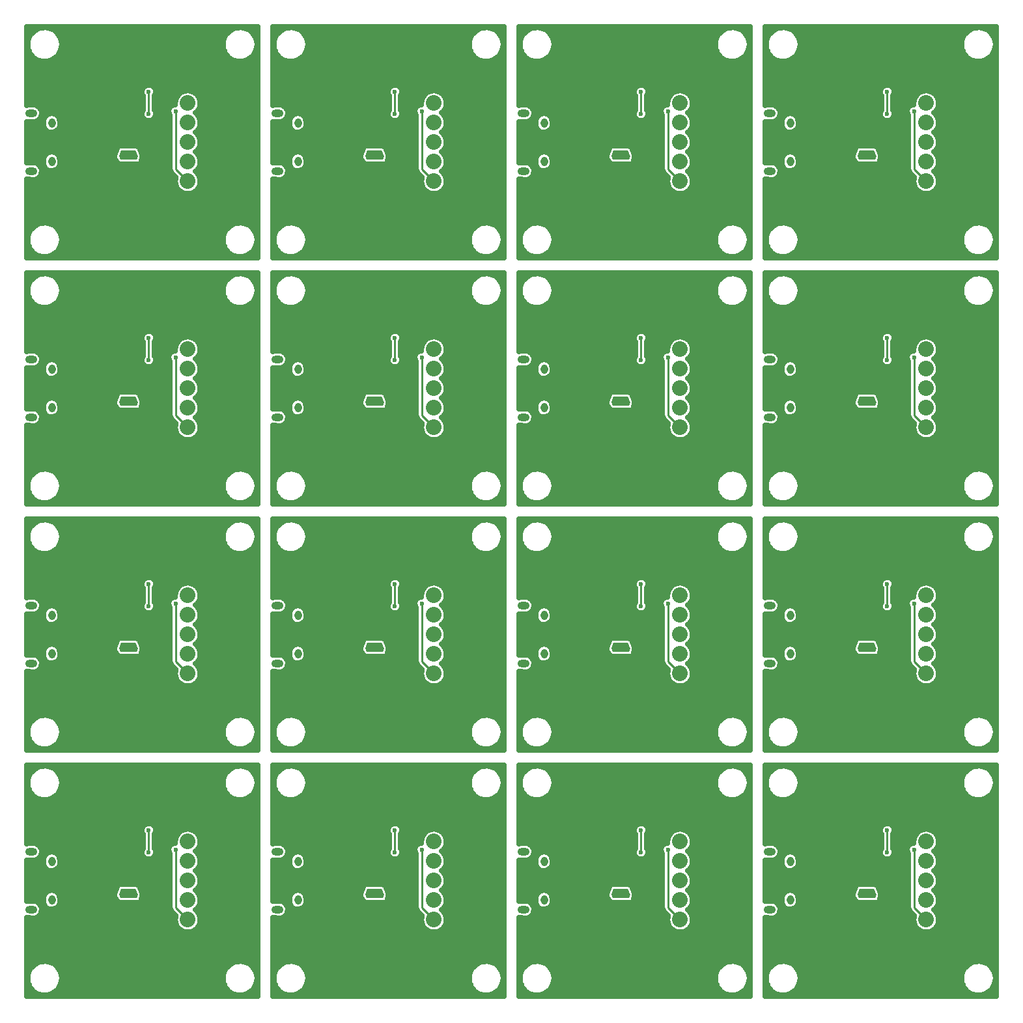
<source format=gbl>
G04 DipTrace 2.3.1.0*
%INinterface_Bottom.gbl*%
%MOIN*%
%ADD13C,0.02*%
%ADD14C,0.01*%
%ADD15C,0.025*%
%ADD21O,0.0374X0.0492*%
%ADD22O,0.061X0.0394*%
%ADD25C,0.08*%
%ADD29C,0.0236*%
%FSLAX44Y44*%
G04*
G70*
G90*
G75*
G01*
%LNBottom*%
%LPD*%
X11064Y13189D2*
D13*
X10312D1*
X9564D1*
X6062Y9687D1*
X7062Y7987D2*
Y8687D1*
X6062Y9687D1*
X9812Y6812D2*
Y7187D1*
X7812D1*
X7037Y7962D1*
X7062Y7987D1*
X10437Y7562D2*
X10152D1*
X9812Y7222D1*
Y7187D1*
X13812Y5812D2*
X10812D1*
X9812Y6812D1*
X6812Y11437D2*
Y10491D1*
X6062Y9687D1*
X11937Y11812D2*
D14*
Y8862D1*
X12562Y8237D1*
X10562Y11687D2*
Y12812D1*
D29*
X11064Y13189D3*
X6062Y9687D3*
X7062Y7987D3*
X9812Y6812D3*
X7062Y7987D3*
X10312Y13189D3*
X10437Y7562D3*
X13812Y5812D3*
X9812Y6812D3*
X6812Y11437D3*
X11937Y11812D3*
X10562Y11687D3*
Y12812D3*
X4347Y15903D2*
D15*
X4662D1*
X5814D2*
X14662D1*
X15814D2*
X16127D1*
X4347Y15655D2*
X4455D1*
X6021D2*
X14455D1*
X16021D2*
X16125D1*
X6111Y15406D2*
X14365D1*
X6122Y15157D2*
X14350D1*
X6064Y14909D2*
X14412D1*
X4347Y14660D2*
X4568D1*
X5907D2*
X14568D1*
X15907D2*
X16127D1*
X4347Y14411D2*
X4955D1*
X5521D2*
X14955D1*
X15521D2*
X16127D1*
X4347Y14163D2*
X16127D1*
X4347Y13914D2*
X16127D1*
X4347Y13665D2*
X16127D1*
X4347Y13417D2*
X16127D1*
X4347Y13168D2*
X16127D1*
X4347Y12919D2*
X10201D1*
X10923D2*
X16127D1*
X4347Y12671D2*
X10213D1*
X10911D2*
X12072D1*
X13052D2*
X16127D1*
X4347Y12422D2*
X10252D1*
X10872D2*
X11928D1*
X13193D2*
X16127D1*
X4347Y12173D2*
X10252D1*
X10872D2*
X11904D1*
X13220D2*
X16127D1*
X5048Y11924D2*
X10252D1*
X10872D2*
X11576D1*
X13138D2*
X16127D1*
X5099Y11676D2*
X5428D1*
X5771D2*
X10186D1*
X10939D2*
X11588D1*
X13044D2*
X16127D1*
X4993Y11427D2*
X5178D1*
X6021D2*
X10299D1*
X10825D2*
X11627D1*
X13193D2*
X16127D1*
X4347Y11178D2*
X5154D1*
X6048D2*
X11627D1*
X13220D2*
X16127D1*
X4347Y10930D2*
X5225D1*
X5978D2*
X11627D1*
X13142D2*
X16127D1*
X4347Y10681D2*
X11627D1*
X13040D2*
X16127D1*
X4347Y10432D2*
X11627D1*
X13193D2*
X16127D1*
X4347Y10184D2*
X11627D1*
X13220D2*
X16127D1*
X4347Y9935D2*
X8928D1*
X10114D2*
X11627D1*
X13146D2*
X16127D1*
X4347Y9686D2*
X5381D1*
X5818D2*
X8834D1*
X10212D2*
X11627D1*
X13036D2*
X16127D1*
X4347Y9438D2*
X5174D1*
X6028D2*
X8791D1*
X10251D2*
X11627D1*
X13189D2*
X16127D1*
X4724Y9189D2*
X5154D1*
X6048D2*
X8924D1*
X10161D2*
X11627D1*
X13220D2*
X16127D1*
X5064Y8940D2*
X5236D1*
X5962D2*
X11627D1*
X13150D2*
X16127D1*
X5095Y8692D2*
X11686D1*
X13028D2*
X16127D1*
X4962Y8443D2*
X11928D1*
X13189D2*
X16127D1*
X4347Y8194D2*
X11904D1*
X13220D2*
X16127D1*
X4347Y7945D2*
X11975D1*
X13150D2*
X16127D1*
X4347Y7697D2*
X12205D1*
X12919D2*
X16127D1*
X4347Y7448D2*
X16127D1*
X4347Y7199D2*
X16127D1*
X4347Y6951D2*
X16127D1*
X4347Y6702D2*
X16127D1*
X4347Y6453D2*
X16127D1*
X4347Y6205D2*
X16127D1*
X4347Y5956D2*
X4732D1*
X5743D2*
X14732D1*
X15743D2*
X16127D1*
X4347Y5707D2*
X4486D1*
X5989D2*
X14486D1*
X15989D2*
X16125D1*
X6099Y5459D2*
X14377D1*
X6126Y5210D2*
X14346D1*
X6083Y4961D2*
X14393D1*
X4347Y4713D2*
X4525D1*
X5950D2*
X14525D1*
X15950D2*
X16127D1*
X4347Y4464D2*
X4826D1*
X5650D2*
X14826D1*
X15650D2*
X16127D1*
X5182Y11279D2*
X5181Y11329D1*
X5213Y11450D1*
X5280Y11555D1*
X5374Y11637D1*
X5488Y11687D1*
X5611Y11702D1*
X5734Y11680D1*
X5845Y11624D1*
X5935Y11537D1*
X5995Y11429D1*
X6021Y11276D1*
X6018Y11162D1*
X6004Y11039D1*
X5950Y10927D1*
X5866Y10835D1*
X5759Y10771D1*
X5638Y10742D1*
X5514Y10749D1*
X5397Y10792D1*
X5298Y10868D1*
X5225Y10969D1*
X5185Y11087D1*
X5178Y11162D1*
X5182Y11280D1*
Y9310D2*
X5181Y9361D1*
X5213Y9481D1*
X5280Y9587D1*
X5374Y9668D1*
X5488Y9719D1*
X5611Y9734D1*
X5734Y9712D1*
X5845Y9655D1*
X5935Y9569D1*
X5995Y9460D1*
X6021Y9308D1*
X6018Y9194D1*
X6004Y9071D1*
X5950Y8958D1*
X5866Y8866D1*
X5759Y8803D1*
X5638Y8773D1*
X5514Y8781D1*
X5397Y8824D1*
X5298Y8899D1*
X5225Y9000D1*
X5185Y9118D1*
X5178Y9194D1*
X5182Y9312D1*
X4431Y11286D2*
X4357Y11287D1*
X4324Y11298D1*
X4322Y9902D1*
Y9180D1*
X4429Y9189D1*
X4645Y9192D1*
X4735Y9183D1*
X4851Y9140D1*
X4951Y9065D1*
X5025Y8965D1*
X5068Y8848D1*
X5077Y8761D1*
X5059Y8637D1*
X5007Y8524D1*
X4924Y8431D1*
X4819Y8365D1*
X4698Y8332D1*
X4645Y8329D1*
X4357Y8335D1*
X4324Y8345D1*
X4322Y6152D1*
Y4322D1*
X16152D1*
Y16152D1*
X4322D1*
Y12133D1*
X4429Y12142D1*
X4645Y12145D1*
X4735Y12136D1*
X4851Y12093D1*
X4951Y12018D1*
X5025Y11918D1*
X5068Y11801D1*
X5077Y11713D1*
X5059Y11590D1*
X5007Y11477D1*
X4924Y11384D1*
X4819Y11318D1*
X4698Y11285D1*
X4645Y11282D1*
X4429Y11285D1*
X13185Y12113D2*
X13148Y11993D1*
X13089Y11883D1*
X13010Y11787D1*
X12953Y11740D1*
X13017Y11680D1*
X13095Y11582D1*
X13152Y11471D1*
X13187Y11351D1*
X13197Y11237D1*
X13185Y11113D1*
X13148Y10993D1*
X13089Y10883D1*
X13010Y10787D1*
X12953Y10740D1*
X13017Y10680D1*
X13095Y10582D1*
X13152Y10471D1*
X13187Y10351D1*
X13197Y10237D1*
X13185Y10113D1*
X13148Y9993D1*
X13089Y9883D1*
X13010Y9787D1*
X12953Y9740D1*
X13017Y9680D1*
X13095Y9582D1*
X13152Y9471D1*
X13187Y9351D1*
X13197Y9237D1*
X13185Y9113D1*
X13148Y8993D1*
X13089Y8883D1*
X13010Y8787D1*
X12953Y8740D1*
X13017Y8680D1*
X13095Y8582D1*
X13152Y8471D1*
X13187Y8351D1*
X13197Y8237D1*
X13185Y8113D1*
X13148Y7993D1*
X13089Y7883D1*
X13010Y7787D1*
X12913Y7708D1*
X12803Y7650D1*
X12684Y7614D1*
X12559Y7602D1*
X12435Y7615D1*
X12316Y7652D1*
X12206Y7711D1*
X12110Y7791D1*
X12032Y7888D1*
X11974Y7998D1*
X11938Y8118D1*
X11927Y8242D1*
X11940Y8366D1*
X11962Y8437D1*
X11735Y8660D1*
X11668Y8769D1*
X11688Y8723D1*
X11652Y8862D1*
Y11600D1*
X11601Y11704D1*
X11584Y11828D1*
X11612Y11949D1*
X11679Y12053D1*
X11779Y12128D1*
X11898Y12163D1*
X11933Y12161D1*
X11927Y12242D1*
X11940Y12366D1*
X11978Y12485D1*
X12037Y12595D1*
X12118Y12690D1*
X12215Y12769D1*
X12325Y12826D1*
X12445Y12861D1*
X12570Y12872D1*
X12694Y12858D1*
X12813Y12820D1*
X12922Y12760D1*
X13017Y12680D1*
X13095Y12582D1*
X13152Y12471D1*
X13187Y12351D1*
X13197Y12237D1*
X13185Y12113D1*
X16093Y15112D2*
X16066Y14990D1*
X16022Y14874D1*
X15961Y14764D1*
X15886Y14665D1*
X15797Y14578D1*
X15696Y14504D1*
X15586Y14445D1*
X15468Y14403D1*
X15345Y14379D1*
X15221Y14372D1*
X15096Y14384D1*
X14975Y14413D1*
X14859Y14459D1*
X14751Y14522D1*
X14653Y14599D1*
X14567Y14690D1*
X14495Y14792D1*
X14439Y14903D1*
X14399Y15022D1*
X14377Y15145D1*
X14373Y15270D1*
X14386Y15394D1*
X14418Y15515D1*
X14466Y15630D1*
X14531Y15737D1*
X14610Y15833D1*
X14702Y15917D1*
X14806Y15987D1*
X14918Y16041D1*
X15038Y16079D1*
X15161Y16099D1*
X15286Y16101D1*
X15410Y16085D1*
X15530Y16051D1*
X15644Y16000D1*
X15750Y15934D1*
X15845Y15853D1*
X15927Y15759D1*
X15995Y15654D1*
X16047Y15540D1*
X16082Y15421D1*
X16102Y15237D1*
X16093Y15112D1*
X6093D2*
X6066Y14990D1*
X6022Y14874D1*
X5961Y14764D1*
X5886Y14665D1*
X5797Y14578D1*
X5696Y14504D1*
X5586Y14445D1*
X5468Y14403D1*
X5345Y14379D1*
X5221Y14372D1*
X5096Y14384D1*
X4975Y14413D1*
X4859Y14459D1*
X4751Y14522D1*
X4653Y14599D1*
X4567Y14690D1*
X4495Y14792D1*
X4439Y14903D1*
X4399Y15022D1*
X4377Y15145D1*
X4373Y15270D1*
X4386Y15394D1*
X4418Y15515D1*
X4466Y15630D1*
X4531Y15737D1*
X4610Y15833D1*
X4702Y15917D1*
X4806Y15987D1*
X4918Y16041D1*
X5038Y16079D1*
X5161Y16099D1*
X5286Y16101D1*
X5410Y16085D1*
X5530Y16051D1*
X5644Y16000D1*
X5750Y15934D1*
X5845Y15853D1*
X5927Y15759D1*
X5995Y15654D1*
X6047Y15540D1*
X6082Y15421D1*
X6102Y15237D1*
X6093Y15112D1*
Y5112D2*
X6066Y4990D1*
X6022Y4874D1*
X5961Y4764D1*
X5886Y4665D1*
X5797Y4578D1*
X5696Y4504D1*
X5586Y4445D1*
X5468Y4403D1*
X5345Y4379D1*
X5221Y4372D1*
X5096Y4384D1*
X4975Y4413D1*
X4859Y4459D1*
X4751Y4522D1*
X4653Y4599D1*
X4567Y4690D1*
X4495Y4792D1*
X4439Y4903D1*
X4399Y5022D1*
X4377Y5145D1*
X4373Y5270D1*
X4386Y5394D1*
X4418Y5515D1*
X4466Y5630D1*
X4531Y5737D1*
X4610Y5833D1*
X4702Y5917D1*
X4806Y5987D1*
X4918Y6041D1*
X5038Y6079D1*
X5161Y6099D1*
X5286Y6101D1*
X5410Y6085D1*
X5530Y6051D1*
X5644Y6000D1*
X5750Y5934D1*
X5845Y5853D1*
X5927Y5759D1*
X5995Y5654D1*
X6047Y5540D1*
X6082Y5421D1*
X6102Y5237D1*
X6093Y5112D1*
X16093D2*
X16066Y4990D1*
X16022Y4874D1*
X15961Y4764D1*
X15886Y4665D1*
X15797Y4578D1*
X15696Y4504D1*
X15586Y4445D1*
X15468Y4403D1*
X15345Y4379D1*
X15221Y4372D1*
X15096Y4384D1*
X14975Y4413D1*
X14859Y4459D1*
X14751Y4522D1*
X14653Y4599D1*
X14567Y4690D1*
X14495Y4792D1*
X14439Y4903D1*
X14399Y5022D1*
X14377Y5145D1*
X14373Y5270D1*
X14386Y5394D1*
X14418Y5515D1*
X14466Y5630D1*
X14531Y5737D1*
X14610Y5833D1*
X14702Y5917D1*
X14806Y5987D1*
X14918Y6041D1*
X15038Y6079D1*
X15161Y6099D1*
X15286Y6101D1*
X15410Y6085D1*
X15530Y6051D1*
X15644Y6000D1*
X15750Y5934D1*
X15845Y5853D1*
X15927Y5759D1*
X15995Y5654D1*
X16047Y5540D1*
X16082Y5421D1*
X16102Y5237D1*
X16093Y5112D1*
X10146Y9793D2*
X10222Y9589D1*
X10230Y9450D1*
X10190Y9290D1*
X10140Y9194D1*
X10048Y9129D1*
X9962Y9112D1*
X9122D1*
X9003Y9145D1*
X8912Y9242D1*
X8832Y9402D1*
X8809Y9521D1*
Y9478D1*
X8822Y9589D1*
X8942Y9910D1*
X9014Y10010D1*
X9131Y10059D1*
X9787Y10062D1*
X9882D1*
X10001Y10030D1*
X10088Y9938D1*
X10146Y9793D1*
X10277Y11894D2*
Y12605D1*
X10226Y12704D1*
X10209Y12828D1*
X10237Y12949D1*
X10304Y13053D1*
X10404Y13128D1*
X10523Y13163D1*
X10647Y13155D1*
X10761Y13104D1*
X10850Y13017D1*
X10903Y12905D1*
X10915Y12812D1*
X10893Y12690D1*
X10848Y12613D1*
X10850Y11892D1*
X10903Y11780D1*
X10915Y11687D1*
X10893Y11565D1*
X10830Y11457D1*
X10734Y11379D1*
X10616Y11338D1*
X10492Y11341D1*
X10376Y11387D1*
X10284Y11470D1*
X10226Y11579D1*
X10209Y11703D1*
X10237Y11824D1*
X10277Y11886D1*
D21*
X5600Y11221D3*
Y9253D3*
D22*
X4537Y11713D3*
Y8761D3*
D25*
X12562Y12237D3*
Y11237D3*
Y10237D3*
Y9237D3*
Y8237D3*
G36*
X10002Y9507D2*
X9882Y9827D1*
X9162D1*
X9042Y9507D1*
X9122Y9347D1*
X9962D1*
D1*
X10002Y9507D1*
G37*
X23664Y13189D2*
D13*
X22912D1*
X22164D1*
X18662Y9687D1*
X19662Y7987D2*
Y8687D1*
X18662Y9687D1*
X22412Y6812D2*
Y7187D1*
X20412D1*
X19637Y7962D1*
X19662Y7987D1*
X23037Y7562D2*
X22752D1*
X22412Y7222D1*
Y7187D1*
X26412Y5812D2*
X23412D1*
X22412Y6812D1*
X19412Y11437D2*
Y10491D1*
X18662Y9687D1*
X24537Y11812D2*
D14*
Y8862D1*
X25162Y8237D1*
X23162Y11687D2*
Y12812D1*
D29*
X23664Y13189D3*
X18662Y9687D3*
X19662Y7987D3*
X22412Y6812D3*
X19662Y7987D3*
X22912Y13189D3*
X23037Y7562D3*
X26412Y5812D3*
X22412Y6812D3*
X19412Y11437D3*
X24537Y11812D3*
X23162Y11687D3*
Y12812D3*
X16947Y15903D2*
D15*
X17262D1*
X18414D2*
X27262D1*
X28414D2*
X28727D1*
X16947Y15655D2*
X17055D1*
X18621D2*
X27055D1*
X28621D2*
X28725D1*
X18711Y15406D2*
X26965D1*
X18722Y15157D2*
X26950D1*
X18664Y14909D2*
X27012D1*
X16947Y14660D2*
X17168D1*
X18507D2*
X27168D1*
X28507D2*
X28727D1*
X16947Y14411D2*
X17555D1*
X18121D2*
X27555D1*
X28121D2*
X28727D1*
X16947Y14163D2*
X28727D1*
X16947Y13914D2*
X28727D1*
X16947Y13665D2*
X28727D1*
X16947Y13417D2*
X28727D1*
X16947Y13168D2*
X28727D1*
X16947Y12919D2*
X22801D1*
X23523D2*
X28727D1*
X16947Y12671D2*
X22813D1*
X23511D2*
X24672D1*
X25652D2*
X28727D1*
X16947Y12422D2*
X22852D1*
X23472D2*
X24528D1*
X25793D2*
X28727D1*
X16947Y12173D2*
X22852D1*
X23472D2*
X24504D1*
X25820D2*
X28727D1*
X17648Y11924D2*
X22852D1*
X23472D2*
X24176D1*
X25738D2*
X28727D1*
X17699Y11676D2*
X18028D1*
X18371D2*
X22786D1*
X23539D2*
X24188D1*
X25644D2*
X28727D1*
X17593Y11427D2*
X17778D1*
X18621D2*
X22899D1*
X23425D2*
X24227D1*
X25793D2*
X28727D1*
X16947Y11178D2*
X17754D1*
X18648D2*
X24227D1*
X25820D2*
X28727D1*
X16947Y10930D2*
X17825D1*
X18578D2*
X24227D1*
X25742D2*
X28727D1*
X16947Y10681D2*
X24227D1*
X25640D2*
X28727D1*
X16947Y10432D2*
X24227D1*
X25793D2*
X28727D1*
X16947Y10184D2*
X24227D1*
X25820D2*
X28727D1*
X16947Y9935D2*
X21528D1*
X22714D2*
X24227D1*
X25746D2*
X28727D1*
X16947Y9686D2*
X17981D1*
X18418D2*
X21434D1*
X22812D2*
X24227D1*
X25636D2*
X28727D1*
X16947Y9438D2*
X17774D1*
X18628D2*
X21391D1*
X22851D2*
X24227D1*
X25789D2*
X28727D1*
X17324Y9189D2*
X17754D1*
X18648D2*
X21524D1*
X22761D2*
X24227D1*
X25820D2*
X28727D1*
X17664Y8940D2*
X17836D1*
X18562D2*
X24227D1*
X25750D2*
X28727D1*
X17695Y8692D2*
X24286D1*
X25628D2*
X28727D1*
X17562Y8443D2*
X24528D1*
X25789D2*
X28727D1*
X16947Y8194D2*
X24504D1*
X25820D2*
X28727D1*
X16947Y7945D2*
X24575D1*
X25750D2*
X28727D1*
X16947Y7697D2*
X24805D1*
X25519D2*
X28727D1*
X16947Y7448D2*
X28727D1*
X16947Y7199D2*
X28727D1*
X16947Y6951D2*
X28727D1*
X16947Y6702D2*
X28727D1*
X16947Y6453D2*
X28727D1*
X16947Y6205D2*
X28727D1*
X16947Y5956D2*
X17332D1*
X18343D2*
X27332D1*
X28343D2*
X28727D1*
X16947Y5707D2*
X17086D1*
X18589D2*
X27086D1*
X28589D2*
X28725D1*
X18699Y5459D2*
X26977D1*
X18726Y5210D2*
X26946D1*
X18683Y4961D2*
X26993D1*
X16947Y4713D2*
X17125D1*
X18550D2*
X27125D1*
X28550D2*
X28727D1*
X16947Y4464D2*
X17426D1*
X18250D2*
X27426D1*
X28250D2*
X28727D1*
X17782Y11279D2*
X17781Y11329D1*
X17813Y11450D1*
X17880Y11555D1*
X17974Y11637D1*
X18088Y11687D1*
X18211Y11702D1*
X18334Y11680D1*
X18445Y11624D1*
X18535Y11537D1*
X18595Y11429D1*
X18621Y11276D1*
X18618Y11162D1*
X18604Y11039D1*
X18550Y10927D1*
X18466Y10835D1*
X18359Y10771D1*
X18238Y10742D1*
X18114Y10749D1*
X17997Y10792D1*
X17898Y10868D1*
X17825Y10969D1*
X17785Y11087D1*
X17778Y11162D1*
X17782Y11280D1*
Y9310D2*
X17781Y9361D1*
X17813Y9481D1*
X17880Y9587D1*
X17974Y9668D1*
X18088Y9719D1*
X18211Y9734D1*
X18334Y9712D1*
X18445Y9655D1*
X18535Y9569D1*
X18595Y9460D1*
X18621Y9308D1*
X18618Y9194D1*
X18604Y9071D1*
X18550Y8958D1*
X18466Y8866D1*
X18359Y8803D1*
X18238Y8773D1*
X18114Y8781D1*
X17997Y8824D1*
X17898Y8899D1*
X17825Y9000D1*
X17785Y9118D1*
X17778Y9194D1*
X17782Y9312D1*
X17031Y11286D2*
X16957Y11287D1*
X16924Y11298D1*
X16922Y9902D1*
Y9180D1*
X17029Y9189D1*
X17245Y9192D1*
X17335Y9183D1*
X17451Y9140D1*
X17551Y9065D1*
X17625Y8965D1*
X17668Y8848D1*
X17677Y8761D1*
X17659Y8637D1*
X17607Y8524D1*
X17524Y8431D1*
X17419Y8365D1*
X17298Y8332D1*
X17245Y8329D1*
X16957Y8335D1*
X16924Y8345D1*
X16922Y6152D1*
Y4322D1*
X28752D1*
Y16152D1*
X16922D1*
Y12133D1*
X17029Y12142D1*
X17245Y12145D1*
X17335Y12136D1*
X17451Y12093D1*
X17551Y12018D1*
X17625Y11918D1*
X17668Y11801D1*
X17677Y11713D1*
X17659Y11590D1*
X17607Y11477D1*
X17524Y11384D1*
X17419Y11318D1*
X17298Y11285D1*
X17245Y11282D1*
X17029Y11285D1*
X25785Y12113D2*
X25748Y11993D1*
X25689Y11883D1*
X25610Y11787D1*
X25553Y11740D1*
X25617Y11680D1*
X25695Y11582D1*
X25752Y11471D1*
X25787Y11351D1*
X25797Y11237D1*
X25785Y11113D1*
X25748Y10993D1*
X25689Y10883D1*
X25610Y10787D1*
X25553Y10740D1*
X25617Y10680D1*
X25695Y10582D1*
X25752Y10471D1*
X25787Y10351D1*
X25797Y10237D1*
X25785Y10113D1*
X25748Y9993D1*
X25689Y9883D1*
X25610Y9787D1*
X25553Y9740D1*
X25617Y9680D1*
X25695Y9582D1*
X25752Y9471D1*
X25787Y9351D1*
X25797Y9237D1*
X25785Y9113D1*
X25748Y8993D1*
X25689Y8883D1*
X25610Y8787D1*
X25553Y8740D1*
X25617Y8680D1*
X25695Y8582D1*
X25752Y8471D1*
X25787Y8351D1*
X25797Y8237D1*
X25785Y8113D1*
X25748Y7993D1*
X25689Y7883D1*
X25610Y7787D1*
X25513Y7708D1*
X25403Y7650D1*
X25284Y7614D1*
X25159Y7602D1*
X25035Y7615D1*
X24916Y7652D1*
X24806Y7711D1*
X24710Y7791D1*
X24632Y7888D1*
X24574Y7998D1*
X24538Y8118D1*
X24527Y8242D1*
X24540Y8366D1*
X24562Y8437D1*
X24335Y8660D1*
X24268Y8769D1*
X24288Y8723D1*
X24252Y8862D1*
Y11600D1*
X24201Y11704D1*
X24184Y11828D1*
X24212Y11949D1*
X24279Y12053D1*
X24379Y12128D1*
X24498Y12163D1*
X24533Y12161D1*
X24527Y12242D1*
X24540Y12366D1*
X24578Y12485D1*
X24637Y12595D1*
X24718Y12690D1*
X24815Y12769D1*
X24925Y12826D1*
X25045Y12861D1*
X25170Y12872D1*
X25294Y12858D1*
X25413Y12820D1*
X25522Y12760D1*
X25617Y12680D1*
X25695Y12582D1*
X25752Y12471D1*
X25787Y12351D1*
X25797Y12237D1*
X25785Y12113D1*
X28693Y15112D2*
X28666Y14990D1*
X28622Y14874D1*
X28561Y14764D1*
X28486Y14665D1*
X28397Y14578D1*
X28296Y14504D1*
X28186Y14445D1*
X28068Y14403D1*
X27945Y14379D1*
X27821Y14372D1*
X27696Y14384D1*
X27575Y14413D1*
X27459Y14459D1*
X27351Y14522D1*
X27253Y14599D1*
X27167Y14690D1*
X27095Y14792D1*
X27039Y14903D1*
X26999Y15022D1*
X26977Y15145D1*
X26973Y15270D1*
X26986Y15394D1*
X27018Y15515D1*
X27066Y15630D1*
X27131Y15737D1*
X27210Y15833D1*
X27302Y15917D1*
X27406Y15987D1*
X27518Y16041D1*
X27638Y16079D1*
X27761Y16099D1*
X27886Y16101D1*
X28010Y16085D1*
X28130Y16051D1*
X28244Y16000D1*
X28350Y15934D1*
X28445Y15853D1*
X28527Y15759D1*
X28595Y15654D1*
X28647Y15540D1*
X28682Y15421D1*
X28702Y15237D1*
X28693Y15112D1*
X18693D2*
X18666Y14990D1*
X18622Y14874D1*
X18561Y14764D1*
X18486Y14665D1*
X18397Y14578D1*
X18296Y14504D1*
X18186Y14445D1*
X18068Y14403D1*
X17945Y14379D1*
X17821Y14372D1*
X17696Y14384D1*
X17575Y14413D1*
X17459Y14459D1*
X17351Y14522D1*
X17253Y14599D1*
X17167Y14690D1*
X17095Y14792D1*
X17039Y14903D1*
X16999Y15022D1*
X16977Y15145D1*
X16973Y15270D1*
X16986Y15394D1*
X17018Y15515D1*
X17066Y15630D1*
X17131Y15737D1*
X17210Y15833D1*
X17302Y15917D1*
X17406Y15987D1*
X17518Y16041D1*
X17638Y16079D1*
X17761Y16099D1*
X17886Y16101D1*
X18010Y16085D1*
X18130Y16051D1*
X18244Y16000D1*
X18350Y15934D1*
X18445Y15853D1*
X18527Y15759D1*
X18595Y15654D1*
X18647Y15540D1*
X18682Y15421D1*
X18702Y15237D1*
X18693Y15112D1*
Y5112D2*
X18666Y4990D1*
X18622Y4874D1*
X18561Y4764D1*
X18486Y4665D1*
X18397Y4578D1*
X18296Y4504D1*
X18186Y4445D1*
X18068Y4403D1*
X17945Y4379D1*
X17821Y4372D1*
X17696Y4384D1*
X17575Y4413D1*
X17459Y4459D1*
X17351Y4522D1*
X17253Y4599D1*
X17167Y4690D1*
X17095Y4792D1*
X17039Y4903D1*
X16999Y5022D1*
X16977Y5145D1*
X16973Y5270D1*
X16986Y5394D1*
X17018Y5515D1*
X17066Y5630D1*
X17131Y5737D1*
X17210Y5833D1*
X17302Y5917D1*
X17406Y5987D1*
X17518Y6041D1*
X17638Y6079D1*
X17761Y6099D1*
X17886Y6101D1*
X18010Y6085D1*
X18130Y6051D1*
X18244Y6000D1*
X18350Y5934D1*
X18445Y5853D1*
X18527Y5759D1*
X18595Y5654D1*
X18647Y5540D1*
X18682Y5421D1*
X18702Y5237D1*
X18693Y5112D1*
X28693D2*
X28666Y4990D1*
X28622Y4874D1*
X28561Y4764D1*
X28486Y4665D1*
X28397Y4578D1*
X28296Y4504D1*
X28186Y4445D1*
X28068Y4403D1*
X27945Y4379D1*
X27821Y4372D1*
X27696Y4384D1*
X27575Y4413D1*
X27459Y4459D1*
X27351Y4522D1*
X27253Y4599D1*
X27167Y4690D1*
X27095Y4792D1*
X27039Y4903D1*
X26999Y5022D1*
X26977Y5145D1*
X26973Y5270D1*
X26986Y5394D1*
X27018Y5515D1*
X27066Y5630D1*
X27131Y5737D1*
X27210Y5833D1*
X27302Y5917D1*
X27406Y5987D1*
X27518Y6041D1*
X27638Y6079D1*
X27761Y6099D1*
X27886Y6101D1*
X28010Y6085D1*
X28130Y6051D1*
X28244Y6000D1*
X28350Y5934D1*
X28445Y5853D1*
X28527Y5759D1*
X28595Y5654D1*
X28647Y5540D1*
X28682Y5421D1*
X28702Y5237D1*
X28693Y5112D1*
X22746Y9793D2*
X22822Y9589D1*
X22830Y9450D1*
X22790Y9290D1*
X22740Y9194D1*
X22648Y9129D1*
X22562Y9112D1*
X21722D1*
X21603Y9145D1*
X21512Y9242D1*
X21432Y9402D1*
X21409Y9521D1*
Y9478D1*
X21422Y9589D1*
X21542Y9910D1*
X21614Y10010D1*
X21731Y10059D1*
X22387Y10062D1*
X22482D1*
X22601Y10030D1*
X22688Y9938D1*
X22746Y9793D1*
X22877Y11894D2*
Y12605D1*
X22826Y12704D1*
X22809Y12828D1*
X22837Y12949D1*
X22904Y13053D1*
X23004Y13128D1*
X23123Y13163D1*
X23247Y13155D1*
X23361Y13104D1*
X23450Y13017D1*
X23503Y12905D1*
X23515Y12812D1*
X23493Y12690D1*
X23448Y12613D1*
X23450Y11892D1*
X23503Y11780D1*
X23515Y11687D1*
X23493Y11565D1*
X23430Y11457D1*
X23334Y11379D1*
X23216Y11338D1*
X23092Y11341D1*
X22976Y11387D1*
X22884Y11470D1*
X22826Y11579D1*
X22809Y11703D1*
X22837Y11824D1*
X22877Y11886D1*
D21*
X18200Y11221D3*
Y9253D3*
D22*
X17137Y11713D3*
Y8761D3*
D25*
X25162Y12237D3*
Y11237D3*
Y10237D3*
Y9237D3*
Y8237D3*
G36*
X22602Y9507D2*
X22482Y9827D1*
X21762D1*
X21642Y9507D1*
X21722Y9347D1*
X22562D1*
D1*
X22602Y9507D1*
G37*
X36264Y13189D2*
D13*
X35512D1*
X34764D1*
X31262Y9687D1*
X32262Y7987D2*
Y8687D1*
X31262Y9687D1*
X35012Y6812D2*
Y7187D1*
X33012D1*
X32237Y7962D1*
X32262Y7987D1*
X35637Y7562D2*
X35352D1*
X35012Y7222D1*
Y7187D1*
X39012Y5812D2*
X36012D1*
X35012Y6812D1*
X32012Y11437D2*
Y10491D1*
X31262Y9687D1*
X37137Y11812D2*
D14*
Y8862D1*
X37762Y8237D1*
X35762Y11687D2*
Y12812D1*
D29*
X36264Y13189D3*
X31262Y9687D3*
X32262Y7987D3*
X35012Y6812D3*
X32262Y7987D3*
X35512Y13189D3*
X35637Y7562D3*
X39012Y5812D3*
X35012Y6812D3*
X32012Y11437D3*
X37137Y11812D3*
X35762Y11687D3*
Y12812D3*
X29547Y15903D2*
D15*
X29862D1*
X31014D2*
X39862D1*
X41014D2*
X41327D1*
X29547Y15655D2*
X29655D1*
X31221D2*
X39655D1*
X41221D2*
X41325D1*
X31311Y15406D2*
X39565D1*
X31322Y15157D2*
X39550D1*
X31264Y14909D2*
X39612D1*
X29547Y14660D2*
X29768D1*
X31107D2*
X39768D1*
X41107D2*
X41327D1*
X29547Y14411D2*
X30155D1*
X30721D2*
X40155D1*
X40721D2*
X41327D1*
X29547Y14163D2*
X41327D1*
X29547Y13914D2*
X41327D1*
X29547Y13665D2*
X41327D1*
X29547Y13417D2*
X41327D1*
X29547Y13168D2*
X41327D1*
X29547Y12919D2*
X35401D1*
X36123D2*
X41327D1*
X29547Y12671D2*
X35413D1*
X36111D2*
X37272D1*
X38252D2*
X41327D1*
X29547Y12422D2*
X35452D1*
X36072D2*
X37128D1*
X38393D2*
X41327D1*
X29547Y12173D2*
X35452D1*
X36072D2*
X37104D1*
X38420D2*
X41327D1*
X30248Y11924D2*
X35452D1*
X36072D2*
X36776D1*
X38338D2*
X41327D1*
X30299Y11676D2*
X30628D1*
X30971D2*
X35386D1*
X36139D2*
X36788D1*
X38244D2*
X41327D1*
X30193Y11427D2*
X30378D1*
X31221D2*
X35499D1*
X36025D2*
X36827D1*
X38393D2*
X41327D1*
X29547Y11178D2*
X30354D1*
X31248D2*
X36827D1*
X38420D2*
X41327D1*
X29547Y10930D2*
X30425D1*
X31178D2*
X36827D1*
X38342D2*
X41327D1*
X29547Y10681D2*
X36827D1*
X38240D2*
X41327D1*
X29547Y10432D2*
X36827D1*
X38393D2*
X41327D1*
X29547Y10184D2*
X36827D1*
X38420D2*
X41327D1*
X29547Y9935D2*
X34128D1*
X35314D2*
X36827D1*
X38346D2*
X41327D1*
X29547Y9686D2*
X30581D1*
X31018D2*
X34034D1*
X35412D2*
X36827D1*
X38236D2*
X41327D1*
X29547Y9438D2*
X30374D1*
X31228D2*
X33991D1*
X35451D2*
X36827D1*
X38389D2*
X41327D1*
X29924Y9189D2*
X30354D1*
X31248D2*
X34124D1*
X35361D2*
X36827D1*
X38420D2*
X41327D1*
X30264Y8940D2*
X30436D1*
X31162D2*
X36827D1*
X38350D2*
X41327D1*
X30295Y8692D2*
X36886D1*
X38228D2*
X41327D1*
X30162Y8443D2*
X37128D1*
X38389D2*
X41327D1*
X29547Y8194D2*
X37104D1*
X38420D2*
X41327D1*
X29547Y7945D2*
X37175D1*
X38350D2*
X41327D1*
X29547Y7697D2*
X37405D1*
X38119D2*
X41327D1*
X29547Y7448D2*
X41327D1*
X29547Y7199D2*
X41327D1*
X29547Y6951D2*
X41327D1*
X29547Y6702D2*
X41327D1*
X29547Y6453D2*
X41327D1*
X29547Y6205D2*
X41327D1*
X29547Y5956D2*
X29932D1*
X30943D2*
X39932D1*
X40943D2*
X41327D1*
X29547Y5707D2*
X29686D1*
X31189D2*
X39686D1*
X41189D2*
X41325D1*
X31299Y5459D2*
X39577D1*
X31326Y5210D2*
X39546D1*
X31283Y4961D2*
X39593D1*
X29547Y4713D2*
X29725D1*
X31150D2*
X39725D1*
X41150D2*
X41327D1*
X29547Y4464D2*
X30026D1*
X30850D2*
X40026D1*
X40850D2*
X41327D1*
X30382Y11279D2*
X30381Y11329D1*
X30413Y11450D1*
X30480Y11555D1*
X30574Y11637D1*
X30688Y11687D1*
X30811Y11702D1*
X30934Y11680D1*
X31045Y11624D1*
X31135Y11537D1*
X31195Y11429D1*
X31221Y11276D1*
X31218Y11162D1*
X31204Y11039D1*
X31150Y10927D1*
X31066Y10835D1*
X30959Y10771D1*
X30838Y10742D1*
X30714Y10749D1*
X30597Y10792D1*
X30498Y10868D1*
X30425Y10969D1*
X30385Y11087D1*
X30378Y11162D1*
X30382Y11280D1*
Y9310D2*
X30381Y9361D1*
X30413Y9481D1*
X30480Y9587D1*
X30574Y9668D1*
X30688Y9719D1*
X30811Y9734D1*
X30934Y9712D1*
X31045Y9655D1*
X31135Y9569D1*
X31195Y9460D1*
X31221Y9308D1*
X31218Y9194D1*
X31204Y9071D1*
X31150Y8958D1*
X31066Y8866D1*
X30959Y8803D1*
X30838Y8773D1*
X30714Y8781D1*
X30597Y8824D1*
X30498Y8899D1*
X30425Y9000D1*
X30385Y9118D1*
X30378Y9194D1*
X30382Y9312D1*
X29631Y11286D2*
X29557Y11287D1*
X29524Y11298D1*
X29522Y9902D1*
Y9180D1*
X29629Y9189D1*
X29845Y9192D1*
X29935Y9183D1*
X30051Y9140D1*
X30151Y9065D1*
X30225Y8965D1*
X30268Y8848D1*
X30277Y8761D1*
X30259Y8637D1*
X30207Y8524D1*
X30124Y8431D1*
X30019Y8365D1*
X29898Y8332D1*
X29845Y8329D1*
X29557Y8335D1*
X29524Y8345D1*
X29522Y6152D1*
Y4322D1*
X41352D1*
Y16152D1*
X29522D1*
Y12133D1*
X29629Y12142D1*
X29845Y12145D1*
X29935Y12136D1*
X30051Y12093D1*
X30151Y12018D1*
X30225Y11918D1*
X30268Y11801D1*
X30277Y11713D1*
X30259Y11590D1*
X30207Y11477D1*
X30124Y11384D1*
X30019Y11318D1*
X29898Y11285D1*
X29845Y11282D1*
X29629Y11285D1*
X38385Y12113D2*
X38348Y11993D1*
X38289Y11883D1*
X38210Y11787D1*
X38153Y11740D1*
X38217Y11680D1*
X38295Y11582D1*
X38352Y11471D1*
X38387Y11351D1*
X38397Y11237D1*
X38385Y11113D1*
X38348Y10993D1*
X38289Y10883D1*
X38210Y10787D1*
X38153Y10740D1*
X38217Y10680D1*
X38295Y10582D1*
X38352Y10471D1*
X38387Y10351D1*
X38397Y10237D1*
X38385Y10113D1*
X38348Y9993D1*
X38289Y9883D1*
X38210Y9787D1*
X38153Y9740D1*
X38217Y9680D1*
X38295Y9582D1*
X38352Y9471D1*
X38387Y9351D1*
X38397Y9237D1*
X38385Y9113D1*
X38348Y8993D1*
X38289Y8883D1*
X38210Y8787D1*
X38153Y8740D1*
X38217Y8680D1*
X38295Y8582D1*
X38352Y8471D1*
X38387Y8351D1*
X38397Y8237D1*
X38385Y8113D1*
X38348Y7993D1*
X38289Y7883D1*
X38210Y7787D1*
X38113Y7708D1*
X38003Y7650D1*
X37884Y7614D1*
X37759Y7602D1*
X37635Y7615D1*
X37516Y7652D1*
X37406Y7711D1*
X37310Y7791D1*
X37232Y7888D1*
X37174Y7998D1*
X37138Y8118D1*
X37127Y8242D1*
X37140Y8366D1*
X37162Y8437D1*
X36935Y8660D1*
X36868Y8769D1*
X36888Y8723D1*
X36852Y8862D1*
Y11600D1*
X36801Y11704D1*
X36784Y11828D1*
X36812Y11949D1*
X36879Y12053D1*
X36979Y12128D1*
X37098Y12163D1*
X37133Y12161D1*
X37127Y12242D1*
X37140Y12366D1*
X37178Y12485D1*
X37237Y12595D1*
X37318Y12690D1*
X37415Y12769D1*
X37525Y12826D1*
X37645Y12861D1*
X37770Y12872D1*
X37894Y12858D1*
X38013Y12820D1*
X38122Y12760D1*
X38217Y12680D1*
X38295Y12582D1*
X38352Y12471D1*
X38387Y12351D1*
X38397Y12237D1*
X38385Y12113D1*
X41293Y15112D2*
X41266Y14990D1*
X41222Y14874D1*
X41161Y14764D1*
X41086Y14665D1*
X40997Y14578D1*
X40896Y14504D1*
X40786Y14445D1*
X40668Y14403D1*
X40545Y14379D1*
X40421Y14372D1*
X40296Y14384D1*
X40175Y14413D1*
X40059Y14459D1*
X39951Y14522D1*
X39853Y14599D1*
X39767Y14690D1*
X39695Y14792D1*
X39639Y14903D1*
X39599Y15022D1*
X39577Y15145D1*
X39573Y15270D1*
X39586Y15394D1*
X39618Y15515D1*
X39666Y15630D1*
X39731Y15737D1*
X39810Y15833D1*
X39902Y15917D1*
X40006Y15987D1*
X40118Y16041D1*
X40238Y16079D1*
X40361Y16099D1*
X40486Y16101D1*
X40610Y16085D1*
X40730Y16051D1*
X40844Y16000D1*
X40950Y15934D1*
X41045Y15853D1*
X41127Y15759D1*
X41195Y15654D1*
X41247Y15540D1*
X41282Y15421D1*
X41302Y15237D1*
X41293Y15112D1*
X31293D2*
X31266Y14990D1*
X31222Y14874D1*
X31161Y14764D1*
X31086Y14665D1*
X30997Y14578D1*
X30896Y14504D1*
X30786Y14445D1*
X30668Y14403D1*
X30545Y14379D1*
X30421Y14372D1*
X30296Y14384D1*
X30175Y14413D1*
X30059Y14459D1*
X29951Y14522D1*
X29853Y14599D1*
X29767Y14690D1*
X29695Y14792D1*
X29639Y14903D1*
X29599Y15022D1*
X29577Y15145D1*
X29573Y15270D1*
X29586Y15394D1*
X29618Y15515D1*
X29666Y15630D1*
X29731Y15737D1*
X29810Y15833D1*
X29902Y15917D1*
X30006Y15987D1*
X30118Y16041D1*
X30238Y16079D1*
X30361Y16099D1*
X30486Y16101D1*
X30610Y16085D1*
X30730Y16051D1*
X30844Y16000D1*
X30950Y15934D1*
X31045Y15853D1*
X31127Y15759D1*
X31195Y15654D1*
X31247Y15540D1*
X31282Y15421D1*
X31302Y15237D1*
X31293Y15112D1*
Y5112D2*
X31266Y4990D1*
X31222Y4874D1*
X31161Y4764D1*
X31086Y4665D1*
X30997Y4578D1*
X30896Y4504D1*
X30786Y4445D1*
X30668Y4403D1*
X30545Y4379D1*
X30421Y4372D1*
X30296Y4384D1*
X30175Y4413D1*
X30059Y4459D1*
X29951Y4522D1*
X29853Y4599D1*
X29767Y4690D1*
X29695Y4792D1*
X29639Y4903D1*
X29599Y5022D1*
X29577Y5145D1*
X29573Y5270D1*
X29586Y5394D1*
X29618Y5515D1*
X29666Y5630D1*
X29731Y5737D1*
X29810Y5833D1*
X29902Y5917D1*
X30006Y5987D1*
X30118Y6041D1*
X30238Y6079D1*
X30361Y6099D1*
X30486Y6101D1*
X30610Y6085D1*
X30730Y6051D1*
X30844Y6000D1*
X30950Y5934D1*
X31045Y5853D1*
X31127Y5759D1*
X31195Y5654D1*
X31247Y5540D1*
X31282Y5421D1*
X31302Y5237D1*
X31293Y5112D1*
X41293D2*
X41266Y4990D1*
X41222Y4874D1*
X41161Y4764D1*
X41086Y4665D1*
X40997Y4578D1*
X40896Y4504D1*
X40786Y4445D1*
X40668Y4403D1*
X40545Y4379D1*
X40421Y4372D1*
X40296Y4384D1*
X40175Y4413D1*
X40059Y4459D1*
X39951Y4522D1*
X39853Y4599D1*
X39767Y4690D1*
X39695Y4792D1*
X39639Y4903D1*
X39599Y5022D1*
X39577Y5145D1*
X39573Y5270D1*
X39586Y5394D1*
X39618Y5515D1*
X39666Y5630D1*
X39731Y5737D1*
X39810Y5833D1*
X39902Y5917D1*
X40006Y5987D1*
X40118Y6041D1*
X40238Y6079D1*
X40361Y6099D1*
X40486Y6101D1*
X40610Y6085D1*
X40730Y6051D1*
X40844Y6000D1*
X40950Y5934D1*
X41045Y5853D1*
X41127Y5759D1*
X41195Y5654D1*
X41247Y5540D1*
X41282Y5421D1*
X41302Y5237D1*
X41293Y5112D1*
X35346Y9793D2*
X35422Y9589D1*
X35430Y9450D1*
X35390Y9290D1*
X35340Y9194D1*
X35248Y9129D1*
X35162Y9112D1*
X34322D1*
X34203Y9145D1*
X34112Y9242D1*
X34032Y9402D1*
X34009Y9521D1*
Y9478D1*
X34022Y9589D1*
X34142Y9910D1*
X34214Y10010D1*
X34331Y10059D1*
X34987Y10062D1*
X35082D1*
X35201Y10030D1*
X35288Y9938D1*
X35346Y9793D1*
X35477Y11894D2*
Y12605D1*
X35426Y12704D1*
X35409Y12828D1*
X35437Y12949D1*
X35504Y13053D1*
X35604Y13128D1*
X35723Y13163D1*
X35847Y13155D1*
X35961Y13104D1*
X36050Y13017D1*
X36103Y12905D1*
X36115Y12812D1*
X36093Y12690D1*
X36048Y12613D1*
X36050Y11892D1*
X36103Y11780D1*
X36115Y11687D1*
X36093Y11565D1*
X36030Y11457D1*
X35934Y11379D1*
X35816Y11338D1*
X35692Y11341D1*
X35576Y11387D1*
X35484Y11470D1*
X35426Y11579D1*
X35409Y11703D1*
X35437Y11824D1*
X35477Y11886D1*
D21*
X30800Y11221D3*
Y9253D3*
D22*
X29737Y11713D3*
Y8761D3*
D25*
X37762Y12237D3*
Y11237D3*
Y10237D3*
Y9237D3*
Y8237D3*
G36*
X35202Y9507D2*
X35082Y9827D1*
X34362D1*
X34242Y9507D1*
X34322Y9347D1*
X35162D1*
D1*
X35202Y9507D1*
G37*
X48864Y13189D2*
D13*
X48112D1*
X47364D1*
X43862Y9687D1*
X44862Y7987D2*
Y8687D1*
X43862Y9687D1*
X47612Y6812D2*
Y7187D1*
X45612D1*
X44837Y7962D1*
X44862Y7987D1*
X48237Y7562D2*
X47952D1*
X47612Y7222D1*
Y7187D1*
X51612Y5812D2*
X48612D1*
X47612Y6812D1*
X44612Y11437D2*
Y10491D1*
X43862Y9687D1*
X49737Y11812D2*
D14*
Y8862D1*
X50362Y8237D1*
X48362Y11687D2*
Y12812D1*
D29*
X48864Y13189D3*
X43862Y9687D3*
X44862Y7987D3*
X47612Y6812D3*
X44862Y7987D3*
X48112Y13189D3*
X48237Y7562D3*
X51612Y5812D3*
X47612Y6812D3*
X44612Y11437D3*
X49737Y11812D3*
X48362Y11687D3*
Y12812D3*
X42147Y15903D2*
D15*
X42462D1*
X43614D2*
X52462D1*
X53614D2*
X53927D1*
X42147Y15655D2*
X42255D1*
X43821D2*
X52255D1*
X53821D2*
X53925D1*
X43911Y15406D2*
X52165D1*
X43922Y15157D2*
X52150D1*
X43864Y14909D2*
X52212D1*
X42147Y14660D2*
X42368D1*
X43707D2*
X52368D1*
X53707D2*
X53927D1*
X42147Y14411D2*
X42755D1*
X43321D2*
X52755D1*
X53321D2*
X53927D1*
X42147Y14163D2*
X53927D1*
X42147Y13914D2*
X53927D1*
X42147Y13665D2*
X53927D1*
X42147Y13417D2*
X53927D1*
X42147Y13168D2*
X53927D1*
X42147Y12919D2*
X48001D1*
X48723D2*
X53927D1*
X42147Y12671D2*
X48013D1*
X48711D2*
X49872D1*
X50852D2*
X53927D1*
X42147Y12422D2*
X48052D1*
X48672D2*
X49728D1*
X50993D2*
X53927D1*
X42147Y12173D2*
X48052D1*
X48672D2*
X49704D1*
X51020D2*
X53927D1*
X42848Y11924D2*
X48052D1*
X48672D2*
X49376D1*
X50938D2*
X53927D1*
X42899Y11676D2*
X43228D1*
X43571D2*
X47986D1*
X48739D2*
X49388D1*
X50844D2*
X53927D1*
X42793Y11427D2*
X42978D1*
X43821D2*
X48099D1*
X48625D2*
X49427D1*
X50993D2*
X53927D1*
X42147Y11178D2*
X42954D1*
X43848D2*
X49427D1*
X51020D2*
X53927D1*
X42147Y10930D2*
X43025D1*
X43778D2*
X49427D1*
X50942D2*
X53927D1*
X42147Y10681D2*
X49427D1*
X50840D2*
X53927D1*
X42147Y10432D2*
X49427D1*
X50993D2*
X53927D1*
X42147Y10184D2*
X49427D1*
X51020D2*
X53927D1*
X42147Y9935D2*
X46728D1*
X47914D2*
X49427D1*
X50946D2*
X53927D1*
X42147Y9686D2*
X43181D1*
X43618D2*
X46634D1*
X48012D2*
X49427D1*
X50836D2*
X53927D1*
X42147Y9438D2*
X42974D1*
X43828D2*
X46591D1*
X48051D2*
X49427D1*
X50989D2*
X53927D1*
X42524Y9189D2*
X42954D1*
X43848D2*
X46724D1*
X47961D2*
X49427D1*
X51020D2*
X53927D1*
X42864Y8940D2*
X43036D1*
X43762D2*
X49427D1*
X50950D2*
X53927D1*
X42895Y8692D2*
X49486D1*
X50828D2*
X53927D1*
X42762Y8443D2*
X49728D1*
X50989D2*
X53927D1*
X42147Y8194D2*
X49704D1*
X51020D2*
X53927D1*
X42147Y7945D2*
X49775D1*
X50950D2*
X53927D1*
X42147Y7697D2*
X50005D1*
X50719D2*
X53927D1*
X42147Y7448D2*
X53927D1*
X42147Y7199D2*
X53927D1*
X42147Y6951D2*
X53927D1*
X42147Y6702D2*
X53927D1*
X42147Y6453D2*
X53927D1*
X42147Y6205D2*
X53927D1*
X42147Y5956D2*
X42532D1*
X43543D2*
X52532D1*
X53543D2*
X53927D1*
X42147Y5707D2*
X42286D1*
X43789D2*
X52286D1*
X53789D2*
X53925D1*
X43899Y5459D2*
X52177D1*
X43926Y5210D2*
X52146D1*
X43883Y4961D2*
X52193D1*
X42147Y4713D2*
X42325D1*
X43750D2*
X52325D1*
X53750D2*
X53927D1*
X42147Y4464D2*
X42626D1*
X43450D2*
X52626D1*
X53450D2*
X53927D1*
X42982Y11279D2*
X42981Y11329D1*
X43013Y11450D1*
X43080Y11555D1*
X43174Y11637D1*
X43288Y11687D1*
X43411Y11702D1*
X43534Y11680D1*
X43645Y11624D1*
X43735Y11537D1*
X43795Y11429D1*
X43821Y11276D1*
X43818Y11162D1*
X43804Y11039D1*
X43750Y10927D1*
X43666Y10835D1*
X43559Y10771D1*
X43438Y10742D1*
X43314Y10749D1*
X43197Y10792D1*
X43098Y10868D1*
X43025Y10969D1*
X42985Y11087D1*
X42978Y11162D1*
X42982Y11280D1*
Y9310D2*
X42981Y9361D1*
X43013Y9481D1*
X43080Y9587D1*
X43174Y9668D1*
X43288Y9719D1*
X43411Y9734D1*
X43534Y9712D1*
X43645Y9655D1*
X43735Y9569D1*
X43795Y9460D1*
X43821Y9308D1*
X43818Y9194D1*
X43804Y9071D1*
X43750Y8958D1*
X43666Y8866D1*
X43559Y8803D1*
X43438Y8773D1*
X43314Y8781D1*
X43197Y8824D1*
X43098Y8899D1*
X43025Y9000D1*
X42985Y9118D1*
X42978Y9194D1*
X42982Y9312D1*
X42231Y11286D2*
X42157Y11287D1*
X42124Y11298D1*
X42122Y9902D1*
Y9180D1*
X42229Y9189D1*
X42445Y9192D1*
X42535Y9183D1*
X42651Y9140D1*
X42751Y9065D1*
X42825Y8965D1*
X42868Y8848D1*
X42877Y8761D1*
X42859Y8637D1*
X42807Y8524D1*
X42724Y8431D1*
X42619Y8365D1*
X42498Y8332D1*
X42445Y8329D1*
X42157Y8335D1*
X42124Y8345D1*
X42122Y6152D1*
Y4322D1*
X53952D1*
Y16152D1*
X42122D1*
Y12133D1*
X42229Y12142D1*
X42445Y12145D1*
X42535Y12136D1*
X42651Y12093D1*
X42751Y12018D1*
X42825Y11918D1*
X42868Y11801D1*
X42877Y11713D1*
X42859Y11590D1*
X42807Y11477D1*
X42724Y11384D1*
X42619Y11318D1*
X42498Y11285D1*
X42445Y11282D1*
X42229Y11285D1*
X50985Y12113D2*
X50948Y11993D1*
X50889Y11883D1*
X50810Y11787D1*
X50753Y11740D1*
X50817Y11680D1*
X50895Y11582D1*
X50952Y11471D1*
X50987Y11351D1*
X50997Y11237D1*
X50985Y11113D1*
X50948Y10993D1*
X50889Y10883D1*
X50810Y10787D1*
X50753Y10740D1*
X50817Y10680D1*
X50895Y10582D1*
X50952Y10471D1*
X50987Y10351D1*
X50997Y10237D1*
X50985Y10113D1*
X50948Y9993D1*
X50889Y9883D1*
X50810Y9787D1*
X50753Y9740D1*
X50817Y9680D1*
X50895Y9582D1*
X50952Y9471D1*
X50987Y9351D1*
X50997Y9237D1*
X50985Y9113D1*
X50948Y8993D1*
X50889Y8883D1*
X50810Y8787D1*
X50753Y8740D1*
X50817Y8680D1*
X50895Y8582D1*
X50952Y8471D1*
X50987Y8351D1*
X50997Y8237D1*
X50985Y8113D1*
X50948Y7993D1*
X50889Y7883D1*
X50810Y7787D1*
X50713Y7708D1*
X50603Y7650D1*
X50484Y7614D1*
X50359Y7602D1*
X50235Y7615D1*
X50116Y7652D1*
X50006Y7711D1*
X49910Y7791D1*
X49832Y7888D1*
X49774Y7998D1*
X49738Y8118D1*
X49727Y8242D1*
X49740Y8366D1*
X49762Y8437D1*
X49535Y8660D1*
X49468Y8769D1*
X49488Y8723D1*
X49452Y8862D1*
Y11600D1*
X49401Y11704D1*
X49384Y11828D1*
X49412Y11949D1*
X49479Y12053D1*
X49579Y12128D1*
X49698Y12163D1*
X49733Y12161D1*
X49727Y12242D1*
X49740Y12366D1*
X49778Y12485D1*
X49837Y12595D1*
X49918Y12690D1*
X50015Y12769D1*
X50125Y12826D1*
X50245Y12861D1*
X50370Y12872D1*
X50494Y12858D1*
X50613Y12820D1*
X50722Y12760D1*
X50817Y12680D1*
X50895Y12582D1*
X50952Y12471D1*
X50987Y12351D1*
X50997Y12237D1*
X50985Y12113D1*
X53893Y15112D2*
X53866Y14990D1*
X53822Y14874D1*
X53761Y14764D1*
X53686Y14665D1*
X53597Y14578D1*
X53496Y14504D1*
X53386Y14445D1*
X53268Y14403D1*
X53145Y14379D1*
X53021Y14372D1*
X52896Y14384D1*
X52775Y14413D1*
X52659Y14459D1*
X52551Y14522D1*
X52453Y14599D1*
X52367Y14690D1*
X52295Y14792D1*
X52239Y14903D1*
X52199Y15022D1*
X52177Y15145D1*
X52173Y15270D1*
X52186Y15394D1*
X52218Y15515D1*
X52266Y15630D1*
X52331Y15737D1*
X52410Y15833D1*
X52502Y15917D1*
X52606Y15987D1*
X52718Y16041D1*
X52838Y16079D1*
X52961Y16099D1*
X53086Y16101D1*
X53210Y16085D1*
X53330Y16051D1*
X53444Y16000D1*
X53550Y15934D1*
X53645Y15853D1*
X53727Y15759D1*
X53795Y15654D1*
X53847Y15540D1*
X53882Y15421D1*
X53902Y15237D1*
X53893Y15112D1*
X43893D2*
X43866Y14990D1*
X43822Y14874D1*
X43761Y14764D1*
X43686Y14665D1*
X43597Y14578D1*
X43496Y14504D1*
X43386Y14445D1*
X43268Y14403D1*
X43145Y14379D1*
X43021Y14372D1*
X42896Y14384D1*
X42775Y14413D1*
X42659Y14459D1*
X42551Y14522D1*
X42453Y14599D1*
X42367Y14690D1*
X42295Y14792D1*
X42239Y14903D1*
X42199Y15022D1*
X42177Y15145D1*
X42173Y15270D1*
X42186Y15394D1*
X42218Y15515D1*
X42266Y15630D1*
X42331Y15737D1*
X42410Y15833D1*
X42502Y15917D1*
X42606Y15987D1*
X42718Y16041D1*
X42838Y16079D1*
X42961Y16099D1*
X43086Y16101D1*
X43210Y16085D1*
X43330Y16051D1*
X43444Y16000D1*
X43550Y15934D1*
X43645Y15853D1*
X43727Y15759D1*
X43795Y15654D1*
X43847Y15540D1*
X43882Y15421D1*
X43902Y15237D1*
X43893Y15112D1*
Y5112D2*
X43866Y4990D1*
X43822Y4874D1*
X43761Y4764D1*
X43686Y4665D1*
X43597Y4578D1*
X43496Y4504D1*
X43386Y4445D1*
X43268Y4403D1*
X43145Y4379D1*
X43021Y4372D1*
X42896Y4384D1*
X42775Y4413D1*
X42659Y4459D1*
X42551Y4522D1*
X42453Y4599D1*
X42367Y4690D1*
X42295Y4792D1*
X42239Y4903D1*
X42199Y5022D1*
X42177Y5145D1*
X42173Y5270D1*
X42186Y5394D1*
X42218Y5515D1*
X42266Y5630D1*
X42331Y5737D1*
X42410Y5833D1*
X42502Y5917D1*
X42606Y5987D1*
X42718Y6041D1*
X42838Y6079D1*
X42961Y6099D1*
X43086Y6101D1*
X43210Y6085D1*
X43330Y6051D1*
X43444Y6000D1*
X43550Y5934D1*
X43645Y5853D1*
X43727Y5759D1*
X43795Y5654D1*
X43847Y5540D1*
X43882Y5421D1*
X43902Y5237D1*
X43893Y5112D1*
X53893D2*
X53866Y4990D1*
X53822Y4874D1*
X53761Y4764D1*
X53686Y4665D1*
X53597Y4578D1*
X53496Y4504D1*
X53386Y4445D1*
X53268Y4403D1*
X53145Y4379D1*
X53021Y4372D1*
X52896Y4384D1*
X52775Y4413D1*
X52659Y4459D1*
X52551Y4522D1*
X52453Y4599D1*
X52367Y4690D1*
X52295Y4792D1*
X52239Y4903D1*
X52199Y5022D1*
X52177Y5145D1*
X52173Y5270D1*
X52186Y5394D1*
X52218Y5515D1*
X52266Y5630D1*
X52331Y5737D1*
X52410Y5833D1*
X52502Y5917D1*
X52606Y5987D1*
X52718Y6041D1*
X52838Y6079D1*
X52961Y6099D1*
X53086Y6101D1*
X53210Y6085D1*
X53330Y6051D1*
X53444Y6000D1*
X53550Y5934D1*
X53645Y5853D1*
X53727Y5759D1*
X53795Y5654D1*
X53847Y5540D1*
X53882Y5421D1*
X53902Y5237D1*
X53893Y5112D1*
X47946Y9793D2*
X48022Y9589D1*
X48030Y9450D1*
X47990Y9290D1*
X47940Y9194D1*
X47848Y9129D1*
X47762Y9112D1*
X46922D1*
X46803Y9145D1*
X46712Y9242D1*
X46632Y9402D1*
X46609Y9521D1*
Y9478D1*
X46622Y9589D1*
X46742Y9910D1*
X46814Y10010D1*
X46931Y10059D1*
X47587Y10062D1*
X47682D1*
X47801Y10030D1*
X47888Y9938D1*
X47946Y9793D1*
X48077Y11894D2*
Y12605D1*
X48026Y12704D1*
X48009Y12828D1*
X48037Y12949D1*
X48104Y13053D1*
X48204Y13128D1*
X48323Y13163D1*
X48447Y13155D1*
X48561Y13104D1*
X48650Y13017D1*
X48703Y12905D1*
X48715Y12812D1*
X48693Y12690D1*
X48648Y12613D1*
X48650Y11892D1*
X48703Y11780D1*
X48715Y11687D1*
X48693Y11565D1*
X48630Y11457D1*
X48534Y11379D1*
X48416Y11338D1*
X48292Y11341D1*
X48176Y11387D1*
X48084Y11470D1*
X48026Y11579D1*
X48009Y11703D1*
X48037Y11824D1*
X48077Y11886D1*
D21*
X43400Y11221D3*
Y9253D3*
D22*
X42337Y11713D3*
Y8761D3*
D25*
X50362Y12237D3*
Y11237D3*
Y10237D3*
Y9237D3*
Y8237D3*
G36*
X47802Y9507D2*
X47682Y9827D1*
X46962D1*
X46842Y9507D1*
X46922Y9347D1*
X47762D1*
D1*
X47802Y9507D1*
G37*
X11064Y25789D2*
D13*
X10312D1*
X9564D1*
X6062Y22287D1*
X7062Y20587D2*
Y21287D1*
X6062Y22287D1*
X9812Y19412D2*
Y19787D1*
X7812D1*
X7037Y20562D1*
X7062Y20587D1*
X10437Y20162D2*
X10152D1*
X9812Y19822D1*
Y19787D1*
X13812Y18412D2*
X10812D1*
X9812Y19412D1*
X6812Y24037D2*
Y23091D1*
X6062Y22287D1*
X11937Y24412D2*
D14*
Y21462D1*
X12562Y20837D1*
X10562Y24287D2*
Y25412D1*
D29*
X11064Y25789D3*
X6062Y22287D3*
X7062Y20587D3*
X9812Y19412D3*
X7062Y20587D3*
X10312Y25789D3*
X10437Y20162D3*
X13812Y18412D3*
X9812Y19412D3*
X6812Y24037D3*
X11937Y24412D3*
X10562Y24287D3*
Y25412D3*
X4347Y28503D2*
D15*
X4662D1*
X5814D2*
X14662D1*
X15814D2*
X16127D1*
X4347Y28255D2*
X4455D1*
X6021D2*
X14455D1*
X16021D2*
X16125D1*
X6111Y28006D2*
X14365D1*
X6122Y27757D2*
X14350D1*
X6064Y27509D2*
X14412D1*
X4347Y27260D2*
X4568D1*
X5907D2*
X14568D1*
X15907D2*
X16127D1*
X4347Y27011D2*
X4955D1*
X5521D2*
X14955D1*
X15521D2*
X16127D1*
X4347Y26763D2*
X16127D1*
X4347Y26514D2*
X16127D1*
X4347Y26265D2*
X16127D1*
X4347Y26017D2*
X16127D1*
X4347Y25768D2*
X16127D1*
X4347Y25519D2*
X10201D1*
X10923D2*
X16127D1*
X4347Y25271D2*
X10213D1*
X10911D2*
X12072D1*
X13052D2*
X16127D1*
X4347Y25022D2*
X10252D1*
X10872D2*
X11928D1*
X13193D2*
X16127D1*
X4347Y24773D2*
X10252D1*
X10872D2*
X11904D1*
X13220D2*
X16127D1*
X5048Y24524D2*
X10252D1*
X10872D2*
X11576D1*
X13138D2*
X16127D1*
X5099Y24276D2*
X5428D1*
X5771D2*
X10186D1*
X10939D2*
X11588D1*
X13044D2*
X16127D1*
X4993Y24027D2*
X5178D1*
X6021D2*
X10299D1*
X10825D2*
X11627D1*
X13193D2*
X16127D1*
X4347Y23778D2*
X5154D1*
X6048D2*
X11627D1*
X13220D2*
X16127D1*
X4347Y23530D2*
X5225D1*
X5978D2*
X11627D1*
X13142D2*
X16127D1*
X4347Y23281D2*
X11627D1*
X13040D2*
X16127D1*
X4347Y23032D2*
X11627D1*
X13193D2*
X16127D1*
X4347Y22784D2*
X11627D1*
X13220D2*
X16127D1*
X4347Y22535D2*
X8928D1*
X10114D2*
X11627D1*
X13146D2*
X16127D1*
X4347Y22286D2*
X5381D1*
X5818D2*
X8834D1*
X10212D2*
X11627D1*
X13036D2*
X16127D1*
X4347Y22038D2*
X5174D1*
X6028D2*
X8791D1*
X10251D2*
X11627D1*
X13189D2*
X16127D1*
X4724Y21789D2*
X5154D1*
X6048D2*
X8924D1*
X10161D2*
X11627D1*
X13220D2*
X16127D1*
X5064Y21540D2*
X5236D1*
X5962D2*
X11627D1*
X13150D2*
X16127D1*
X5095Y21292D2*
X11686D1*
X13028D2*
X16127D1*
X4962Y21043D2*
X11928D1*
X13189D2*
X16127D1*
X4347Y20794D2*
X11904D1*
X13220D2*
X16127D1*
X4347Y20545D2*
X11975D1*
X13150D2*
X16127D1*
X4347Y20297D2*
X12205D1*
X12919D2*
X16127D1*
X4347Y20048D2*
X16127D1*
X4347Y19799D2*
X16127D1*
X4347Y19551D2*
X16127D1*
X4347Y19302D2*
X16127D1*
X4347Y19053D2*
X16127D1*
X4347Y18805D2*
X16127D1*
X4347Y18556D2*
X4732D1*
X5743D2*
X14732D1*
X15743D2*
X16127D1*
X4347Y18307D2*
X4486D1*
X5989D2*
X14486D1*
X15989D2*
X16125D1*
X6099Y18059D2*
X14377D1*
X6126Y17810D2*
X14346D1*
X6083Y17561D2*
X14393D1*
X4347Y17313D2*
X4525D1*
X5950D2*
X14525D1*
X15950D2*
X16127D1*
X4347Y17064D2*
X4826D1*
X5650D2*
X14826D1*
X15650D2*
X16127D1*
X5182Y23879D2*
X5181Y23929D1*
X5213Y24050D1*
X5280Y24155D1*
X5374Y24237D1*
X5488Y24287D1*
X5611Y24302D1*
X5734Y24280D1*
X5845Y24224D1*
X5935Y24137D1*
X5995Y24029D1*
X6021Y23876D1*
X6018Y23762D1*
X6004Y23639D1*
X5950Y23527D1*
X5866Y23435D1*
X5759Y23371D1*
X5638Y23342D1*
X5514Y23349D1*
X5397Y23392D1*
X5298Y23468D1*
X5225Y23569D1*
X5185Y23687D1*
X5178Y23762D1*
X5182Y23880D1*
Y21910D2*
X5181Y21961D1*
X5213Y22081D1*
X5280Y22187D1*
X5374Y22268D1*
X5488Y22319D1*
X5611Y22334D1*
X5734Y22312D1*
X5845Y22255D1*
X5935Y22169D1*
X5995Y22060D1*
X6021Y21908D1*
X6018Y21794D1*
X6004Y21671D1*
X5950Y21558D1*
X5866Y21466D1*
X5759Y21403D1*
X5638Y21373D1*
X5514Y21381D1*
X5397Y21424D1*
X5298Y21499D1*
X5225Y21600D1*
X5185Y21718D1*
X5178Y21794D1*
X5182Y21912D1*
X4431Y23886D2*
X4357Y23887D1*
X4324Y23898D1*
X4322Y22502D1*
Y21780D1*
X4429Y21789D1*
X4645Y21792D1*
X4735Y21783D1*
X4851Y21740D1*
X4951Y21665D1*
X5025Y21565D1*
X5068Y21448D1*
X5077Y21361D1*
X5059Y21237D1*
X5007Y21124D1*
X4924Y21031D1*
X4819Y20965D1*
X4698Y20932D1*
X4645Y20929D1*
X4357Y20935D1*
X4324Y20945D1*
X4322Y18752D1*
Y16922D1*
X16152D1*
Y28752D1*
X4322D1*
Y24733D1*
X4429Y24742D1*
X4645Y24745D1*
X4735Y24736D1*
X4851Y24693D1*
X4951Y24618D1*
X5025Y24518D1*
X5068Y24401D1*
X5077Y24313D1*
X5059Y24190D1*
X5007Y24077D1*
X4924Y23984D1*
X4819Y23918D1*
X4698Y23885D1*
X4645Y23882D1*
X4429Y23885D1*
X13185Y24713D2*
X13148Y24593D1*
X13089Y24483D1*
X13010Y24387D1*
X12953Y24340D1*
X13017Y24280D1*
X13095Y24182D1*
X13152Y24071D1*
X13187Y23951D1*
X13197Y23837D1*
X13185Y23713D1*
X13148Y23593D1*
X13089Y23483D1*
X13010Y23387D1*
X12953Y23340D1*
X13017Y23280D1*
X13095Y23182D1*
X13152Y23071D1*
X13187Y22951D1*
X13197Y22837D1*
X13185Y22713D1*
X13148Y22593D1*
X13089Y22483D1*
X13010Y22387D1*
X12953Y22340D1*
X13017Y22280D1*
X13095Y22182D1*
X13152Y22071D1*
X13187Y21951D1*
X13197Y21837D1*
X13185Y21713D1*
X13148Y21593D1*
X13089Y21483D1*
X13010Y21387D1*
X12953Y21340D1*
X13017Y21280D1*
X13095Y21182D1*
X13152Y21071D1*
X13187Y20951D1*
X13197Y20837D1*
X13185Y20713D1*
X13148Y20593D1*
X13089Y20483D1*
X13010Y20387D1*
X12913Y20308D1*
X12803Y20250D1*
X12684Y20214D1*
X12559Y20202D1*
X12435Y20215D1*
X12316Y20252D1*
X12206Y20311D1*
X12110Y20391D1*
X12032Y20488D1*
X11974Y20598D1*
X11938Y20718D1*
X11927Y20842D1*
X11940Y20966D1*
X11962Y21037D1*
X11735Y21260D1*
X11668Y21369D1*
X11688Y21323D1*
X11652Y21462D1*
Y24200D1*
X11601Y24304D1*
X11584Y24428D1*
X11612Y24549D1*
X11679Y24653D1*
X11779Y24728D1*
X11898Y24763D1*
X11933Y24761D1*
X11927Y24842D1*
X11940Y24966D1*
X11978Y25085D1*
X12037Y25195D1*
X12118Y25290D1*
X12215Y25369D1*
X12325Y25426D1*
X12445Y25461D1*
X12570Y25472D1*
X12694Y25458D1*
X12813Y25420D1*
X12922Y25360D1*
X13017Y25280D1*
X13095Y25182D1*
X13152Y25071D1*
X13187Y24951D1*
X13197Y24837D1*
X13185Y24713D1*
X16093Y27712D2*
X16066Y27590D1*
X16022Y27474D1*
X15961Y27364D1*
X15886Y27265D1*
X15797Y27178D1*
X15696Y27104D1*
X15586Y27045D1*
X15468Y27003D1*
X15345Y26979D1*
X15221Y26972D1*
X15096Y26984D1*
X14975Y27013D1*
X14859Y27059D1*
X14751Y27122D1*
X14653Y27199D1*
X14567Y27290D1*
X14495Y27392D1*
X14439Y27503D1*
X14399Y27622D1*
X14377Y27745D1*
X14373Y27870D1*
X14386Y27994D1*
X14418Y28115D1*
X14466Y28230D1*
X14531Y28337D1*
X14610Y28433D1*
X14702Y28517D1*
X14806Y28587D1*
X14918Y28641D1*
X15038Y28679D1*
X15161Y28699D1*
X15286Y28701D1*
X15410Y28685D1*
X15530Y28651D1*
X15644Y28600D1*
X15750Y28534D1*
X15845Y28453D1*
X15927Y28359D1*
X15995Y28254D1*
X16047Y28140D1*
X16082Y28021D1*
X16102Y27837D1*
X16093Y27712D1*
X6093D2*
X6066Y27590D1*
X6022Y27474D1*
X5961Y27364D1*
X5886Y27265D1*
X5797Y27178D1*
X5696Y27104D1*
X5586Y27045D1*
X5468Y27003D1*
X5345Y26979D1*
X5221Y26972D1*
X5096Y26984D1*
X4975Y27013D1*
X4859Y27059D1*
X4751Y27122D1*
X4653Y27199D1*
X4567Y27290D1*
X4495Y27392D1*
X4439Y27503D1*
X4399Y27622D1*
X4377Y27745D1*
X4373Y27870D1*
X4386Y27994D1*
X4418Y28115D1*
X4466Y28230D1*
X4531Y28337D1*
X4610Y28433D1*
X4702Y28517D1*
X4806Y28587D1*
X4918Y28641D1*
X5038Y28679D1*
X5161Y28699D1*
X5286Y28701D1*
X5410Y28685D1*
X5530Y28651D1*
X5644Y28600D1*
X5750Y28534D1*
X5845Y28453D1*
X5927Y28359D1*
X5995Y28254D1*
X6047Y28140D1*
X6082Y28021D1*
X6102Y27837D1*
X6093Y27712D1*
Y17712D2*
X6066Y17590D1*
X6022Y17474D1*
X5961Y17364D1*
X5886Y17265D1*
X5797Y17178D1*
X5696Y17104D1*
X5586Y17045D1*
X5468Y17003D1*
X5345Y16979D1*
X5221Y16972D1*
X5096Y16984D1*
X4975Y17013D1*
X4859Y17059D1*
X4751Y17122D1*
X4653Y17199D1*
X4567Y17290D1*
X4495Y17392D1*
X4439Y17503D1*
X4399Y17622D1*
X4377Y17745D1*
X4373Y17870D1*
X4386Y17994D1*
X4418Y18115D1*
X4466Y18230D1*
X4531Y18337D1*
X4610Y18433D1*
X4702Y18517D1*
X4806Y18587D1*
X4918Y18641D1*
X5038Y18679D1*
X5161Y18699D1*
X5286Y18701D1*
X5410Y18685D1*
X5530Y18651D1*
X5644Y18600D1*
X5750Y18534D1*
X5845Y18453D1*
X5927Y18359D1*
X5995Y18254D1*
X6047Y18140D1*
X6082Y18021D1*
X6102Y17837D1*
X6093Y17712D1*
X16093D2*
X16066Y17590D1*
X16022Y17474D1*
X15961Y17364D1*
X15886Y17265D1*
X15797Y17178D1*
X15696Y17104D1*
X15586Y17045D1*
X15468Y17003D1*
X15345Y16979D1*
X15221Y16972D1*
X15096Y16984D1*
X14975Y17013D1*
X14859Y17059D1*
X14751Y17122D1*
X14653Y17199D1*
X14567Y17290D1*
X14495Y17392D1*
X14439Y17503D1*
X14399Y17622D1*
X14377Y17745D1*
X14373Y17870D1*
X14386Y17994D1*
X14418Y18115D1*
X14466Y18230D1*
X14531Y18337D1*
X14610Y18433D1*
X14702Y18517D1*
X14806Y18587D1*
X14918Y18641D1*
X15038Y18679D1*
X15161Y18699D1*
X15286Y18701D1*
X15410Y18685D1*
X15530Y18651D1*
X15644Y18600D1*
X15750Y18534D1*
X15845Y18453D1*
X15927Y18359D1*
X15995Y18254D1*
X16047Y18140D1*
X16082Y18021D1*
X16102Y17837D1*
X16093Y17712D1*
X10146Y22393D2*
X10222Y22189D1*
X10230Y22050D1*
X10190Y21890D1*
X10140Y21794D1*
X10048Y21729D1*
X9962Y21712D1*
X9122D1*
X9003Y21745D1*
X8912Y21842D1*
X8832Y22002D1*
X8809Y22121D1*
Y22078D1*
X8822Y22189D1*
X8942Y22510D1*
X9014Y22610D1*
X9131Y22659D1*
X9787Y22662D1*
X9882D1*
X10001Y22630D1*
X10088Y22538D1*
X10146Y22393D1*
X10277Y24494D2*
Y25205D1*
X10226Y25304D1*
X10209Y25428D1*
X10237Y25549D1*
X10304Y25653D1*
X10404Y25728D1*
X10523Y25763D1*
X10647Y25755D1*
X10761Y25704D1*
X10850Y25617D1*
X10903Y25505D1*
X10915Y25412D1*
X10893Y25290D1*
X10848Y25213D1*
X10850Y24492D1*
X10903Y24380D1*
X10915Y24287D1*
X10893Y24165D1*
X10830Y24057D1*
X10734Y23979D1*
X10616Y23938D1*
X10492Y23941D1*
X10376Y23987D1*
X10284Y24070D1*
X10226Y24179D1*
X10209Y24303D1*
X10237Y24424D1*
X10277Y24486D1*
D21*
X5600Y23821D3*
Y21853D3*
D22*
X4537Y24313D3*
Y21361D3*
D25*
X12562Y24837D3*
Y23837D3*
Y22837D3*
Y21837D3*
Y20837D3*
G36*
X10002Y22107D2*
X9882Y22427D1*
X9162D1*
X9042Y22107D1*
X9122Y21947D1*
X9962D1*
D1*
X10002Y22107D1*
G37*
X23664Y25789D2*
D13*
X22912D1*
X22164D1*
X18662Y22287D1*
X19662Y20587D2*
Y21287D1*
X18662Y22287D1*
X22412Y19412D2*
Y19787D1*
X20412D1*
X19637Y20562D1*
X19662Y20587D1*
X23037Y20162D2*
X22752D1*
X22412Y19822D1*
Y19787D1*
X26412Y18412D2*
X23412D1*
X22412Y19412D1*
X19412Y24037D2*
Y23091D1*
X18662Y22287D1*
X24537Y24412D2*
D14*
Y21462D1*
X25162Y20837D1*
X23162Y24287D2*
Y25412D1*
D29*
X23664Y25789D3*
X18662Y22287D3*
X19662Y20587D3*
X22412Y19412D3*
X19662Y20587D3*
X22912Y25789D3*
X23037Y20162D3*
X26412Y18412D3*
X22412Y19412D3*
X19412Y24037D3*
X24537Y24412D3*
X23162Y24287D3*
Y25412D3*
X16947Y28503D2*
D15*
X17262D1*
X18414D2*
X27262D1*
X28414D2*
X28727D1*
X16947Y28255D2*
X17055D1*
X18621D2*
X27055D1*
X28621D2*
X28725D1*
X18711Y28006D2*
X26965D1*
X18722Y27757D2*
X26950D1*
X18664Y27509D2*
X27012D1*
X16947Y27260D2*
X17168D1*
X18507D2*
X27168D1*
X28507D2*
X28727D1*
X16947Y27011D2*
X17555D1*
X18121D2*
X27555D1*
X28121D2*
X28727D1*
X16947Y26763D2*
X28727D1*
X16947Y26514D2*
X28727D1*
X16947Y26265D2*
X28727D1*
X16947Y26017D2*
X28727D1*
X16947Y25768D2*
X28727D1*
X16947Y25519D2*
X22801D1*
X23523D2*
X28727D1*
X16947Y25271D2*
X22813D1*
X23511D2*
X24672D1*
X25652D2*
X28727D1*
X16947Y25022D2*
X22852D1*
X23472D2*
X24528D1*
X25793D2*
X28727D1*
X16947Y24773D2*
X22852D1*
X23472D2*
X24504D1*
X25820D2*
X28727D1*
X17648Y24524D2*
X22852D1*
X23472D2*
X24176D1*
X25738D2*
X28727D1*
X17699Y24276D2*
X18028D1*
X18371D2*
X22786D1*
X23539D2*
X24188D1*
X25644D2*
X28727D1*
X17593Y24027D2*
X17778D1*
X18621D2*
X22899D1*
X23425D2*
X24227D1*
X25793D2*
X28727D1*
X16947Y23778D2*
X17754D1*
X18648D2*
X24227D1*
X25820D2*
X28727D1*
X16947Y23530D2*
X17825D1*
X18578D2*
X24227D1*
X25742D2*
X28727D1*
X16947Y23281D2*
X24227D1*
X25640D2*
X28727D1*
X16947Y23032D2*
X24227D1*
X25793D2*
X28727D1*
X16947Y22784D2*
X24227D1*
X25820D2*
X28727D1*
X16947Y22535D2*
X21528D1*
X22714D2*
X24227D1*
X25746D2*
X28727D1*
X16947Y22286D2*
X17981D1*
X18418D2*
X21434D1*
X22812D2*
X24227D1*
X25636D2*
X28727D1*
X16947Y22038D2*
X17774D1*
X18628D2*
X21391D1*
X22851D2*
X24227D1*
X25789D2*
X28727D1*
X17324Y21789D2*
X17754D1*
X18648D2*
X21524D1*
X22761D2*
X24227D1*
X25820D2*
X28727D1*
X17664Y21540D2*
X17836D1*
X18562D2*
X24227D1*
X25750D2*
X28727D1*
X17695Y21292D2*
X24286D1*
X25628D2*
X28727D1*
X17562Y21043D2*
X24528D1*
X25789D2*
X28727D1*
X16947Y20794D2*
X24504D1*
X25820D2*
X28727D1*
X16947Y20545D2*
X24575D1*
X25750D2*
X28727D1*
X16947Y20297D2*
X24805D1*
X25519D2*
X28727D1*
X16947Y20048D2*
X28727D1*
X16947Y19799D2*
X28727D1*
X16947Y19551D2*
X28727D1*
X16947Y19302D2*
X28727D1*
X16947Y19053D2*
X28727D1*
X16947Y18805D2*
X28727D1*
X16947Y18556D2*
X17332D1*
X18343D2*
X27332D1*
X28343D2*
X28727D1*
X16947Y18307D2*
X17086D1*
X18589D2*
X27086D1*
X28589D2*
X28725D1*
X18699Y18059D2*
X26977D1*
X18726Y17810D2*
X26946D1*
X18683Y17561D2*
X26993D1*
X16947Y17313D2*
X17125D1*
X18550D2*
X27125D1*
X28550D2*
X28727D1*
X16947Y17064D2*
X17426D1*
X18250D2*
X27426D1*
X28250D2*
X28727D1*
X17782Y23879D2*
X17781Y23929D1*
X17813Y24050D1*
X17880Y24155D1*
X17974Y24237D1*
X18088Y24287D1*
X18211Y24302D1*
X18334Y24280D1*
X18445Y24224D1*
X18535Y24137D1*
X18595Y24029D1*
X18621Y23876D1*
X18618Y23762D1*
X18604Y23639D1*
X18550Y23527D1*
X18466Y23435D1*
X18359Y23371D1*
X18238Y23342D1*
X18114Y23349D1*
X17997Y23392D1*
X17898Y23468D1*
X17825Y23569D1*
X17785Y23687D1*
X17778Y23762D1*
X17782Y23880D1*
Y21910D2*
X17781Y21961D1*
X17813Y22081D1*
X17880Y22187D1*
X17974Y22268D1*
X18088Y22319D1*
X18211Y22334D1*
X18334Y22312D1*
X18445Y22255D1*
X18535Y22169D1*
X18595Y22060D1*
X18621Y21908D1*
X18618Y21794D1*
X18604Y21671D1*
X18550Y21558D1*
X18466Y21466D1*
X18359Y21403D1*
X18238Y21373D1*
X18114Y21381D1*
X17997Y21424D1*
X17898Y21499D1*
X17825Y21600D1*
X17785Y21718D1*
X17778Y21794D1*
X17782Y21912D1*
X17031Y23886D2*
X16957Y23887D1*
X16924Y23898D1*
X16922Y22502D1*
Y21780D1*
X17029Y21789D1*
X17245Y21792D1*
X17335Y21783D1*
X17451Y21740D1*
X17551Y21665D1*
X17625Y21565D1*
X17668Y21448D1*
X17677Y21361D1*
X17659Y21237D1*
X17607Y21124D1*
X17524Y21031D1*
X17419Y20965D1*
X17298Y20932D1*
X17245Y20929D1*
X16957Y20935D1*
X16924Y20945D1*
X16922Y18752D1*
Y16922D1*
X28752D1*
Y28752D1*
X16922D1*
Y24733D1*
X17029Y24742D1*
X17245Y24745D1*
X17335Y24736D1*
X17451Y24693D1*
X17551Y24618D1*
X17625Y24518D1*
X17668Y24401D1*
X17677Y24313D1*
X17659Y24190D1*
X17607Y24077D1*
X17524Y23984D1*
X17419Y23918D1*
X17298Y23885D1*
X17245Y23882D1*
X17029Y23885D1*
X25785Y24713D2*
X25748Y24593D1*
X25689Y24483D1*
X25610Y24387D1*
X25553Y24340D1*
X25617Y24280D1*
X25695Y24182D1*
X25752Y24071D1*
X25787Y23951D1*
X25797Y23837D1*
X25785Y23713D1*
X25748Y23593D1*
X25689Y23483D1*
X25610Y23387D1*
X25553Y23340D1*
X25617Y23280D1*
X25695Y23182D1*
X25752Y23071D1*
X25787Y22951D1*
X25797Y22837D1*
X25785Y22713D1*
X25748Y22593D1*
X25689Y22483D1*
X25610Y22387D1*
X25553Y22340D1*
X25617Y22280D1*
X25695Y22182D1*
X25752Y22071D1*
X25787Y21951D1*
X25797Y21837D1*
X25785Y21713D1*
X25748Y21593D1*
X25689Y21483D1*
X25610Y21387D1*
X25553Y21340D1*
X25617Y21280D1*
X25695Y21182D1*
X25752Y21071D1*
X25787Y20951D1*
X25797Y20837D1*
X25785Y20713D1*
X25748Y20593D1*
X25689Y20483D1*
X25610Y20387D1*
X25513Y20308D1*
X25403Y20250D1*
X25284Y20214D1*
X25159Y20202D1*
X25035Y20215D1*
X24916Y20252D1*
X24806Y20311D1*
X24710Y20391D1*
X24632Y20488D1*
X24574Y20598D1*
X24538Y20718D1*
X24527Y20842D1*
X24540Y20966D1*
X24562Y21037D1*
X24335Y21260D1*
X24268Y21369D1*
X24288Y21323D1*
X24252Y21462D1*
Y24200D1*
X24201Y24304D1*
X24184Y24428D1*
X24212Y24549D1*
X24279Y24653D1*
X24379Y24728D1*
X24498Y24763D1*
X24533Y24761D1*
X24527Y24842D1*
X24540Y24966D1*
X24578Y25085D1*
X24637Y25195D1*
X24718Y25290D1*
X24815Y25369D1*
X24925Y25426D1*
X25045Y25461D1*
X25170Y25472D1*
X25294Y25458D1*
X25413Y25420D1*
X25522Y25360D1*
X25617Y25280D1*
X25695Y25182D1*
X25752Y25071D1*
X25787Y24951D1*
X25797Y24837D1*
X25785Y24713D1*
X28693Y27712D2*
X28666Y27590D1*
X28622Y27474D1*
X28561Y27364D1*
X28486Y27265D1*
X28397Y27178D1*
X28296Y27104D1*
X28186Y27045D1*
X28068Y27003D1*
X27945Y26979D1*
X27821Y26972D1*
X27696Y26984D1*
X27575Y27013D1*
X27459Y27059D1*
X27351Y27122D1*
X27253Y27199D1*
X27167Y27290D1*
X27095Y27392D1*
X27039Y27503D1*
X26999Y27622D1*
X26977Y27745D1*
X26973Y27870D1*
X26986Y27994D1*
X27018Y28115D1*
X27066Y28230D1*
X27131Y28337D1*
X27210Y28433D1*
X27302Y28517D1*
X27406Y28587D1*
X27518Y28641D1*
X27638Y28679D1*
X27761Y28699D1*
X27886Y28701D1*
X28010Y28685D1*
X28130Y28651D1*
X28244Y28600D1*
X28350Y28534D1*
X28445Y28453D1*
X28527Y28359D1*
X28595Y28254D1*
X28647Y28140D1*
X28682Y28021D1*
X28702Y27837D1*
X28693Y27712D1*
X18693D2*
X18666Y27590D1*
X18622Y27474D1*
X18561Y27364D1*
X18486Y27265D1*
X18397Y27178D1*
X18296Y27104D1*
X18186Y27045D1*
X18068Y27003D1*
X17945Y26979D1*
X17821Y26972D1*
X17696Y26984D1*
X17575Y27013D1*
X17459Y27059D1*
X17351Y27122D1*
X17253Y27199D1*
X17167Y27290D1*
X17095Y27392D1*
X17039Y27503D1*
X16999Y27622D1*
X16977Y27745D1*
X16973Y27870D1*
X16986Y27994D1*
X17018Y28115D1*
X17066Y28230D1*
X17131Y28337D1*
X17210Y28433D1*
X17302Y28517D1*
X17406Y28587D1*
X17518Y28641D1*
X17638Y28679D1*
X17761Y28699D1*
X17886Y28701D1*
X18010Y28685D1*
X18130Y28651D1*
X18244Y28600D1*
X18350Y28534D1*
X18445Y28453D1*
X18527Y28359D1*
X18595Y28254D1*
X18647Y28140D1*
X18682Y28021D1*
X18702Y27837D1*
X18693Y27712D1*
Y17712D2*
X18666Y17590D1*
X18622Y17474D1*
X18561Y17364D1*
X18486Y17265D1*
X18397Y17178D1*
X18296Y17104D1*
X18186Y17045D1*
X18068Y17003D1*
X17945Y16979D1*
X17821Y16972D1*
X17696Y16984D1*
X17575Y17013D1*
X17459Y17059D1*
X17351Y17122D1*
X17253Y17199D1*
X17167Y17290D1*
X17095Y17392D1*
X17039Y17503D1*
X16999Y17622D1*
X16977Y17745D1*
X16973Y17870D1*
X16986Y17994D1*
X17018Y18115D1*
X17066Y18230D1*
X17131Y18337D1*
X17210Y18433D1*
X17302Y18517D1*
X17406Y18587D1*
X17518Y18641D1*
X17638Y18679D1*
X17761Y18699D1*
X17886Y18701D1*
X18010Y18685D1*
X18130Y18651D1*
X18244Y18600D1*
X18350Y18534D1*
X18445Y18453D1*
X18527Y18359D1*
X18595Y18254D1*
X18647Y18140D1*
X18682Y18021D1*
X18702Y17837D1*
X18693Y17712D1*
X28693D2*
X28666Y17590D1*
X28622Y17474D1*
X28561Y17364D1*
X28486Y17265D1*
X28397Y17178D1*
X28296Y17104D1*
X28186Y17045D1*
X28068Y17003D1*
X27945Y16979D1*
X27821Y16972D1*
X27696Y16984D1*
X27575Y17013D1*
X27459Y17059D1*
X27351Y17122D1*
X27253Y17199D1*
X27167Y17290D1*
X27095Y17392D1*
X27039Y17503D1*
X26999Y17622D1*
X26977Y17745D1*
X26973Y17870D1*
X26986Y17994D1*
X27018Y18115D1*
X27066Y18230D1*
X27131Y18337D1*
X27210Y18433D1*
X27302Y18517D1*
X27406Y18587D1*
X27518Y18641D1*
X27638Y18679D1*
X27761Y18699D1*
X27886Y18701D1*
X28010Y18685D1*
X28130Y18651D1*
X28244Y18600D1*
X28350Y18534D1*
X28445Y18453D1*
X28527Y18359D1*
X28595Y18254D1*
X28647Y18140D1*
X28682Y18021D1*
X28702Y17837D1*
X28693Y17712D1*
X22746Y22393D2*
X22822Y22189D1*
X22830Y22050D1*
X22790Y21890D1*
X22740Y21794D1*
X22648Y21729D1*
X22562Y21712D1*
X21722D1*
X21603Y21745D1*
X21512Y21842D1*
X21432Y22002D1*
X21409Y22121D1*
Y22078D1*
X21422Y22189D1*
X21542Y22510D1*
X21614Y22610D1*
X21731Y22659D1*
X22387Y22662D1*
X22482D1*
X22601Y22630D1*
X22688Y22538D1*
X22746Y22393D1*
X22877Y24494D2*
Y25205D1*
X22826Y25304D1*
X22809Y25428D1*
X22837Y25549D1*
X22904Y25653D1*
X23004Y25728D1*
X23123Y25763D1*
X23247Y25755D1*
X23361Y25704D1*
X23450Y25617D1*
X23503Y25505D1*
X23515Y25412D1*
X23493Y25290D1*
X23448Y25213D1*
X23450Y24492D1*
X23503Y24380D1*
X23515Y24287D1*
X23493Y24165D1*
X23430Y24057D1*
X23334Y23979D1*
X23216Y23938D1*
X23092Y23941D1*
X22976Y23987D1*
X22884Y24070D1*
X22826Y24179D1*
X22809Y24303D1*
X22837Y24424D1*
X22877Y24486D1*
D21*
X18200Y23821D3*
Y21853D3*
D22*
X17137Y24313D3*
Y21361D3*
D25*
X25162Y24837D3*
Y23837D3*
Y22837D3*
Y21837D3*
Y20837D3*
G36*
X22602Y22107D2*
X22482Y22427D1*
X21762D1*
X21642Y22107D1*
X21722Y21947D1*
X22562D1*
D1*
X22602Y22107D1*
G37*
X36264Y25789D2*
D13*
X35512D1*
X34764D1*
X31262Y22287D1*
X32262Y20587D2*
Y21287D1*
X31262Y22287D1*
X35012Y19412D2*
Y19787D1*
X33012D1*
X32237Y20562D1*
X32262Y20587D1*
X35637Y20162D2*
X35352D1*
X35012Y19822D1*
Y19787D1*
X39012Y18412D2*
X36012D1*
X35012Y19412D1*
X32012Y24037D2*
Y23091D1*
X31262Y22287D1*
X37137Y24412D2*
D14*
Y21462D1*
X37762Y20837D1*
X35762Y24287D2*
Y25412D1*
D29*
X36264Y25789D3*
X31262Y22287D3*
X32262Y20587D3*
X35012Y19412D3*
X32262Y20587D3*
X35512Y25789D3*
X35637Y20162D3*
X39012Y18412D3*
X35012Y19412D3*
X32012Y24037D3*
X37137Y24412D3*
X35762Y24287D3*
Y25412D3*
X29547Y28503D2*
D15*
X29862D1*
X31014D2*
X39862D1*
X41014D2*
X41327D1*
X29547Y28255D2*
X29655D1*
X31221D2*
X39655D1*
X41221D2*
X41325D1*
X31311Y28006D2*
X39565D1*
X31322Y27757D2*
X39550D1*
X31264Y27509D2*
X39612D1*
X29547Y27260D2*
X29768D1*
X31107D2*
X39768D1*
X41107D2*
X41327D1*
X29547Y27011D2*
X30155D1*
X30721D2*
X40155D1*
X40721D2*
X41327D1*
X29547Y26763D2*
X41327D1*
X29547Y26514D2*
X41327D1*
X29547Y26265D2*
X41327D1*
X29547Y26017D2*
X41327D1*
X29547Y25768D2*
X41327D1*
X29547Y25519D2*
X35401D1*
X36123D2*
X41327D1*
X29547Y25271D2*
X35413D1*
X36111D2*
X37272D1*
X38252D2*
X41327D1*
X29547Y25022D2*
X35452D1*
X36072D2*
X37128D1*
X38393D2*
X41327D1*
X29547Y24773D2*
X35452D1*
X36072D2*
X37104D1*
X38420D2*
X41327D1*
X30248Y24524D2*
X35452D1*
X36072D2*
X36776D1*
X38338D2*
X41327D1*
X30299Y24276D2*
X30628D1*
X30971D2*
X35386D1*
X36139D2*
X36788D1*
X38244D2*
X41327D1*
X30193Y24027D2*
X30378D1*
X31221D2*
X35499D1*
X36025D2*
X36827D1*
X38393D2*
X41327D1*
X29547Y23778D2*
X30354D1*
X31248D2*
X36827D1*
X38420D2*
X41327D1*
X29547Y23530D2*
X30425D1*
X31178D2*
X36827D1*
X38342D2*
X41327D1*
X29547Y23281D2*
X36827D1*
X38240D2*
X41327D1*
X29547Y23032D2*
X36827D1*
X38393D2*
X41327D1*
X29547Y22784D2*
X36827D1*
X38420D2*
X41327D1*
X29547Y22535D2*
X34128D1*
X35314D2*
X36827D1*
X38346D2*
X41327D1*
X29547Y22286D2*
X30581D1*
X31018D2*
X34034D1*
X35412D2*
X36827D1*
X38236D2*
X41327D1*
X29547Y22038D2*
X30374D1*
X31228D2*
X33991D1*
X35451D2*
X36827D1*
X38389D2*
X41327D1*
X29924Y21789D2*
X30354D1*
X31248D2*
X34124D1*
X35361D2*
X36827D1*
X38420D2*
X41327D1*
X30264Y21540D2*
X30436D1*
X31162D2*
X36827D1*
X38350D2*
X41327D1*
X30295Y21292D2*
X36886D1*
X38228D2*
X41327D1*
X30162Y21043D2*
X37128D1*
X38389D2*
X41327D1*
X29547Y20794D2*
X37104D1*
X38420D2*
X41327D1*
X29547Y20545D2*
X37175D1*
X38350D2*
X41327D1*
X29547Y20297D2*
X37405D1*
X38119D2*
X41327D1*
X29547Y20048D2*
X41327D1*
X29547Y19799D2*
X41327D1*
X29547Y19551D2*
X41327D1*
X29547Y19302D2*
X41327D1*
X29547Y19053D2*
X41327D1*
X29547Y18805D2*
X41327D1*
X29547Y18556D2*
X29932D1*
X30943D2*
X39932D1*
X40943D2*
X41327D1*
X29547Y18307D2*
X29686D1*
X31189D2*
X39686D1*
X41189D2*
X41325D1*
X31299Y18059D2*
X39577D1*
X31326Y17810D2*
X39546D1*
X31283Y17561D2*
X39593D1*
X29547Y17313D2*
X29725D1*
X31150D2*
X39725D1*
X41150D2*
X41327D1*
X29547Y17064D2*
X30026D1*
X30850D2*
X40026D1*
X40850D2*
X41327D1*
X30382Y23879D2*
X30381Y23929D1*
X30413Y24050D1*
X30480Y24155D1*
X30574Y24237D1*
X30688Y24287D1*
X30811Y24302D1*
X30934Y24280D1*
X31045Y24224D1*
X31135Y24137D1*
X31195Y24029D1*
X31221Y23876D1*
X31218Y23762D1*
X31204Y23639D1*
X31150Y23527D1*
X31066Y23435D1*
X30959Y23371D1*
X30838Y23342D1*
X30714Y23349D1*
X30597Y23392D1*
X30498Y23468D1*
X30425Y23569D1*
X30385Y23687D1*
X30378Y23762D1*
X30382Y23880D1*
Y21910D2*
X30381Y21961D1*
X30413Y22081D1*
X30480Y22187D1*
X30574Y22268D1*
X30688Y22319D1*
X30811Y22334D1*
X30934Y22312D1*
X31045Y22255D1*
X31135Y22169D1*
X31195Y22060D1*
X31221Y21908D1*
X31218Y21794D1*
X31204Y21671D1*
X31150Y21558D1*
X31066Y21466D1*
X30959Y21403D1*
X30838Y21373D1*
X30714Y21381D1*
X30597Y21424D1*
X30498Y21499D1*
X30425Y21600D1*
X30385Y21718D1*
X30378Y21794D1*
X30382Y21912D1*
X29631Y23886D2*
X29557Y23887D1*
X29524Y23898D1*
X29522Y22502D1*
Y21780D1*
X29629Y21789D1*
X29845Y21792D1*
X29935Y21783D1*
X30051Y21740D1*
X30151Y21665D1*
X30225Y21565D1*
X30268Y21448D1*
X30277Y21361D1*
X30259Y21237D1*
X30207Y21124D1*
X30124Y21031D1*
X30019Y20965D1*
X29898Y20932D1*
X29845Y20929D1*
X29557Y20935D1*
X29524Y20945D1*
X29522Y18752D1*
Y16922D1*
X41352D1*
Y28752D1*
X29522D1*
Y24733D1*
X29629Y24742D1*
X29845Y24745D1*
X29935Y24736D1*
X30051Y24693D1*
X30151Y24618D1*
X30225Y24518D1*
X30268Y24401D1*
X30277Y24313D1*
X30259Y24190D1*
X30207Y24077D1*
X30124Y23984D1*
X30019Y23918D1*
X29898Y23885D1*
X29845Y23882D1*
X29629Y23885D1*
X38385Y24713D2*
X38348Y24593D1*
X38289Y24483D1*
X38210Y24387D1*
X38153Y24340D1*
X38217Y24280D1*
X38295Y24182D1*
X38352Y24071D1*
X38387Y23951D1*
X38397Y23837D1*
X38385Y23713D1*
X38348Y23593D1*
X38289Y23483D1*
X38210Y23387D1*
X38153Y23340D1*
X38217Y23280D1*
X38295Y23182D1*
X38352Y23071D1*
X38387Y22951D1*
X38397Y22837D1*
X38385Y22713D1*
X38348Y22593D1*
X38289Y22483D1*
X38210Y22387D1*
X38153Y22340D1*
X38217Y22280D1*
X38295Y22182D1*
X38352Y22071D1*
X38387Y21951D1*
X38397Y21837D1*
X38385Y21713D1*
X38348Y21593D1*
X38289Y21483D1*
X38210Y21387D1*
X38153Y21340D1*
X38217Y21280D1*
X38295Y21182D1*
X38352Y21071D1*
X38387Y20951D1*
X38397Y20837D1*
X38385Y20713D1*
X38348Y20593D1*
X38289Y20483D1*
X38210Y20387D1*
X38113Y20308D1*
X38003Y20250D1*
X37884Y20214D1*
X37759Y20202D1*
X37635Y20215D1*
X37516Y20252D1*
X37406Y20311D1*
X37310Y20391D1*
X37232Y20488D1*
X37174Y20598D1*
X37138Y20718D1*
X37127Y20842D1*
X37140Y20966D1*
X37162Y21037D1*
X36935Y21260D1*
X36868Y21369D1*
X36888Y21323D1*
X36852Y21462D1*
Y24200D1*
X36801Y24304D1*
X36784Y24428D1*
X36812Y24549D1*
X36879Y24653D1*
X36979Y24728D1*
X37098Y24763D1*
X37133Y24761D1*
X37127Y24842D1*
X37140Y24966D1*
X37178Y25085D1*
X37237Y25195D1*
X37318Y25290D1*
X37415Y25369D1*
X37525Y25426D1*
X37645Y25461D1*
X37770Y25472D1*
X37894Y25458D1*
X38013Y25420D1*
X38122Y25360D1*
X38217Y25280D1*
X38295Y25182D1*
X38352Y25071D1*
X38387Y24951D1*
X38397Y24837D1*
X38385Y24713D1*
X41293Y27712D2*
X41266Y27590D1*
X41222Y27474D1*
X41161Y27364D1*
X41086Y27265D1*
X40997Y27178D1*
X40896Y27104D1*
X40786Y27045D1*
X40668Y27003D1*
X40545Y26979D1*
X40421Y26972D1*
X40296Y26984D1*
X40175Y27013D1*
X40059Y27059D1*
X39951Y27122D1*
X39853Y27199D1*
X39767Y27290D1*
X39695Y27392D1*
X39639Y27503D1*
X39599Y27622D1*
X39577Y27745D1*
X39573Y27870D1*
X39586Y27994D1*
X39618Y28115D1*
X39666Y28230D1*
X39731Y28337D1*
X39810Y28433D1*
X39902Y28517D1*
X40006Y28587D1*
X40118Y28641D1*
X40238Y28679D1*
X40361Y28699D1*
X40486Y28701D1*
X40610Y28685D1*
X40730Y28651D1*
X40844Y28600D1*
X40950Y28534D1*
X41045Y28453D1*
X41127Y28359D1*
X41195Y28254D1*
X41247Y28140D1*
X41282Y28021D1*
X41302Y27837D1*
X41293Y27712D1*
X31293D2*
X31266Y27590D1*
X31222Y27474D1*
X31161Y27364D1*
X31086Y27265D1*
X30997Y27178D1*
X30896Y27104D1*
X30786Y27045D1*
X30668Y27003D1*
X30545Y26979D1*
X30421Y26972D1*
X30296Y26984D1*
X30175Y27013D1*
X30059Y27059D1*
X29951Y27122D1*
X29853Y27199D1*
X29767Y27290D1*
X29695Y27392D1*
X29639Y27503D1*
X29599Y27622D1*
X29577Y27745D1*
X29573Y27870D1*
X29586Y27994D1*
X29618Y28115D1*
X29666Y28230D1*
X29731Y28337D1*
X29810Y28433D1*
X29902Y28517D1*
X30006Y28587D1*
X30118Y28641D1*
X30238Y28679D1*
X30361Y28699D1*
X30486Y28701D1*
X30610Y28685D1*
X30730Y28651D1*
X30844Y28600D1*
X30950Y28534D1*
X31045Y28453D1*
X31127Y28359D1*
X31195Y28254D1*
X31247Y28140D1*
X31282Y28021D1*
X31302Y27837D1*
X31293Y27712D1*
Y17712D2*
X31266Y17590D1*
X31222Y17474D1*
X31161Y17364D1*
X31086Y17265D1*
X30997Y17178D1*
X30896Y17104D1*
X30786Y17045D1*
X30668Y17003D1*
X30545Y16979D1*
X30421Y16972D1*
X30296Y16984D1*
X30175Y17013D1*
X30059Y17059D1*
X29951Y17122D1*
X29853Y17199D1*
X29767Y17290D1*
X29695Y17392D1*
X29639Y17503D1*
X29599Y17622D1*
X29577Y17745D1*
X29573Y17870D1*
X29586Y17994D1*
X29618Y18115D1*
X29666Y18230D1*
X29731Y18337D1*
X29810Y18433D1*
X29902Y18517D1*
X30006Y18587D1*
X30118Y18641D1*
X30238Y18679D1*
X30361Y18699D1*
X30486Y18701D1*
X30610Y18685D1*
X30730Y18651D1*
X30844Y18600D1*
X30950Y18534D1*
X31045Y18453D1*
X31127Y18359D1*
X31195Y18254D1*
X31247Y18140D1*
X31282Y18021D1*
X31302Y17837D1*
X31293Y17712D1*
X41293D2*
X41266Y17590D1*
X41222Y17474D1*
X41161Y17364D1*
X41086Y17265D1*
X40997Y17178D1*
X40896Y17104D1*
X40786Y17045D1*
X40668Y17003D1*
X40545Y16979D1*
X40421Y16972D1*
X40296Y16984D1*
X40175Y17013D1*
X40059Y17059D1*
X39951Y17122D1*
X39853Y17199D1*
X39767Y17290D1*
X39695Y17392D1*
X39639Y17503D1*
X39599Y17622D1*
X39577Y17745D1*
X39573Y17870D1*
X39586Y17994D1*
X39618Y18115D1*
X39666Y18230D1*
X39731Y18337D1*
X39810Y18433D1*
X39902Y18517D1*
X40006Y18587D1*
X40118Y18641D1*
X40238Y18679D1*
X40361Y18699D1*
X40486Y18701D1*
X40610Y18685D1*
X40730Y18651D1*
X40844Y18600D1*
X40950Y18534D1*
X41045Y18453D1*
X41127Y18359D1*
X41195Y18254D1*
X41247Y18140D1*
X41282Y18021D1*
X41302Y17837D1*
X41293Y17712D1*
X35346Y22393D2*
X35422Y22189D1*
X35430Y22050D1*
X35390Y21890D1*
X35340Y21794D1*
X35248Y21729D1*
X35162Y21712D1*
X34322D1*
X34203Y21745D1*
X34112Y21842D1*
X34032Y22002D1*
X34009Y22121D1*
Y22078D1*
X34022Y22189D1*
X34142Y22510D1*
X34214Y22610D1*
X34331Y22659D1*
X34987Y22662D1*
X35082D1*
X35201Y22630D1*
X35288Y22538D1*
X35346Y22393D1*
X35477Y24494D2*
Y25205D1*
X35426Y25304D1*
X35409Y25428D1*
X35437Y25549D1*
X35504Y25653D1*
X35604Y25728D1*
X35723Y25763D1*
X35847Y25755D1*
X35961Y25704D1*
X36050Y25617D1*
X36103Y25505D1*
X36115Y25412D1*
X36093Y25290D1*
X36048Y25213D1*
X36050Y24492D1*
X36103Y24380D1*
X36115Y24287D1*
X36093Y24165D1*
X36030Y24057D1*
X35934Y23979D1*
X35816Y23938D1*
X35692Y23941D1*
X35576Y23987D1*
X35484Y24070D1*
X35426Y24179D1*
X35409Y24303D1*
X35437Y24424D1*
X35477Y24486D1*
D21*
X30800Y23821D3*
Y21853D3*
D22*
X29737Y24313D3*
Y21361D3*
D25*
X37762Y24837D3*
Y23837D3*
Y22837D3*
Y21837D3*
Y20837D3*
G36*
X35202Y22107D2*
X35082Y22427D1*
X34362D1*
X34242Y22107D1*
X34322Y21947D1*
X35162D1*
D1*
X35202Y22107D1*
G37*
X48864Y25789D2*
D13*
X48112D1*
X47364D1*
X43862Y22287D1*
X44862Y20587D2*
Y21287D1*
X43862Y22287D1*
X47612Y19412D2*
Y19787D1*
X45612D1*
X44837Y20562D1*
X44862Y20587D1*
X48237Y20162D2*
X47952D1*
X47612Y19822D1*
Y19787D1*
X51612Y18412D2*
X48612D1*
X47612Y19412D1*
X44612Y24037D2*
Y23091D1*
X43862Y22287D1*
X49737Y24412D2*
D14*
Y21462D1*
X50362Y20837D1*
X48362Y24287D2*
Y25412D1*
D29*
X48864Y25789D3*
X43862Y22287D3*
X44862Y20587D3*
X47612Y19412D3*
X44862Y20587D3*
X48112Y25789D3*
X48237Y20162D3*
X51612Y18412D3*
X47612Y19412D3*
X44612Y24037D3*
X49737Y24412D3*
X48362Y24287D3*
Y25412D3*
X42147Y28503D2*
D15*
X42462D1*
X43614D2*
X52462D1*
X53614D2*
X53927D1*
X42147Y28255D2*
X42255D1*
X43821D2*
X52255D1*
X53821D2*
X53925D1*
X43911Y28006D2*
X52165D1*
X43922Y27757D2*
X52150D1*
X43864Y27509D2*
X52212D1*
X42147Y27260D2*
X42368D1*
X43707D2*
X52368D1*
X53707D2*
X53927D1*
X42147Y27011D2*
X42755D1*
X43321D2*
X52755D1*
X53321D2*
X53927D1*
X42147Y26763D2*
X53927D1*
X42147Y26514D2*
X53927D1*
X42147Y26265D2*
X53927D1*
X42147Y26017D2*
X53927D1*
X42147Y25768D2*
X53927D1*
X42147Y25519D2*
X48001D1*
X48723D2*
X53927D1*
X42147Y25271D2*
X48013D1*
X48711D2*
X49872D1*
X50852D2*
X53927D1*
X42147Y25022D2*
X48052D1*
X48672D2*
X49728D1*
X50993D2*
X53927D1*
X42147Y24773D2*
X48052D1*
X48672D2*
X49704D1*
X51020D2*
X53927D1*
X42848Y24524D2*
X48052D1*
X48672D2*
X49376D1*
X50938D2*
X53927D1*
X42899Y24276D2*
X43228D1*
X43571D2*
X47986D1*
X48739D2*
X49388D1*
X50844D2*
X53927D1*
X42793Y24027D2*
X42978D1*
X43821D2*
X48099D1*
X48625D2*
X49427D1*
X50993D2*
X53927D1*
X42147Y23778D2*
X42954D1*
X43848D2*
X49427D1*
X51020D2*
X53927D1*
X42147Y23530D2*
X43025D1*
X43778D2*
X49427D1*
X50942D2*
X53927D1*
X42147Y23281D2*
X49427D1*
X50840D2*
X53927D1*
X42147Y23032D2*
X49427D1*
X50993D2*
X53927D1*
X42147Y22784D2*
X49427D1*
X51020D2*
X53927D1*
X42147Y22535D2*
X46728D1*
X47914D2*
X49427D1*
X50946D2*
X53927D1*
X42147Y22286D2*
X43181D1*
X43618D2*
X46634D1*
X48012D2*
X49427D1*
X50836D2*
X53927D1*
X42147Y22038D2*
X42974D1*
X43828D2*
X46591D1*
X48051D2*
X49427D1*
X50989D2*
X53927D1*
X42524Y21789D2*
X42954D1*
X43848D2*
X46724D1*
X47961D2*
X49427D1*
X51020D2*
X53927D1*
X42864Y21540D2*
X43036D1*
X43762D2*
X49427D1*
X50950D2*
X53927D1*
X42895Y21292D2*
X49486D1*
X50828D2*
X53927D1*
X42762Y21043D2*
X49728D1*
X50989D2*
X53927D1*
X42147Y20794D2*
X49704D1*
X51020D2*
X53927D1*
X42147Y20545D2*
X49775D1*
X50950D2*
X53927D1*
X42147Y20297D2*
X50005D1*
X50719D2*
X53927D1*
X42147Y20048D2*
X53927D1*
X42147Y19799D2*
X53927D1*
X42147Y19551D2*
X53927D1*
X42147Y19302D2*
X53927D1*
X42147Y19053D2*
X53927D1*
X42147Y18805D2*
X53927D1*
X42147Y18556D2*
X42532D1*
X43543D2*
X52532D1*
X53543D2*
X53927D1*
X42147Y18307D2*
X42286D1*
X43789D2*
X52286D1*
X53789D2*
X53925D1*
X43899Y18059D2*
X52177D1*
X43926Y17810D2*
X52146D1*
X43883Y17561D2*
X52193D1*
X42147Y17313D2*
X42325D1*
X43750D2*
X52325D1*
X53750D2*
X53927D1*
X42147Y17064D2*
X42626D1*
X43450D2*
X52626D1*
X53450D2*
X53927D1*
X42982Y23879D2*
X42981Y23929D1*
X43013Y24050D1*
X43080Y24155D1*
X43174Y24237D1*
X43288Y24287D1*
X43411Y24302D1*
X43534Y24280D1*
X43645Y24224D1*
X43735Y24137D1*
X43795Y24029D1*
X43821Y23876D1*
X43818Y23762D1*
X43804Y23639D1*
X43750Y23527D1*
X43666Y23435D1*
X43559Y23371D1*
X43438Y23342D1*
X43314Y23349D1*
X43197Y23392D1*
X43098Y23468D1*
X43025Y23569D1*
X42985Y23687D1*
X42978Y23762D1*
X42982Y23880D1*
Y21910D2*
X42981Y21961D1*
X43013Y22081D1*
X43080Y22187D1*
X43174Y22268D1*
X43288Y22319D1*
X43411Y22334D1*
X43534Y22312D1*
X43645Y22255D1*
X43735Y22169D1*
X43795Y22060D1*
X43821Y21908D1*
X43818Y21794D1*
X43804Y21671D1*
X43750Y21558D1*
X43666Y21466D1*
X43559Y21403D1*
X43438Y21373D1*
X43314Y21381D1*
X43197Y21424D1*
X43098Y21499D1*
X43025Y21600D1*
X42985Y21718D1*
X42978Y21794D1*
X42982Y21912D1*
X42231Y23886D2*
X42157Y23887D1*
X42124Y23898D1*
X42122Y22502D1*
Y21780D1*
X42229Y21789D1*
X42445Y21792D1*
X42535Y21783D1*
X42651Y21740D1*
X42751Y21665D1*
X42825Y21565D1*
X42868Y21448D1*
X42877Y21361D1*
X42859Y21237D1*
X42807Y21124D1*
X42724Y21031D1*
X42619Y20965D1*
X42498Y20932D1*
X42445Y20929D1*
X42157Y20935D1*
X42124Y20945D1*
X42122Y18752D1*
Y16922D1*
X53952D1*
Y28752D1*
X42122D1*
Y24733D1*
X42229Y24742D1*
X42445Y24745D1*
X42535Y24736D1*
X42651Y24693D1*
X42751Y24618D1*
X42825Y24518D1*
X42868Y24401D1*
X42877Y24313D1*
X42859Y24190D1*
X42807Y24077D1*
X42724Y23984D1*
X42619Y23918D1*
X42498Y23885D1*
X42445Y23882D1*
X42229Y23885D1*
X50985Y24713D2*
X50948Y24593D1*
X50889Y24483D1*
X50810Y24387D1*
X50753Y24340D1*
X50817Y24280D1*
X50895Y24182D1*
X50952Y24071D1*
X50987Y23951D1*
X50997Y23837D1*
X50985Y23713D1*
X50948Y23593D1*
X50889Y23483D1*
X50810Y23387D1*
X50753Y23340D1*
X50817Y23280D1*
X50895Y23182D1*
X50952Y23071D1*
X50987Y22951D1*
X50997Y22837D1*
X50985Y22713D1*
X50948Y22593D1*
X50889Y22483D1*
X50810Y22387D1*
X50753Y22340D1*
X50817Y22280D1*
X50895Y22182D1*
X50952Y22071D1*
X50987Y21951D1*
X50997Y21837D1*
X50985Y21713D1*
X50948Y21593D1*
X50889Y21483D1*
X50810Y21387D1*
X50753Y21340D1*
X50817Y21280D1*
X50895Y21182D1*
X50952Y21071D1*
X50987Y20951D1*
X50997Y20837D1*
X50985Y20713D1*
X50948Y20593D1*
X50889Y20483D1*
X50810Y20387D1*
X50713Y20308D1*
X50603Y20250D1*
X50484Y20214D1*
X50359Y20202D1*
X50235Y20215D1*
X50116Y20252D1*
X50006Y20311D1*
X49910Y20391D1*
X49832Y20488D1*
X49774Y20598D1*
X49738Y20718D1*
X49727Y20842D1*
X49740Y20966D1*
X49762Y21037D1*
X49535Y21260D1*
X49468Y21369D1*
X49488Y21323D1*
X49452Y21462D1*
Y24200D1*
X49401Y24304D1*
X49384Y24428D1*
X49412Y24549D1*
X49479Y24653D1*
X49579Y24728D1*
X49698Y24763D1*
X49733Y24761D1*
X49727Y24842D1*
X49740Y24966D1*
X49778Y25085D1*
X49837Y25195D1*
X49918Y25290D1*
X50015Y25369D1*
X50125Y25426D1*
X50245Y25461D1*
X50370Y25472D1*
X50494Y25458D1*
X50613Y25420D1*
X50722Y25360D1*
X50817Y25280D1*
X50895Y25182D1*
X50952Y25071D1*
X50987Y24951D1*
X50997Y24837D1*
X50985Y24713D1*
X53893Y27712D2*
X53866Y27590D1*
X53822Y27474D1*
X53761Y27364D1*
X53686Y27265D1*
X53597Y27178D1*
X53496Y27104D1*
X53386Y27045D1*
X53268Y27003D1*
X53145Y26979D1*
X53021Y26972D1*
X52896Y26984D1*
X52775Y27013D1*
X52659Y27059D1*
X52551Y27122D1*
X52453Y27199D1*
X52367Y27290D1*
X52295Y27392D1*
X52239Y27503D1*
X52199Y27622D1*
X52177Y27745D1*
X52173Y27870D1*
X52186Y27994D1*
X52218Y28115D1*
X52266Y28230D1*
X52331Y28337D1*
X52410Y28433D1*
X52502Y28517D1*
X52606Y28587D1*
X52718Y28641D1*
X52838Y28679D1*
X52961Y28699D1*
X53086Y28701D1*
X53210Y28685D1*
X53330Y28651D1*
X53444Y28600D1*
X53550Y28534D1*
X53645Y28453D1*
X53727Y28359D1*
X53795Y28254D1*
X53847Y28140D1*
X53882Y28021D1*
X53902Y27837D1*
X53893Y27712D1*
X43893D2*
X43866Y27590D1*
X43822Y27474D1*
X43761Y27364D1*
X43686Y27265D1*
X43597Y27178D1*
X43496Y27104D1*
X43386Y27045D1*
X43268Y27003D1*
X43145Y26979D1*
X43021Y26972D1*
X42896Y26984D1*
X42775Y27013D1*
X42659Y27059D1*
X42551Y27122D1*
X42453Y27199D1*
X42367Y27290D1*
X42295Y27392D1*
X42239Y27503D1*
X42199Y27622D1*
X42177Y27745D1*
X42173Y27870D1*
X42186Y27994D1*
X42218Y28115D1*
X42266Y28230D1*
X42331Y28337D1*
X42410Y28433D1*
X42502Y28517D1*
X42606Y28587D1*
X42718Y28641D1*
X42838Y28679D1*
X42961Y28699D1*
X43086Y28701D1*
X43210Y28685D1*
X43330Y28651D1*
X43444Y28600D1*
X43550Y28534D1*
X43645Y28453D1*
X43727Y28359D1*
X43795Y28254D1*
X43847Y28140D1*
X43882Y28021D1*
X43902Y27837D1*
X43893Y27712D1*
Y17712D2*
X43866Y17590D1*
X43822Y17474D1*
X43761Y17364D1*
X43686Y17265D1*
X43597Y17178D1*
X43496Y17104D1*
X43386Y17045D1*
X43268Y17003D1*
X43145Y16979D1*
X43021Y16972D1*
X42896Y16984D1*
X42775Y17013D1*
X42659Y17059D1*
X42551Y17122D1*
X42453Y17199D1*
X42367Y17290D1*
X42295Y17392D1*
X42239Y17503D1*
X42199Y17622D1*
X42177Y17745D1*
X42173Y17870D1*
X42186Y17994D1*
X42218Y18115D1*
X42266Y18230D1*
X42331Y18337D1*
X42410Y18433D1*
X42502Y18517D1*
X42606Y18587D1*
X42718Y18641D1*
X42838Y18679D1*
X42961Y18699D1*
X43086Y18701D1*
X43210Y18685D1*
X43330Y18651D1*
X43444Y18600D1*
X43550Y18534D1*
X43645Y18453D1*
X43727Y18359D1*
X43795Y18254D1*
X43847Y18140D1*
X43882Y18021D1*
X43902Y17837D1*
X43893Y17712D1*
X53893D2*
X53866Y17590D1*
X53822Y17474D1*
X53761Y17364D1*
X53686Y17265D1*
X53597Y17178D1*
X53496Y17104D1*
X53386Y17045D1*
X53268Y17003D1*
X53145Y16979D1*
X53021Y16972D1*
X52896Y16984D1*
X52775Y17013D1*
X52659Y17059D1*
X52551Y17122D1*
X52453Y17199D1*
X52367Y17290D1*
X52295Y17392D1*
X52239Y17503D1*
X52199Y17622D1*
X52177Y17745D1*
X52173Y17870D1*
X52186Y17994D1*
X52218Y18115D1*
X52266Y18230D1*
X52331Y18337D1*
X52410Y18433D1*
X52502Y18517D1*
X52606Y18587D1*
X52718Y18641D1*
X52838Y18679D1*
X52961Y18699D1*
X53086Y18701D1*
X53210Y18685D1*
X53330Y18651D1*
X53444Y18600D1*
X53550Y18534D1*
X53645Y18453D1*
X53727Y18359D1*
X53795Y18254D1*
X53847Y18140D1*
X53882Y18021D1*
X53902Y17837D1*
X53893Y17712D1*
X47946Y22393D2*
X48022Y22189D1*
X48030Y22050D1*
X47990Y21890D1*
X47940Y21794D1*
X47848Y21729D1*
X47762Y21712D1*
X46922D1*
X46803Y21745D1*
X46712Y21842D1*
X46632Y22002D1*
X46609Y22121D1*
Y22078D1*
X46622Y22189D1*
X46742Y22510D1*
X46814Y22610D1*
X46931Y22659D1*
X47587Y22662D1*
X47682D1*
X47801Y22630D1*
X47888Y22538D1*
X47946Y22393D1*
X48077Y24494D2*
Y25205D1*
X48026Y25304D1*
X48009Y25428D1*
X48037Y25549D1*
X48104Y25653D1*
X48204Y25728D1*
X48323Y25763D1*
X48447Y25755D1*
X48561Y25704D1*
X48650Y25617D1*
X48703Y25505D1*
X48715Y25412D1*
X48693Y25290D1*
X48648Y25213D1*
X48650Y24492D1*
X48703Y24380D1*
X48715Y24287D1*
X48693Y24165D1*
X48630Y24057D1*
X48534Y23979D1*
X48416Y23938D1*
X48292Y23941D1*
X48176Y23987D1*
X48084Y24070D1*
X48026Y24179D1*
X48009Y24303D1*
X48037Y24424D1*
X48077Y24486D1*
D21*
X43400Y23821D3*
Y21853D3*
D22*
X42337Y24313D3*
Y21361D3*
D25*
X50362Y24837D3*
Y23837D3*
Y22837D3*
Y21837D3*
Y20837D3*
G36*
X47802Y22107D2*
X47682Y22427D1*
X46962D1*
X46842Y22107D1*
X46922Y21947D1*
X47762D1*
D1*
X47802Y22107D1*
G37*
X11064Y38389D2*
D13*
X10312D1*
X9564D1*
X6062Y34887D1*
X7062Y33187D2*
Y33887D1*
X6062Y34887D1*
X9812Y32012D2*
Y32387D1*
X7812D1*
X7037Y33162D1*
X7062Y33187D1*
X10437Y32762D2*
X10152D1*
X9812Y32422D1*
Y32387D1*
X13812Y31012D2*
X10812D1*
X9812Y32012D1*
X6812Y36637D2*
Y35691D1*
X6062Y34887D1*
X11937Y37012D2*
D14*
Y34062D1*
X12562Y33437D1*
X10562Y36887D2*
Y38012D1*
D29*
X11064Y38389D3*
X6062Y34887D3*
X7062Y33187D3*
X9812Y32012D3*
X7062Y33187D3*
X10312Y38389D3*
X10437Y32762D3*
X13812Y31012D3*
X9812Y32012D3*
X6812Y36637D3*
X11937Y37012D3*
X10562Y36887D3*
Y38012D3*
X4347Y41103D2*
D15*
X4662D1*
X5814D2*
X14662D1*
X15814D2*
X16127D1*
X4347Y40855D2*
X4455D1*
X6021D2*
X14455D1*
X16021D2*
X16125D1*
X6111Y40606D2*
X14365D1*
X6122Y40357D2*
X14350D1*
X6064Y40109D2*
X14412D1*
X4347Y39860D2*
X4568D1*
X5907D2*
X14568D1*
X15907D2*
X16127D1*
X4347Y39611D2*
X4955D1*
X5521D2*
X14955D1*
X15521D2*
X16127D1*
X4347Y39363D2*
X16127D1*
X4347Y39114D2*
X16127D1*
X4347Y38865D2*
X16127D1*
X4347Y38617D2*
X16127D1*
X4347Y38368D2*
X16127D1*
X4347Y38119D2*
X10201D1*
X10923D2*
X16127D1*
X4347Y37871D2*
X10213D1*
X10911D2*
X12072D1*
X13052D2*
X16127D1*
X4347Y37622D2*
X10252D1*
X10872D2*
X11928D1*
X13193D2*
X16127D1*
X4347Y37373D2*
X10252D1*
X10872D2*
X11904D1*
X13220D2*
X16127D1*
X5048Y37124D2*
X10252D1*
X10872D2*
X11576D1*
X13138D2*
X16127D1*
X5099Y36876D2*
X5428D1*
X5771D2*
X10186D1*
X10939D2*
X11588D1*
X13044D2*
X16127D1*
X4993Y36627D2*
X5178D1*
X6021D2*
X10299D1*
X10825D2*
X11627D1*
X13193D2*
X16127D1*
X4347Y36378D2*
X5154D1*
X6048D2*
X11627D1*
X13220D2*
X16127D1*
X4347Y36130D2*
X5225D1*
X5978D2*
X11627D1*
X13142D2*
X16127D1*
X4347Y35881D2*
X11627D1*
X13040D2*
X16127D1*
X4347Y35632D2*
X11627D1*
X13193D2*
X16127D1*
X4347Y35384D2*
X11627D1*
X13220D2*
X16127D1*
X4347Y35135D2*
X8928D1*
X10114D2*
X11627D1*
X13146D2*
X16127D1*
X4347Y34886D2*
X5381D1*
X5818D2*
X8834D1*
X10212D2*
X11627D1*
X13036D2*
X16127D1*
X4347Y34638D2*
X5174D1*
X6028D2*
X8791D1*
X10251D2*
X11627D1*
X13189D2*
X16127D1*
X4724Y34389D2*
X5154D1*
X6048D2*
X8924D1*
X10161D2*
X11627D1*
X13220D2*
X16127D1*
X5064Y34140D2*
X5236D1*
X5962D2*
X11627D1*
X13150D2*
X16127D1*
X5095Y33892D2*
X11686D1*
X13028D2*
X16127D1*
X4962Y33643D2*
X11928D1*
X13189D2*
X16127D1*
X4347Y33394D2*
X11904D1*
X13220D2*
X16127D1*
X4347Y33145D2*
X11975D1*
X13150D2*
X16127D1*
X4347Y32897D2*
X12205D1*
X12919D2*
X16127D1*
X4347Y32648D2*
X16127D1*
X4347Y32399D2*
X16127D1*
X4347Y32151D2*
X16127D1*
X4347Y31902D2*
X16127D1*
X4347Y31653D2*
X16127D1*
X4347Y31405D2*
X16127D1*
X4347Y31156D2*
X4732D1*
X5743D2*
X14732D1*
X15743D2*
X16127D1*
X4347Y30907D2*
X4486D1*
X5989D2*
X14486D1*
X15989D2*
X16125D1*
X6099Y30659D2*
X14377D1*
X6126Y30410D2*
X14346D1*
X6083Y30161D2*
X14393D1*
X4347Y29913D2*
X4525D1*
X5950D2*
X14525D1*
X15950D2*
X16127D1*
X4347Y29664D2*
X4826D1*
X5650D2*
X14826D1*
X15650D2*
X16127D1*
X5182Y36479D2*
X5181Y36529D1*
X5213Y36650D1*
X5280Y36755D1*
X5374Y36837D1*
X5488Y36887D1*
X5611Y36902D1*
X5734Y36880D1*
X5845Y36824D1*
X5935Y36737D1*
X5995Y36629D1*
X6021Y36476D1*
X6018Y36362D1*
X6004Y36239D1*
X5950Y36127D1*
X5866Y36035D1*
X5759Y35971D1*
X5638Y35942D1*
X5514Y35949D1*
X5397Y35992D1*
X5298Y36068D1*
X5225Y36169D1*
X5185Y36287D1*
X5178Y36362D1*
X5182Y36480D1*
Y34510D2*
X5181Y34561D1*
X5213Y34681D1*
X5280Y34787D1*
X5374Y34868D1*
X5488Y34919D1*
X5611Y34934D1*
X5734Y34912D1*
X5845Y34855D1*
X5935Y34769D1*
X5995Y34660D1*
X6021Y34508D1*
X6018Y34394D1*
X6004Y34271D1*
X5950Y34158D1*
X5866Y34066D1*
X5759Y34003D1*
X5638Y33973D1*
X5514Y33981D1*
X5397Y34024D1*
X5298Y34099D1*
X5225Y34200D1*
X5185Y34318D1*
X5178Y34394D1*
X5182Y34512D1*
X4431Y36486D2*
X4357Y36487D1*
X4324Y36498D1*
X4322Y35102D1*
Y34380D1*
X4429Y34389D1*
X4645Y34392D1*
X4735Y34383D1*
X4851Y34340D1*
X4951Y34265D1*
X5025Y34165D1*
X5068Y34048D1*
X5077Y33961D1*
X5059Y33837D1*
X5007Y33724D1*
X4924Y33631D1*
X4819Y33565D1*
X4698Y33532D1*
X4645Y33529D1*
X4357Y33535D1*
X4324Y33545D1*
X4322Y31352D1*
Y29522D1*
X16152D1*
Y41352D1*
X4322D1*
Y37333D1*
X4429Y37342D1*
X4645Y37345D1*
X4735Y37336D1*
X4851Y37293D1*
X4951Y37218D1*
X5025Y37118D1*
X5068Y37001D1*
X5077Y36913D1*
X5059Y36790D1*
X5007Y36677D1*
X4924Y36584D1*
X4819Y36518D1*
X4698Y36485D1*
X4645Y36482D1*
X4429Y36485D1*
X13185Y37313D2*
X13148Y37193D1*
X13089Y37083D1*
X13010Y36987D1*
X12953Y36940D1*
X13017Y36880D1*
X13095Y36782D1*
X13152Y36671D1*
X13187Y36551D1*
X13197Y36437D1*
X13185Y36313D1*
X13148Y36193D1*
X13089Y36083D1*
X13010Y35987D1*
X12953Y35940D1*
X13017Y35880D1*
X13095Y35782D1*
X13152Y35671D1*
X13187Y35551D1*
X13197Y35437D1*
X13185Y35313D1*
X13148Y35193D1*
X13089Y35083D1*
X13010Y34987D1*
X12953Y34940D1*
X13017Y34880D1*
X13095Y34782D1*
X13152Y34671D1*
X13187Y34551D1*
X13197Y34437D1*
X13185Y34313D1*
X13148Y34193D1*
X13089Y34083D1*
X13010Y33987D1*
X12953Y33940D1*
X13017Y33880D1*
X13095Y33782D1*
X13152Y33671D1*
X13187Y33551D1*
X13197Y33437D1*
X13185Y33313D1*
X13148Y33193D1*
X13089Y33083D1*
X13010Y32987D1*
X12913Y32908D1*
X12803Y32850D1*
X12684Y32814D1*
X12559Y32802D1*
X12435Y32815D1*
X12316Y32852D1*
X12206Y32911D1*
X12110Y32991D1*
X12032Y33088D1*
X11974Y33198D1*
X11938Y33318D1*
X11927Y33442D1*
X11940Y33566D1*
X11962Y33637D1*
X11735Y33860D1*
X11668Y33969D1*
X11688Y33923D1*
X11652Y34062D1*
Y36800D1*
X11601Y36904D1*
X11584Y37028D1*
X11612Y37149D1*
X11679Y37253D1*
X11779Y37328D1*
X11898Y37363D1*
X11933Y37361D1*
X11927Y37442D1*
X11940Y37566D1*
X11978Y37685D1*
X12037Y37795D1*
X12118Y37890D1*
X12215Y37969D1*
X12325Y38026D1*
X12445Y38061D1*
X12570Y38072D1*
X12694Y38058D1*
X12813Y38020D1*
X12922Y37960D1*
X13017Y37880D1*
X13095Y37782D1*
X13152Y37671D1*
X13187Y37551D1*
X13197Y37437D1*
X13185Y37313D1*
X16093Y40312D2*
X16066Y40190D1*
X16022Y40074D1*
X15961Y39964D1*
X15886Y39865D1*
X15797Y39778D1*
X15696Y39704D1*
X15586Y39645D1*
X15468Y39603D1*
X15345Y39579D1*
X15221Y39572D1*
X15096Y39584D1*
X14975Y39613D1*
X14859Y39659D1*
X14751Y39722D1*
X14653Y39799D1*
X14567Y39890D1*
X14495Y39992D1*
X14439Y40103D1*
X14399Y40222D1*
X14377Y40345D1*
X14373Y40470D1*
X14386Y40594D1*
X14418Y40715D1*
X14466Y40830D1*
X14531Y40937D1*
X14610Y41033D1*
X14702Y41117D1*
X14806Y41187D1*
X14918Y41241D1*
X15038Y41279D1*
X15161Y41299D1*
X15286Y41301D1*
X15410Y41285D1*
X15530Y41251D1*
X15644Y41200D1*
X15750Y41134D1*
X15845Y41053D1*
X15927Y40959D1*
X15995Y40854D1*
X16047Y40740D1*
X16082Y40621D1*
X16102Y40437D1*
X16093Y40312D1*
X6093D2*
X6066Y40190D1*
X6022Y40074D1*
X5961Y39964D1*
X5886Y39865D1*
X5797Y39778D1*
X5696Y39704D1*
X5586Y39645D1*
X5468Y39603D1*
X5345Y39579D1*
X5221Y39572D1*
X5096Y39584D1*
X4975Y39613D1*
X4859Y39659D1*
X4751Y39722D1*
X4653Y39799D1*
X4567Y39890D1*
X4495Y39992D1*
X4439Y40103D1*
X4399Y40222D1*
X4377Y40345D1*
X4373Y40470D1*
X4386Y40594D1*
X4418Y40715D1*
X4466Y40830D1*
X4531Y40937D1*
X4610Y41033D1*
X4702Y41117D1*
X4806Y41187D1*
X4918Y41241D1*
X5038Y41279D1*
X5161Y41299D1*
X5286Y41301D1*
X5410Y41285D1*
X5530Y41251D1*
X5644Y41200D1*
X5750Y41134D1*
X5845Y41053D1*
X5927Y40959D1*
X5995Y40854D1*
X6047Y40740D1*
X6082Y40621D1*
X6102Y40437D1*
X6093Y40312D1*
Y30312D2*
X6066Y30190D1*
X6022Y30074D1*
X5961Y29964D1*
X5886Y29865D1*
X5797Y29778D1*
X5696Y29704D1*
X5586Y29645D1*
X5468Y29603D1*
X5345Y29579D1*
X5221Y29572D1*
X5096Y29584D1*
X4975Y29613D1*
X4859Y29659D1*
X4751Y29722D1*
X4653Y29799D1*
X4567Y29890D1*
X4495Y29992D1*
X4439Y30103D1*
X4399Y30222D1*
X4377Y30345D1*
X4373Y30470D1*
X4386Y30594D1*
X4418Y30715D1*
X4466Y30830D1*
X4531Y30937D1*
X4610Y31033D1*
X4702Y31117D1*
X4806Y31187D1*
X4918Y31241D1*
X5038Y31279D1*
X5161Y31299D1*
X5286Y31301D1*
X5410Y31285D1*
X5530Y31251D1*
X5644Y31200D1*
X5750Y31134D1*
X5845Y31053D1*
X5927Y30959D1*
X5995Y30854D1*
X6047Y30740D1*
X6082Y30621D1*
X6102Y30437D1*
X6093Y30312D1*
X16093D2*
X16066Y30190D1*
X16022Y30074D1*
X15961Y29964D1*
X15886Y29865D1*
X15797Y29778D1*
X15696Y29704D1*
X15586Y29645D1*
X15468Y29603D1*
X15345Y29579D1*
X15221Y29572D1*
X15096Y29584D1*
X14975Y29613D1*
X14859Y29659D1*
X14751Y29722D1*
X14653Y29799D1*
X14567Y29890D1*
X14495Y29992D1*
X14439Y30103D1*
X14399Y30222D1*
X14377Y30345D1*
X14373Y30470D1*
X14386Y30594D1*
X14418Y30715D1*
X14466Y30830D1*
X14531Y30937D1*
X14610Y31033D1*
X14702Y31117D1*
X14806Y31187D1*
X14918Y31241D1*
X15038Y31279D1*
X15161Y31299D1*
X15286Y31301D1*
X15410Y31285D1*
X15530Y31251D1*
X15644Y31200D1*
X15750Y31134D1*
X15845Y31053D1*
X15927Y30959D1*
X15995Y30854D1*
X16047Y30740D1*
X16082Y30621D1*
X16102Y30437D1*
X16093Y30312D1*
X10146Y34993D2*
X10222Y34789D1*
X10230Y34650D1*
X10190Y34490D1*
X10140Y34394D1*
X10048Y34329D1*
X9962Y34312D1*
X9122D1*
X9003Y34345D1*
X8912Y34442D1*
X8832Y34602D1*
X8809Y34721D1*
Y34678D1*
X8822Y34789D1*
X8942Y35110D1*
X9014Y35210D1*
X9131Y35259D1*
X9787Y35262D1*
X9882D1*
X10001Y35230D1*
X10088Y35138D1*
X10146Y34993D1*
X10277Y37094D2*
Y37805D1*
X10226Y37904D1*
X10209Y38028D1*
X10237Y38149D1*
X10304Y38253D1*
X10404Y38328D1*
X10523Y38363D1*
X10647Y38355D1*
X10761Y38304D1*
X10850Y38217D1*
X10903Y38105D1*
X10915Y38012D1*
X10893Y37890D1*
X10848Y37813D1*
X10850Y37092D1*
X10903Y36980D1*
X10915Y36887D1*
X10893Y36765D1*
X10830Y36657D1*
X10734Y36579D1*
X10616Y36538D1*
X10492Y36541D1*
X10376Y36587D1*
X10284Y36670D1*
X10226Y36779D1*
X10209Y36903D1*
X10237Y37024D1*
X10277Y37086D1*
D21*
X5600Y36421D3*
Y34453D3*
D22*
X4537Y36913D3*
Y33961D3*
D25*
X12562Y37437D3*
Y36437D3*
Y35437D3*
Y34437D3*
Y33437D3*
G36*
X10002Y34707D2*
X9882Y35027D1*
X9162D1*
X9042Y34707D1*
X9122Y34547D1*
X9962D1*
D1*
X10002Y34707D1*
G37*
X23664Y38389D2*
D13*
X22912D1*
X22164D1*
X18662Y34887D1*
X19662Y33187D2*
Y33887D1*
X18662Y34887D1*
X22412Y32012D2*
Y32387D1*
X20412D1*
X19637Y33162D1*
X19662Y33187D1*
X23037Y32762D2*
X22752D1*
X22412Y32422D1*
Y32387D1*
X26412Y31012D2*
X23412D1*
X22412Y32012D1*
X19412Y36637D2*
Y35691D1*
X18662Y34887D1*
X24537Y37012D2*
D14*
Y34062D1*
X25162Y33437D1*
X23162Y36887D2*
Y38012D1*
D29*
X23664Y38389D3*
X18662Y34887D3*
X19662Y33187D3*
X22412Y32012D3*
X19662Y33187D3*
X22912Y38389D3*
X23037Y32762D3*
X26412Y31012D3*
X22412Y32012D3*
X19412Y36637D3*
X24537Y37012D3*
X23162Y36887D3*
Y38012D3*
X16947Y41103D2*
D15*
X17262D1*
X18414D2*
X27262D1*
X28414D2*
X28727D1*
X16947Y40855D2*
X17055D1*
X18621D2*
X27055D1*
X28621D2*
X28725D1*
X18711Y40606D2*
X26965D1*
X18722Y40357D2*
X26950D1*
X18664Y40109D2*
X27012D1*
X16947Y39860D2*
X17168D1*
X18507D2*
X27168D1*
X28507D2*
X28727D1*
X16947Y39611D2*
X17555D1*
X18121D2*
X27555D1*
X28121D2*
X28727D1*
X16947Y39363D2*
X28727D1*
X16947Y39114D2*
X28727D1*
X16947Y38865D2*
X28727D1*
X16947Y38617D2*
X28727D1*
X16947Y38368D2*
X28727D1*
X16947Y38119D2*
X22801D1*
X23523D2*
X28727D1*
X16947Y37871D2*
X22813D1*
X23511D2*
X24672D1*
X25652D2*
X28727D1*
X16947Y37622D2*
X22852D1*
X23472D2*
X24528D1*
X25793D2*
X28727D1*
X16947Y37373D2*
X22852D1*
X23472D2*
X24504D1*
X25820D2*
X28727D1*
X17648Y37124D2*
X22852D1*
X23472D2*
X24176D1*
X25738D2*
X28727D1*
X17699Y36876D2*
X18028D1*
X18371D2*
X22786D1*
X23539D2*
X24188D1*
X25644D2*
X28727D1*
X17593Y36627D2*
X17778D1*
X18621D2*
X22899D1*
X23425D2*
X24227D1*
X25793D2*
X28727D1*
X16947Y36378D2*
X17754D1*
X18648D2*
X24227D1*
X25820D2*
X28727D1*
X16947Y36130D2*
X17825D1*
X18578D2*
X24227D1*
X25742D2*
X28727D1*
X16947Y35881D2*
X24227D1*
X25640D2*
X28727D1*
X16947Y35632D2*
X24227D1*
X25793D2*
X28727D1*
X16947Y35384D2*
X24227D1*
X25820D2*
X28727D1*
X16947Y35135D2*
X21528D1*
X22714D2*
X24227D1*
X25746D2*
X28727D1*
X16947Y34886D2*
X17981D1*
X18418D2*
X21434D1*
X22812D2*
X24227D1*
X25636D2*
X28727D1*
X16947Y34638D2*
X17774D1*
X18628D2*
X21391D1*
X22851D2*
X24227D1*
X25789D2*
X28727D1*
X17324Y34389D2*
X17754D1*
X18648D2*
X21524D1*
X22761D2*
X24227D1*
X25820D2*
X28727D1*
X17664Y34140D2*
X17836D1*
X18562D2*
X24227D1*
X25750D2*
X28727D1*
X17695Y33892D2*
X24286D1*
X25628D2*
X28727D1*
X17562Y33643D2*
X24528D1*
X25789D2*
X28727D1*
X16947Y33394D2*
X24504D1*
X25820D2*
X28727D1*
X16947Y33145D2*
X24575D1*
X25750D2*
X28727D1*
X16947Y32897D2*
X24805D1*
X25519D2*
X28727D1*
X16947Y32648D2*
X28727D1*
X16947Y32399D2*
X28727D1*
X16947Y32151D2*
X28727D1*
X16947Y31902D2*
X28727D1*
X16947Y31653D2*
X28727D1*
X16947Y31405D2*
X28727D1*
X16947Y31156D2*
X17332D1*
X18343D2*
X27332D1*
X28343D2*
X28727D1*
X16947Y30907D2*
X17086D1*
X18589D2*
X27086D1*
X28589D2*
X28725D1*
X18699Y30659D2*
X26977D1*
X18726Y30410D2*
X26946D1*
X18683Y30161D2*
X26993D1*
X16947Y29913D2*
X17125D1*
X18550D2*
X27125D1*
X28550D2*
X28727D1*
X16947Y29664D2*
X17426D1*
X18250D2*
X27426D1*
X28250D2*
X28727D1*
X17782Y36479D2*
X17781Y36529D1*
X17813Y36650D1*
X17880Y36755D1*
X17974Y36837D1*
X18088Y36887D1*
X18211Y36902D1*
X18334Y36880D1*
X18445Y36824D1*
X18535Y36737D1*
X18595Y36629D1*
X18621Y36476D1*
X18618Y36362D1*
X18604Y36239D1*
X18550Y36127D1*
X18466Y36035D1*
X18359Y35971D1*
X18238Y35942D1*
X18114Y35949D1*
X17997Y35992D1*
X17898Y36068D1*
X17825Y36169D1*
X17785Y36287D1*
X17778Y36362D1*
X17782Y36480D1*
Y34510D2*
X17781Y34561D1*
X17813Y34681D1*
X17880Y34787D1*
X17974Y34868D1*
X18088Y34919D1*
X18211Y34934D1*
X18334Y34912D1*
X18445Y34855D1*
X18535Y34769D1*
X18595Y34660D1*
X18621Y34508D1*
X18618Y34394D1*
X18604Y34271D1*
X18550Y34158D1*
X18466Y34066D1*
X18359Y34003D1*
X18238Y33973D1*
X18114Y33981D1*
X17997Y34024D1*
X17898Y34099D1*
X17825Y34200D1*
X17785Y34318D1*
X17778Y34394D1*
X17782Y34512D1*
X17031Y36486D2*
X16957Y36487D1*
X16924Y36498D1*
X16922Y35102D1*
Y34380D1*
X17029Y34389D1*
X17245Y34392D1*
X17335Y34383D1*
X17451Y34340D1*
X17551Y34265D1*
X17625Y34165D1*
X17668Y34048D1*
X17677Y33961D1*
X17659Y33837D1*
X17607Y33724D1*
X17524Y33631D1*
X17419Y33565D1*
X17298Y33532D1*
X17245Y33529D1*
X16957Y33535D1*
X16924Y33545D1*
X16922Y31352D1*
Y29522D1*
X28752D1*
Y41352D1*
X16922D1*
Y37333D1*
X17029Y37342D1*
X17245Y37345D1*
X17335Y37336D1*
X17451Y37293D1*
X17551Y37218D1*
X17625Y37118D1*
X17668Y37001D1*
X17677Y36913D1*
X17659Y36790D1*
X17607Y36677D1*
X17524Y36584D1*
X17419Y36518D1*
X17298Y36485D1*
X17245Y36482D1*
X17029Y36485D1*
X25785Y37313D2*
X25748Y37193D1*
X25689Y37083D1*
X25610Y36987D1*
X25553Y36940D1*
X25617Y36880D1*
X25695Y36782D1*
X25752Y36671D1*
X25787Y36551D1*
X25797Y36437D1*
X25785Y36313D1*
X25748Y36193D1*
X25689Y36083D1*
X25610Y35987D1*
X25553Y35940D1*
X25617Y35880D1*
X25695Y35782D1*
X25752Y35671D1*
X25787Y35551D1*
X25797Y35437D1*
X25785Y35313D1*
X25748Y35193D1*
X25689Y35083D1*
X25610Y34987D1*
X25553Y34940D1*
X25617Y34880D1*
X25695Y34782D1*
X25752Y34671D1*
X25787Y34551D1*
X25797Y34437D1*
X25785Y34313D1*
X25748Y34193D1*
X25689Y34083D1*
X25610Y33987D1*
X25553Y33940D1*
X25617Y33880D1*
X25695Y33782D1*
X25752Y33671D1*
X25787Y33551D1*
X25797Y33437D1*
X25785Y33313D1*
X25748Y33193D1*
X25689Y33083D1*
X25610Y32987D1*
X25513Y32908D1*
X25403Y32850D1*
X25284Y32814D1*
X25159Y32802D1*
X25035Y32815D1*
X24916Y32852D1*
X24806Y32911D1*
X24710Y32991D1*
X24632Y33088D1*
X24574Y33198D1*
X24538Y33318D1*
X24527Y33442D1*
X24540Y33566D1*
X24562Y33637D1*
X24335Y33860D1*
X24268Y33969D1*
X24288Y33923D1*
X24252Y34062D1*
Y36800D1*
X24201Y36904D1*
X24184Y37028D1*
X24212Y37149D1*
X24279Y37253D1*
X24379Y37328D1*
X24498Y37363D1*
X24533Y37361D1*
X24527Y37442D1*
X24540Y37566D1*
X24578Y37685D1*
X24637Y37795D1*
X24718Y37890D1*
X24815Y37969D1*
X24925Y38026D1*
X25045Y38061D1*
X25170Y38072D1*
X25294Y38058D1*
X25413Y38020D1*
X25522Y37960D1*
X25617Y37880D1*
X25695Y37782D1*
X25752Y37671D1*
X25787Y37551D1*
X25797Y37437D1*
X25785Y37313D1*
X28693Y40312D2*
X28666Y40190D1*
X28622Y40074D1*
X28561Y39964D1*
X28486Y39865D1*
X28397Y39778D1*
X28296Y39704D1*
X28186Y39645D1*
X28068Y39603D1*
X27945Y39579D1*
X27821Y39572D1*
X27696Y39584D1*
X27575Y39613D1*
X27459Y39659D1*
X27351Y39722D1*
X27253Y39799D1*
X27167Y39890D1*
X27095Y39992D1*
X27039Y40103D1*
X26999Y40222D1*
X26977Y40345D1*
X26973Y40470D1*
X26986Y40594D1*
X27018Y40715D1*
X27066Y40830D1*
X27131Y40937D1*
X27210Y41033D1*
X27302Y41117D1*
X27406Y41187D1*
X27518Y41241D1*
X27638Y41279D1*
X27761Y41299D1*
X27886Y41301D1*
X28010Y41285D1*
X28130Y41251D1*
X28244Y41200D1*
X28350Y41134D1*
X28445Y41053D1*
X28527Y40959D1*
X28595Y40854D1*
X28647Y40740D1*
X28682Y40621D1*
X28702Y40437D1*
X28693Y40312D1*
X18693D2*
X18666Y40190D1*
X18622Y40074D1*
X18561Y39964D1*
X18486Y39865D1*
X18397Y39778D1*
X18296Y39704D1*
X18186Y39645D1*
X18068Y39603D1*
X17945Y39579D1*
X17821Y39572D1*
X17696Y39584D1*
X17575Y39613D1*
X17459Y39659D1*
X17351Y39722D1*
X17253Y39799D1*
X17167Y39890D1*
X17095Y39992D1*
X17039Y40103D1*
X16999Y40222D1*
X16977Y40345D1*
X16973Y40470D1*
X16986Y40594D1*
X17018Y40715D1*
X17066Y40830D1*
X17131Y40937D1*
X17210Y41033D1*
X17302Y41117D1*
X17406Y41187D1*
X17518Y41241D1*
X17638Y41279D1*
X17761Y41299D1*
X17886Y41301D1*
X18010Y41285D1*
X18130Y41251D1*
X18244Y41200D1*
X18350Y41134D1*
X18445Y41053D1*
X18527Y40959D1*
X18595Y40854D1*
X18647Y40740D1*
X18682Y40621D1*
X18702Y40437D1*
X18693Y40312D1*
Y30312D2*
X18666Y30190D1*
X18622Y30074D1*
X18561Y29964D1*
X18486Y29865D1*
X18397Y29778D1*
X18296Y29704D1*
X18186Y29645D1*
X18068Y29603D1*
X17945Y29579D1*
X17821Y29572D1*
X17696Y29584D1*
X17575Y29613D1*
X17459Y29659D1*
X17351Y29722D1*
X17253Y29799D1*
X17167Y29890D1*
X17095Y29992D1*
X17039Y30103D1*
X16999Y30222D1*
X16977Y30345D1*
X16973Y30470D1*
X16986Y30594D1*
X17018Y30715D1*
X17066Y30830D1*
X17131Y30937D1*
X17210Y31033D1*
X17302Y31117D1*
X17406Y31187D1*
X17518Y31241D1*
X17638Y31279D1*
X17761Y31299D1*
X17886Y31301D1*
X18010Y31285D1*
X18130Y31251D1*
X18244Y31200D1*
X18350Y31134D1*
X18445Y31053D1*
X18527Y30959D1*
X18595Y30854D1*
X18647Y30740D1*
X18682Y30621D1*
X18702Y30437D1*
X18693Y30312D1*
X28693D2*
X28666Y30190D1*
X28622Y30074D1*
X28561Y29964D1*
X28486Y29865D1*
X28397Y29778D1*
X28296Y29704D1*
X28186Y29645D1*
X28068Y29603D1*
X27945Y29579D1*
X27821Y29572D1*
X27696Y29584D1*
X27575Y29613D1*
X27459Y29659D1*
X27351Y29722D1*
X27253Y29799D1*
X27167Y29890D1*
X27095Y29992D1*
X27039Y30103D1*
X26999Y30222D1*
X26977Y30345D1*
X26973Y30470D1*
X26986Y30594D1*
X27018Y30715D1*
X27066Y30830D1*
X27131Y30937D1*
X27210Y31033D1*
X27302Y31117D1*
X27406Y31187D1*
X27518Y31241D1*
X27638Y31279D1*
X27761Y31299D1*
X27886Y31301D1*
X28010Y31285D1*
X28130Y31251D1*
X28244Y31200D1*
X28350Y31134D1*
X28445Y31053D1*
X28527Y30959D1*
X28595Y30854D1*
X28647Y30740D1*
X28682Y30621D1*
X28702Y30437D1*
X28693Y30312D1*
X22746Y34993D2*
X22822Y34789D1*
X22830Y34650D1*
X22790Y34490D1*
X22740Y34394D1*
X22648Y34329D1*
X22562Y34312D1*
X21722D1*
X21603Y34345D1*
X21512Y34442D1*
X21432Y34602D1*
X21409Y34721D1*
Y34678D1*
X21422Y34789D1*
X21542Y35110D1*
X21614Y35210D1*
X21731Y35259D1*
X22387Y35262D1*
X22482D1*
X22601Y35230D1*
X22688Y35138D1*
X22746Y34993D1*
X22877Y37094D2*
Y37805D1*
X22826Y37904D1*
X22809Y38028D1*
X22837Y38149D1*
X22904Y38253D1*
X23004Y38328D1*
X23123Y38363D1*
X23247Y38355D1*
X23361Y38304D1*
X23450Y38217D1*
X23503Y38105D1*
X23515Y38012D1*
X23493Y37890D1*
X23448Y37813D1*
X23450Y37092D1*
X23503Y36980D1*
X23515Y36887D1*
X23493Y36765D1*
X23430Y36657D1*
X23334Y36579D1*
X23216Y36538D1*
X23092Y36541D1*
X22976Y36587D1*
X22884Y36670D1*
X22826Y36779D1*
X22809Y36903D1*
X22837Y37024D1*
X22877Y37086D1*
D21*
X18200Y36421D3*
Y34453D3*
D22*
X17137Y36913D3*
Y33961D3*
D25*
X25162Y37437D3*
Y36437D3*
Y35437D3*
Y34437D3*
Y33437D3*
G36*
X22602Y34707D2*
X22482Y35027D1*
X21762D1*
X21642Y34707D1*
X21722Y34547D1*
X22562D1*
D1*
X22602Y34707D1*
G37*
X36264Y38389D2*
D13*
X35512D1*
X34764D1*
X31262Y34887D1*
X32262Y33187D2*
Y33887D1*
X31262Y34887D1*
X35012Y32012D2*
Y32387D1*
X33012D1*
X32237Y33162D1*
X32262Y33187D1*
X35637Y32762D2*
X35352D1*
X35012Y32422D1*
Y32387D1*
X39012Y31012D2*
X36012D1*
X35012Y32012D1*
X32012Y36637D2*
Y35691D1*
X31262Y34887D1*
X37137Y37012D2*
D14*
Y34062D1*
X37762Y33437D1*
X35762Y36887D2*
Y38012D1*
D29*
X36264Y38389D3*
X31262Y34887D3*
X32262Y33187D3*
X35012Y32012D3*
X32262Y33187D3*
X35512Y38389D3*
X35637Y32762D3*
X39012Y31012D3*
X35012Y32012D3*
X32012Y36637D3*
X37137Y37012D3*
X35762Y36887D3*
Y38012D3*
X29547Y41103D2*
D15*
X29862D1*
X31014D2*
X39862D1*
X41014D2*
X41327D1*
X29547Y40855D2*
X29655D1*
X31221D2*
X39655D1*
X41221D2*
X41325D1*
X31311Y40606D2*
X39565D1*
X31322Y40357D2*
X39550D1*
X31264Y40109D2*
X39612D1*
X29547Y39860D2*
X29768D1*
X31107D2*
X39768D1*
X41107D2*
X41327D1*
X29547Y39611D2*
X30155D1*
X30721D2*
X40155D1*
X40721D2*
X41327D1*
X29547Y39363D2*
X41327D1*
X29547Y39114D2*
X41327D1*
X29547Y38865D2*
X41327D1*
X29547Y38617D2*
X41327D1*
X29547Y38368D2*
X41327D1*
X29547Y38119D2*
X35401D1*
X36123D2*
X41327D1*
X29547Y37871D2*
X35413D1*
X36111D2*
X37272D1*
X38252D2*
X41327D1*
X29547Y37622D2*
X35452D1*
X36072D2*
X37128D1*
X38393D2*
X41327D1*
X29547Y37373D2*
X35452D1*
X36072D2*
X37104D1*
X38420D2*
X41327D1*
X30248Y37124D2*
X35452D1*
X36072D2*
X36776D1*
X38338D2*
X41327D1*
X30299Y36876D2*
X30628D1*
X30971D2*
X35386D1*
X36139D2*
X36788D1*
X38244D2*
X41327D1*
X30193Y36627D2*
X30378D1*
X31221D2*
X35499D1*
X36025D2*
X36827D1*
X38393D2*
X41327D1*
X29547Y36378D2*
X30354D1*
X31248D2*
X36827D1*
X38420D2*
X41327D1*
X29547Y36130D2*
X30425D1*
X31178D2*
X36827D1*
X38342D2*
X41327D1*
X29547Y35881D2*
X36827D1*
X38240D2*
X41327D1*
X29547Y35632D2*
X36827D1*
X38393D2*
X41327D1*
X29547Y35384D2*
X36827D1*
X38420D2*
X41327D1*
X29547Y35135D2*
X34128D1*
X35314D2*
X36827D1*
X38346D2*
X41327D1*
X29547Y34886D2*
X30581D1*
X31018D2*
X34034D1*
X35412D2*
X36827D1*
X38236D2*
X41327D1*
X29547Y34638D2*
X30374D1*
X31228D2*
X33991D1*
X35451D2*
X36827D1*
X38389D2*
X41327D1*
X29924Y34389D2*
X30354D1*
X31248D2*
X34124D1*
X35361D2*
X36827D1*
X38420D2*
X41327D1*
X30264Y34140D2*
X30436D1*
X31162D2*
X36827D1*
X38350D2*
X41327D1*
X30295Y33892D2*
X36886D1*
X38228D2*
X41327D1*
X30162Y33643D2*
X37128D1*
X38389D2*
X41327D1*
X29547Y33394D2*
X37104D1*
X38420D2*
X41327D1*
X29547Y33145D2*
X37175D1*
X38350D2*
X41327D1*
X29547Y32897D2*
X37405D1*
X38119D2*
X41327D1*
X29547Y32648D2*
X41327D1*
X29547Y32399D2*
X41327D1*
X29547Y32151D2*
X41327D1*
X29547Y31902D2*
X41327D1*
X29547Y31653D2*
X41327D1*
X29547Y31405D2*
X41327D1*
X29547Y31156D2*
X29932D1*
X30943D2*
X39932D1*
X40943D2*
X41327D1*
X29547Y30907D2*
X29686D1*
X31189D2*
X39686D1*
X41189D2*
X41325D1*
X31299Y30659D2*
X39577D1*
X31326Y30410D2*
X39546D1*
X31283Y30161D2*
X39593D1*
X29547Y29913D2*
X29725D1*
X31150D2*
X39725D1*
X41150D2*
X41327D1*
X29547Y29664D2*
X30026D1*
X30850D2*
X40026D1*
X40850D2*
X41327D1*
X30382Y36479D2*
X30381Y36529D1*
X30413Y36650D1*
X30480Y36755D1*
X30574Y36837D1*
X30688Y36887D1*
X30811Y36902D1*
X30934Y36880D1*
X31045Y36824D1*
X31135Y36737D1*
X31195Y36629D1*
X31221Y36476D1*
X31218Y36362D1*
X31204Y36239D1*
X31150Y36127D1*
X31066Y36035D1*
X30959Y35971D1*
X30838Y35942D1*
X30714Y35949D1*
X30597Y35992D1*
X30498Y36068D1*
X30425Y36169D1*
X30385Y36287D1*
X30378Y36362D1*
X30382Y36480D1*
Y34510D2*
X30381Y34561D1*
X30413Y34681D1*
X30480Y34787D1*
X30574Y34868D1*
X30688Y34919D1*
X30811Y34934D1*
X30934Y34912D1*
X31045Y34855D1*
X31135Y34769D1*
X31195Y34660D1*
X31221Y34508D1*
X31218Y34394D1*
X31204Y34271D1*
X31150Y34158D1*
X31066Y34066D1*
X30959Y34003D1*
X30838Y33973D1*
X30714Y33981D1*
X30597Y34024D1*
X30498Y34099D1*
X30425Y34200D1*
X30385Y34318D1*
X30378Y34394D1*
X30382Y34512D1*
X29631Y36486D2*
X29557Y36487D1*
X29524Y36498D1*
X29522Y35102D1*
Y34380D1*
X29629Y34389D1*
X29845Y34392D1*
X29935Y34383D1*
X30051Y34340D1*
X30151Y34265D1*
X30225Y34165D1*
X30268Y34048D1*
X30277Y33961D1*
X30259Y33837D1*
X30207Y33724D1*
X30124Y33631D1*
X30019Y33565D1*
X29898Y33532D1*
X29845Y33529D1*
X29557Y33535D1*
X29524Y33545D1*
X29522Y31352D1*
Y29522D1*
X41352D1*
Y41352D1*
X29522D1*
Y37333D1*
X29629Y37342D1*
X29845Y37345D1*
X29935Y37336D1*
X30051Y37293D1*
X30151Y37218D1*
X30225Y37118D1*
X30268Y37001D1*
X30277Y36913D1*
X30259Y36790D1*
X30207Y36677D1*
X30124Y36584D1*
X30019Y36518D1*
X29898Y36485D1*
X29845Y36482D1*
X29629Y36485D1*
X38385Y37313D2*
X38348Y37193D1*
X38289Y37083D1*
X38210Y36987D1*
X38153Y36940D1*
X38217Y36880D1*
X38295Y36782D1*
X38352Y36671D1*
X38387Y36551D1*
X38397Y36437D1*
X38385Y36313D1*
X38348Y36193D1*
X38289Y36083D1*
X38210Y35987D1*
X38153Y35940D1*
X38217Y35880D1*
X38295Y35782D1*
X38352Y35671D1*
X38387Y35551D1*
X38397Y35437D1*
X38385Y35313D1*
X38348Y35193D1*
X38289Y35083D1*
X38210Y34987D1*
X38153Y34940D1*
X38217Y34880D1*
X38295Y34782D1*
X38352Y34671D1*
X38387Y34551D1*
X38397Y34437D1*
X38385Y34313D1*
X38348Y34193D1*
X38289Y34083D1*
X38210Y33987D1*
X38153Y33940D1*
X38217Y33880D1*
X38295Y33782D1*
X38352Y33671D1*
X38387Y33551D1*
X38397Y33437D1*
X38385Y33313D1*
X38348Y33193D1*
X38289Y33083D1*
X38210Y32987D1*
X38113Y32908D1*
X38003Y32850D1*
X37884Y32814D1*
X37759Y32802D1*
X37635Y32815D1*
X37516Y32852D1*
X37406Y32911D1*
X37310Y32991D1*
X37232Y33088D1*
X37174Y33198D1*
X37138Y33318D1*
X37127Y33442D1*
X37140Y33566D1*
X37162Y33637D1*
X36935Y33860D1*
X36868Y33969D1*
X36888Y33923D1*
X36852Y34062D1*
Y36800D1*
X36801Y36904D1*
X36784Y37028D1*
X36812Y37149D1*
X36879Y37253D1*
X36979Y37328D1*
X37098Y37363D1*
X37133Y37361D1*
X37127Y37442D1*
X37140Y37566D1*
X37178Y37685D1*
X37237Y37795D1*
X37318Y37890D1*
X37415Y37969D1*
X37525Y38026D1*
X37645Y38061D1*
X37770Y38072D1*
X37894Y38058D1*
X38013Y38020D1*
X38122Y37960D1*
X38217Y37880D1*
X38295Y37782D1*
X38352Y37671D1*
X38387Y37551D1*
X38397Y37437D1*
X38385Y37313D1*
X41293Y40312D2*
X41266Y40190D1*
X41222Y40074D1*
X41161Y39964D1*
X41086Y39865D1*
X40997Y39778D1*
X40896Y39704D1*
X40786Y39645D1*
X40668Y39603D1*
X40545Y39579D1*
X40421Y39572D1*
X40296Y39584D1*
X40175Y39613D1*
X40059Y39659D1*
X39951Y39722D1*
X39853Y39799D1*
X39767Y39890D1*
X39695Y39992D1*
X39639Y40103D1*
X39599Y40222D1*
X39577Y40345D1*
X39573Y40470D1*
X39586Y40594D1*
X39618Y40715D1*
X39666Y40830D1*
X39731Y40937D1*
X39810Y41033D1*
X39902Y41117D1*
X40006Y41187D1*
X40118Y41241D1*
X40238Y41279D1*
X40361Y41299D1*
X40486Y41301D1*
X40610Y41285D1*
X40730Y41251D1*
X40844Y41200D1*
X40950Y41134D1*
X41045Y41053D1*
X41127Y40959D1*
X41195Y40854D1*
X41247Y40740D1*
X41282Y40621D1*
X41302Y40437D1*
X41293Y40312D1*
X31293D2*
X31266Y40190D1*
X31222Y40074D1*
X31161Y39964D1*
X31086Y39865D1*
X30997Y39778D1*
X30896Y39704D1*
X30786Y39645D1*
X30668Y39603D1*
X30545Y39579D1*
X30421Y39572D1*
X30296Y39584D1*
X30175Y39613D1*
X30059Y39659D1*
X29951Y39722D1*
X29853Y39799D1*
X29767Y39890D1*
X29695Y39992D1*
X29639Y40103D1*
X29599Y40222D1*
X29577Y40345D1*
X29573Y40470D1*
X29586Y40594D1*
X29618Y40715D1*
X29666Y40830D1*
X29731Y40937D1*
X29810Y41033D1*
X29902Y41117D1*
X30006Y41187D1*
X30118Y41241D1*
X30238Y41279D1*
X30361Y41299D1*
X30486Y41301D1*
X30610Y41285D1*
X30730Y41251D1*
X30844Y41200D1*
X30950Y41134D1*
X31045Y41053D1*
X31127Y40959D1*
X31195Y40854D1*
X31247Y40740D1*
X31282Y40621D1*
X31302Y40437D1*
X31293Y40312D1*
Y30312D2*
X31266Y30190D1*
X31222Y30074D1*
X31161Y29964D1*
X31086Y29865D1*
X30997Y29778D1*
X30896Y29704D1*
X30786Y29645D1*
X30668Y29603D1*
X30545Y29579D1*
X30421Y29572D1*
X30296Y29584D1*
X30175Y29613D1*
X30059Y29659D1*
X29951Y29722D1*
X29853Y29799D1*
X29767Y29890D1*
X29695Y29992D1*
X29639Y30103D1*
X29599Y30222D1*
X29577Y30345D1*
X29573Y30470D1*
X29586Y30594D1*
X29618Y30715D1*
X29666Y30830D1*
X29731Y30937D1*
X29810Y31033D1*
X29902Y31117D1*
X30006Y31187D1*
X30118Y31241D1*
X30238Y31279D1*
X30361Y31299D1*
X30486Y31301D1*
X30610Y31285D1*
X30730Y31251D1*
X30844Y31200D1*
X30950Y31134D1*
X31045Y31053D1*
X31127Y30959D1*
X31195Y30854D1*
X31247Y30740D1*
X31282Y30621D1*
X31302Y30437D1*
X31293Y30312D1*
X41293D2*
X41266Y30190D1*
X41222Y30074D1*
X41161Y29964D1*
X41086Y29865D1*
X40997Y29778D1*
X40896Y29704D1*
X40786Y29645D1*
X40668Y29603D1*
X40545Y29579D1*
X40421Y29572D1*
X40296Y29584D1*
X40175Y29613D1*
X40059Y29659D1*
X39951Y29722D1*
X39853Y29799D1*
X39767Y29890D1*
X39695Y29992D1*
X39639Y30103D1*
X39599Y30222D1*
X39577Y30345D1*
X39573Y30470D1*
X39586Y30594D1*
X39618Y30715D1*
X39666Y30830D1*
X39731Y30937D1*
X39810Y31033D1*
X39902Y31117D1*
X40006Y31187D1*
X40118Y31241D1*
X40238Y31279D1*
X40361Y31299D1*
X40486Y31301D1*
X40610Y31285D1*
X40730Y31251D1*
X40844Y31200D1*
X40950Y31134D1*
X41045Y31053D1*
X41127Y30959D1*
X41195Y30854D1*
X41247Y30740D1*
X41282Y30621D1*
X41302Y30437D1*
X41293Y30312D1*
X35346Y34993D2*
X35422Y34789D1*
X35430Y34650D1*
X35390Y34490D1*
X35340Y34394D1*
X35248Y34329D1*
X35162Y34312D1*
X34322D1*
X34203Y34345D1*
X34112Y34442D1*
X34032Y34602D1*
X34009Y34721D1*
Y34678D1*
X34022Y34789D1*
X34142Y35110D1*
X34214Y35210D1*
X34331Y35259D1*
X34987Y35262D1*
X35082D1*
X35201Y35230D1*
X35288Y35138D1*
X35346Y34993D1*
X35477Y37094D2*
Y37805D1*
X35426Y37904D1*
X35409Y38028D1*
X35437Y38149D1*
X35504Y38253D1*
X35604Y38328D1*
X35723Y38363D1*
X35847Y38355D1*
X35961Y38304D1*
X36050Y38217D1*
X36103Y38105D1*
X36115Y38012D1*
X36093Y37890D1*
X36048Y37813D1*
X36050Y37092D1*
X36103Y36980D1*
X36115Y36887D1*
X36093Y36765D1*
X36030Y36657D1*
X35934Y36579D1*
X35816Y36538D1*
X35692Y36541D1*
X35576Y36587D1*
X35484Y36670D1*
X35426Y36779D1*
X35409Y36903D1*
X35437Y37024D1*
X35477Y37086D1*
D21*
X30800Y36421D3*
Y34453D3*
D22*
X29737Y36913D3*
Y33961D3*
D25*
X37762Y37437D3*
Y36437D3*
Y35437D3*
Y34437D3*
Y33437D3*
G36*
X35202Y34707D2*
X35082Y35027D1*
X34362D1*
X34242Y34707D1*
X34322Y34547D1*
X35162D1*
D1*
X35202Y34707D1*
G37*
X48864Y38389D2*
D13*
X48112D1*
X47364D1*
X43862Y34887D1*
X44862Y33187D2*
Y33887D1*
X43862Y34887D1*
X47612Y32012D2*
Y32387D1*
X45612D1*
X44837Y33162D1*
X44862Y33187D1*
X48237Y32762D2*
X47952D1*
X47612Y32422D1*
Y32387D1*
X51612Y31012D2*
X48612D1*
X47612Y32012D1*
X44612Y36637D2*
Y35691D1*
X43862Y34887D1*
X49737Y37012D2*
D14*
Y34062D1*
X50362Y33437D1*
X48362Y36887D2*
Y38012D1*
D29*
X48864Y38389D3*
X43862Y34887D3*
X44862Y33187D3*
X47612Y32012D3*
X44862Y33187D3*
X48112Y38389D3*
X48237Y32762D3*
X51612Y31012D3*
X47612Y32012D3*
X44612Y36637D3*
X49737Y37012D3*
X48362Y36887D3*
Y38012D3*
X42147Y41103D2*
D15*
X42462D1*
X43614D2*
X52462D1*
X53614D2*
X53927D1*
X42147Y40855D2*
X42255D1*
X43821D2*
X52255D1*
X53821D2*
X53925D1*
X43911Y40606D2*
X52165D1*
X43922Y40357D2*
X52150D1*
X43864Y40109D2*
X52212D1*
X42147Y39860D2*
X42368D1*
X43707D2*
X52368D1*
X53707D2*
X53927D1*
X42147Y39611D2*
X42755D1*
X43321D2*
X52755D1*
X53321D2*
X53927D1*
X42147Y39363D2*
X53927D1*
X42147Y39114D2*
X53927D1*
X42147Y38865D2*
X53927D1*
X42147Y38617D2*
X53927D1*
X42147Y38368D2*
X53927D1*
X42147Y38119D2*
X48001D1*
X48723D2*
X53927D1*
X42147Y37871D2*
X48013D1*
X48711D2*
X49872D1*
X50852D2*
X53927D1*
X42147Y37622D2*
X48052D1*
X48672D2*
X49728D1*
X50993D2*
X53927D1*
X42147Y37373D2*
X48052D1*
X48672D2*
X49704D1*
X51020D2*
X53927D1*
X42848Y37124D2*
X48052D1*
X48672D2*
X49376D1*
X50938D2*
X53927D1*
X42899Y36876D2*
X43228D1*
X43571D2*
X47986D1*
X48739D2*
X49388D1*
X50844D2*
X53927D1*
X42793Y36627D2*
X42978D1*
X43821D2*
X48099D1*
X48625D2*
X49427D1*
X50993D2*
X53927D1*
X42147Y36378D2*
X42954D1*
X43848D2*
X49427D1*
X51020D2*
X53927D1*
X42147Y36130D2*
X43025D1*
X43778D2*
X49427D1*
X50942D2*
X53927D1*
X42147Y35881D2*
X49427D1*
X50840D2*
X53927D1*
X42147Y35632D2*
X49427D1*
X50993D2*
X53927D1*
X42147Y35384D2*
X49427D1*
X51020D2*
X53927D1*
X42147Y35135D2*
X46728D1*
X47914D2*
X49427D1*
X50946D2*
X53927D1*
X42147Y34886D2*
X43181D1*
X43618D2*
X46634D1*
X48012D2*
X49427D1*
X50836D2*
X53927D1*
X42147Y34638D2*
X42974D1*
X43828D2*
X46591D1*
X48051D2*
X49427D1*
X50989D2*
X53927D1*
X42524Y34389D2*
X42954D1*
X43848D2*
X46724D1*
X47961D2*
X49427D1*
X51020D2*
X53927D1*
X42864Y34140D2*
X43036D1*
X43762D2*
X49427D1*
X50950D2*
X53927D1*
X42895Y33892D2*
X49486D1*
X50828D2*
X53927D1*
X42762Y33643D2*
X49728D1*
X50989D2*
X53927D1*
X42147Y33394D2*
X49704D1*
X51020D2*
X53927D1*
X42147Y33145D2*
X49775D1*
X50950D2*
X53927D1*
X42147Y32897D2*
X50005D1*
X50719D2*
X53927D1*
X42147Y32648D2*
X53927D1*
X42147Y32399D2*
X53927D1*
X42147Y32151D2*
X53927D1*
X42147Y31902D2*
X53927D1*
X42147Y31653D2*
X53927D1*
X42147Y31405D2*
X53927D1*
X42147Y31156D2*
X42532D1*
X43543D2*
X52532D1*
X53543D2*
X53927D1*
X42147Y30907D2*
X42286D1*
X43789D2*
X52286D1*
X53789D2*
X53925D1*
X43899Y30659D2*
X52177D1*
X43926Y30410D2*
X52146D1*
X43883Y30161D2*
X52193D1*
X42147Y29913D2*
X42325D1*
X43750D2*
X52325D1*
X53750D2*
X53927D1*
X42147Y29664D2*
X42626D1*
X43450D2*
X52626D1*
X53450D2*
X53927D1*
X42982Y36479D2*
X42981Y36529D1*
X43013Y36650D1*
X43080Y36755D1*
X43174Y36837D1*
X43288Y36887D1*
X43411Y36902D1*
X43534Y36880D1*
X43645Y36824D1*
X43735Y36737D1*
X43795Y36629D1*
X43821Y36476D1*
X43818Y36362D1*
X43804Y36239D1*
X43750Y36127D1*
X43666Y36035D1*
X43559Y35971D1*
X43438Y35942D1*
X43314Y35949D1*
X43197Y35992D1*
X43098Y36068D1*
X43025Y36169D1*
X42985Y36287D1*
X42978Y36362D1*
X42982Y36480D1*
Y34510D2*
X42981Y34561D1*
X43013Y34681D1*
X43080Y34787D1*
X43174Y34868D1*
X43288Y34919D1*
X43411Y34934D1*
X43534Y34912D1*
X43645Y34855D1*
X43735Y34769D1*
X43795Y34660D1*
X43821Y34508D1*
X43818Y34394D1*
X43804Y34271D1*
X43750Y34158D1*
X43666Y34066D1*
X43559Y34003D1*
X43438Y33973D1*
X43314Y33981D1*
X43197Y34024D1*
X43098Y34099D1*
X43025Y34200D1*
X42985Y34318D1*
X42978Y34394D1*
X42982Y34512D1*
X42231Y36486D2*
X42157Y36487D1*
X42124Y36498D1*
X42122Y35102D1*
Y34380D1*
X42229Y34389D1*
X42445Y34392D1*
X42535Y34383D1*
X42651Y34340D1*
X42751Y34265D1*
X42825Y34165D1*
X42868Y34048D1*
X42877Y33961D1*
X42859Y33837D1*
X42807Y33724D1*
X42724Y33631D1*
X42619Y33565D1*
X42498Y33532D1*
X42445Y33529D1*
X42157Y33535D1*
X42124Y33545D1*
X42122Y31352D1*
Y29522D1*
X53952D1*
Y41352D1*
X42122D1*
Y37333D1*
X42229Y37342D1*
X42445Y37345D1*
X42535Y37336D1*
X42651Y37293D1*
X42751Y37218D1*
X42825Y37118D1*
X42868Y37001D1*
X42877Y36913D1*
X42859Y36790D1*
X42807Y36677D1*
X42724Y36584D1*
X42619Y36518D1*
X42498Y36485D1*
X42445Y36482D1*
X42229Y36485D1*
X50985Y37313D2*
X50948Y37193D1*
X50889Y37083D1*
X50810Y36987D1*
X50753Y36940D1*
X50817Y36880D1*
X50895Y36782D1*
X50952Y36671D1*
X50987Y36551D1*
X50997Y36437D1*
X50985Y36313D1*
X50948Y36193D1*
X50889Y36083D1*
X50810Y35987D1*
X50753Y35940D1*
X50817Y35880D1*
X50895Y35782D1*
X50952Y35671D1*
X50987Y35551D1*
X50997Y35437D1*
X50985Y35313D1*
X50948Y35193D1*
X50889Y35083D1*
X50810Y34987D1*
X50753Y34940D1*
X50817Y34880D1*
X50895Y34782D1*
X50952Y34671D1*
X50987Y34551D1*
X50997Y34437D1*
X50985Y34313D1*
X50948Y34193D1*
X50889Y34083D1*
X50810Y33987D1*
X50753Y33940D1*
X50817Y33880D1*
X50895Y33782D1*
X50952Y33671D1*
X50987Y33551D1*
X50997Y33437D1*
X50985Y33313D1*
X50948Y33193D1*
X50889Y33083D1*
X50810Y32987D1*
X50713Y32908D1*
X50603Y32850D1*
X50484Y32814D1*
X50359Y32802D1*
X50235Y32815D1*
X50116Y32852D1*
X50006Y32911D1*
X49910Y32991D1*
X49832Y33088D1*
X49774Y33198D1*
X49738Y33318D1*
X49727Y33442D1*
X49740Y33566D1*
X49762Y33637D1*
X49535Y33860D1*
X49468Y33969D1*
X49488Y33923D1*
X49452Y34062D1*
Y36800D1*
X49401Y36904D1*
X49384Y37028D1*
X49412Y37149D1*
X49479Y37253D1*
X49579Y37328D1*
X49698Y37363D1*
X49733Y37361D1*
X49727Y37442D1*
X49740Y37566D1*
X49778Y37685D1*
X49837Y37795D1*
X49918Y37890D1*
X50015Y37969D1*
X50125Y38026D1*
X50245Y38061D1*
X50370Y38072D1*
X50494Y38058D1*
X50613Y38020D1*
X50722Y37960D1*
X50817Y37880D1*
X50895Y37782D1*
X50952Y37671D1*
X50987Y37551D1*
X50997Y37437D1*
X50985Y37313D1*
X53893Y40312D2*
X53866Y40190D1*
X53822Y40074D1*
X53761Y39964D1*
X53686Y39865D1*
X53597Y39778D1*
X53496Y39704D1*
X53386Y39645D1*
X53268Y39603D1*
X53145Y39579D1*
X53021Y39572D1*
X52896Y39584D1*
X52775Y39613D1*
X52659Y39659D1*
X52551Y39722D1*
X52453Y39799D1*
X52367Y39890D1*
X52295Y39992D1*
X52239Y40103D1*
X52199Y40222D1*
X52177Y40345D1*
X52173Y40470D1*
X52186Y40594D1*
X52218Y40715D1*
X52266Y40830D1*
X52331Y40937D1*
X52410Y41033D1*
X52502Y41117D1*
X52606Y41187D1*
X52718Y41241D1*
X52838Y41279D1*
X52961Y41299D1*
X53086Y41301D1*
X53210Y41285D1*
X53330Y41251D1*
X53444Y41200D1*
X53550Y41134D1*
X53645Y41053D1*
X53727Y40959D1*
X53795Y40854D1*
X53847Y40740D1*
X53882Y40621D1*
X53902Y40437D1*
X53893Y40312D1*
X43893D2*
X43866Y40190D1*
X43822Y40074D1*
X43761Y39964D1*
X43686Y39865D1*
X43597Y39778D1*
X43496Y39704D1*
X43386Y39645D1*
X43268Y39603D1*
X43145Y39579D1*
X43021Y39572D1*
X42896Y39584D1*
X42775Y39613D1*
X42659Y39659D1*
X42551Y39722D1*
X42453Y39799D1*
X42367Y39890D1*
X42295Y39992D1*
X42239Y40103D1*
X42199Y40222D1*
X42177Y40345D1*
X42173Y40470D1*
X42186Y40594D1*
X42218Y40715D1*
X42266Y40830D1*
X42331Y40937D1*
X42410Y41033D1*
X42502Y41117D1*
X42606Y41187D1*
X42718Y41241D1*
X42838Y41279D1*
X42961Y41299D1*
X43086Y41301D1*
X43210Y41285D1*
X43330Y41251D1*
X43444Y41200D1*
X43550Y41134D1*
X43645Y41053D1*
X43727Y40959D1*
X43795Y40854D1*
X43847Y40740D1*
X43882Y40621D1*
X43902Y40437D1*
X43893Y40312D1*
Y30312D2*
X43866Y30190D1*
X43822Y30074D1*
X43761Y29964D1*
X43686Y29865D1*
X43597Y29778D1*
X43496Y29704D1*
X43386Y29645D1*
X43268Y29603D1*
X43145Y29579D1*
X43021Y29572D1*
X42896Y29584D1*
X42775Y29613D1*
X42659Y29659D1*
X42551Y29722D1*
X42453Y29799D1*
X42367Y29890D1*
X42295Y29992D1*
X42239Y30103D1*
X42199Y30222D1*
X42177Y30345D1*
X42173Y30470D1*
X42186Y30594D1*
X42218Y30715D1*
X42266Y30830D1*
X42331Y30937D1*
X42410Y31033D1*
X42502Y31117D1*
X42606Y31187D1*
X42718Y31241D1*
X42838Y31279D1*
X42961Y31299D1*
X43086Y31301D1*
X43210Y31285D1*
X43330Y31251D1*
X43444Y31200D1*
X43550Y31134D1*
X43645Y31053D1*
X43727Y30959D1*
X43795Y30854D1*
X43847Y30740D1*
X43882Y30621D1*
X43902Y30437D1*
X43893Y30312D1*
X53893D2*
X53866Y30190D1*
X53822Y30074D1*
X53761Y29964D1*
X53686Y29865D1*
X53597Y29778D1*
X53496Y29704D1*
X53386Y29645D1*
X53268Y29603D1*
X53145Y29579D1*
X53021Y29572D1*
X52896Y29584D1*
X52775Y29613D1*
X52659Y29659D1*
X52551Y29722D1*
X52453Y29799D1*
X52367Y29890D1*
X52295Y29992D1*
X52239Y30103D1*
X52199Y30222D1*
X52177Y30345D1*
X52173Y30470D1*
X52186Y30594D1*
X52218Y30715D1*
X52266Y30830D1*
X52331Y30937D1*
X52410Y31033D1*
X52502Y31117D1*
X52606Y31187D1*
X52718Y31241D1*
X52838Y31279D1*
X52961Y31299D1*
X53086Y31301D1*
X53210Y31285D1*
X53330Y31251D1*
X53444Y31200D1*
X53550Y31134D1*
X53645Y31053D1*
X53727Y30959D1*
X53795Y30854D1*
X53847Y30740D1*
X53882Y30621D1*
X53902Y30437D1*
X53893Y30312D1*
X47946Y34993D2*
X48022Y34789D1*
X48030Y34650D1*
X47990Y34490D1*
X47940Y34394D1*
X47848Y34329D1*
X47762Y34312D1*
X46922D1*
X46803Y34345D1*
X46712Y34442D1*
X46632Y34602D1*
X46609Y34721D1*
Y34678D1*
X46622Y34789D1*
X46742Y35110D1*
X46814Y35210D1*
X46931Y35259D1*
X47587Y35262D1*
X47682D1*
X47801Y35230D1*
X47888Y35138D1*
X47946Y34993D1*
X48077Y37094D2*
Y37805D1*
X48026Y37904D1*
X48009Y38028D1*
X48037Y38149D1*
X48104Y38253D1*
X48204Y38328D1*
X48323Y38363D1*
X48447Y38355D1*
X48561Y38304D1*
X48650Y38217D1*
X48703Y38105D1*
X48715Y38012D1*
X48693Y37890D1*
X48648Y37813D1*
X48650Y37092D1*
X48703Y36980D1*
X48715Y36887D1*
X48693Y36765D1*
X48630Y36657D1*
X48534Y36579D1*
X48416Y36538D1*
X48292Y36541D1*
X48176Y36587D1*
X48084Y36670D1*
X48026Y36779D1*
X48009Y36903D1*
X48037Y37024D1*
X48077Y37086D1*
D21*
X43400Y36421D3*
Y34453D3*
D22*
X42337Y36913D3*
Y33961D3*
D25*
X50362Y37437D3*
Y36437D3*
Y35437D3*
Y34437D3*
Y33437D3*
G36*
X47802Y34707D2*
X47682Y35027D1*
X46962D1*
X46842Y34707D1*
X46922Y34547D1*
X47762D1*
D1*
X47802Y34707D1*
G37*
X11064Y50989D2*
D13*
X10312D1*
X9564D1*
X6062Y47487D1*
X7062Y45787D2*
Y46487D1*
X6062Y47487D1*
X9812Y44612D2*
Y44987D1*
X7812D1*
X7037Y45762D1*
X7062Y45787D1*
X10437Y45362D2*
X10152D1*
X9812Y45022D1*
Y44987D1*
X13812Y43612D2*
X10812D1*
X9812Y44612D1*
X6812Y49237D2*
Y48291D1*
X6062Y47487D1*
X11937Y49612D2*
D14*
Y46662D1*
X12562Y46037D1*
X10562Y49487D2*
Y50612D1*
D29*
X11064Y50989D3*
X6062Y47487D3*
X7062Y45787D3*
X9812Y44612D3*
X7062Y45787D3*
X10312Y50989D3*
X10437Y45362D3*
X13812Y43612D3*
X9812Y44612D3*
X6812Y49237D3*
X11937Y49612D3*
X10562Y49487D3*
Y50612D3*
X4347Y53703D2*
D15*
X4662D1*
X5814D2*
X14662D1*
X15814D2*
X16127D1*
X4347Y53455D2*
X4455D1*
X6021D2*
X14455D1*
X16021D2*
X16125D1*
X6111Y53206D2*
X14365D1*
X6122Y52957D2*
X14350D1*
X6064Y52709D2*
X14412D1*
X4347Y52460D2*
X4568D1*
X5907D2*
X14568D1*
X15907D2*
X16127D1*
X4347Y52211D2*
X4955D1*
X5521D2*
X14955D1*
X15521D2*
X16127D1*
X4347Y51963D2*
X16127D1*
X4347Y51714D2*
X16127D1*
X4347Y51465D2*
X16127D1*
X4347Y51217D2*
X16127D1*
X4347Y50968D2*
X16127D1*
X4347Y50719D2*
X10201D1*
X10923D2*
X16127D1*
X4347Y50471D2*
X10213D1*
X10911D2*
X12072D1*
X13052D2*
X16127D1*
X4347Y50222D2*
X10252D1*
X10872D2*
X11928D1*
X13193D2*
X16127D1*
X4347Y49973D2*
X10252D1*
X10872D2*
X11904D1*
X13220D2*
X16127D1*
X5048Y49724D2*
X10252D1*
X10872D2*
X11576D1*
X13138D2*
X16127D1*
X5099Y49476D2*
X5428D1*
X5771D2*
X10186D1*
X10939D2*
X11588D1*
X13044D2*
X16127D1*
X4993Y49227D2*
X5178D1*
X6021D2*
X10299D1*
X10825D2*
X11627D1*
X13193D2*
X16127D1*
X4347Y48978D2*
X5154D1*
X6048D2*
X11627D1*
X13220D2*
X16127D1*
X4347Y48730D2*
X5225D1*
X5978D2*
X11627D1*
X13142D2*
X16127D1*
X4347Y48481D2*
X11627D1*
X13040D2*
X16127D1*
X4347Y48232D2*
X11627D1*
X13193D2*
X16127D1*
X4347Y47984D2*
X11627D1*
X13220D2*
X16127D1*
X4347Y47735D2*
X8928D1*
X10114D2*
X11627D1*
X13146D2*
X16127D1*
X4347Y47486D2*
X5381D1*
X5818D2*
X8834D1*
X10212D2*
X11627D1*
X13036D2*
X16127D1*
X4347Y47238D2*
X5174D1*
X6028D2*
X8791D1*
X10251D2*
X11627D1*
X13189D2*
X16127D1*
X4724Y46989D2*
X5154D1*
X6048D2*
X8924D1*
X10161D2*
X11627D1*
X13220D2*
X16127D1*
X5064Y46740D2*
X5236D1*
X5962D2*
X11627D1*
X13150D2*
X16127D1*
X5095Y46492D2*
X11686D1*
X13028D2*
X16127D1*
X4962Y46243D2*
X11928D1*
X13189D2*
X16127D1*
X4347Y45994D2*
X11904D1*
X13220D2*
X16127D1*
X4347Y45745D2*
X11975D1*
X13150D2*
X16127D1*
X4347Y45497D2*
X12205D1*
X12919D2*
X16127D1*
X4347Y45248D2*
X16127D1*
X4347Y44999D2*
X16127D1*
X4347Y44751D2*
X16127D1*
X4347Y44502D2*
X16127D1*
X4347Y44253D2*
X16127D1*
X4347Y44005D2*
X16127D1*
X4347Y43756D2*
X4732D1*
X5743D2*
X14732D1*
X15743D2*
X16127D1*
X4347Y43507D2*
X4486D1*
X5989D2*
X14486D1*
X15989D2*
X16125D1*
X6099Y43259D2*
X14377D1*
X6126Y43010D2*
X14346D1*
X6083Y42761D2*
X14393D1*
X4347Y42513D2*
X4525D1*
X5950D2*
X14525D1*
X15950D2*
X16127D1*
X4347Y42264D2*
X4826D1*
X5650D2*
X14826D1*
X15650D2*
X16127D1*
X5182Y49079D2*
X5181Y49129D1*
X5213Y49250D1*
X5280Y49355D1*
X5374Y49437D1*
X5488Y49487D1*
X5611Y49502D1*
X5734Y49480D1*
X5845Y49424D1*
X5935Y49337D1*
X5995Y49229D1*
X6021Y49076D1*
X6018Y48962D1*
X6004Y48839D1*
X5950Y48727D1*
X5866Y48635D1*
X5759Y48571D1*
X5638Y48542D1*
X5514Y48549D1*
X5397Y48592D1*
X5298Y48668D1*
X5225Y48769D1*
X5185Y48887D1*
X5178Y48962D1*
X5182Y49080D1*
Y47110D2*
X5181Y47161D1*
X5213Y47281D1*
X5280Y47387D1*
X5374Y47468D1*
X5488Y47519D1*
X5611Y47534D1*
X5734Y47512D1*
X5845Y47455D1*
X5935Y47369D1*
X5995Y47260D1*
X6021Y47108D1*
X6018Y46994D1*
X6004Y46871D1*
X5950Y46758D1*
X5866Y46666D1*
X5759Y46603D1*
X5638Y46573D1*
X5514Y46581D1*
X5397Y46624D1*
X5298Y46699D1*
X5225Y46800D1*
X5185Y46918D1*
X5178Y46994D1*
X5182Y47112D1*
X4431Y49086D2*
X4357Y49087D1*
X4324Y49098D1*
X4322Y47702D1*
Y46980D1*
X4429Y46989D1*
X4645Y46992D1*
X4735Y46983D1*
X4851Y46940D1*
X4951Y46865D1*
X5025Y46765D1*
X5068Y46648D1*
X5077Y46561D1*
X5059Y46437D1*
X5007Y46324D1*
X4924Y46231D1*
X4819Y46165D1*
X4698Y46132D1*
X4645Y46129D1*
X4357Y46135D1*
X4324Y46145D1*
X4322Y43952D1*
Y42122D1*
X16152D1*
Y53952D1*
X4322D1*
Y49933D1*
X4429Y49942D1*
X4645Y49945D1*
X4735Y49936D1*
X4851Y49893D1*
X4951Y49818D1*
X5025Y49718D1*
X5068Y49601D1*
X5077Y49513D1*
X5059Y49390D1*
X5007Y49277D1*
X4924Y49184D1*
X4819Y49118D1*
X4698Y49085D1*
X4645Y49082D1*
X4429Y49085D1*
X13185Y49913D2*
X13148Y49793D1*
X13089Y49683D1*
X13010Y49587D1*
X12953Y49540D1*
X13017Y49480D1*
X13095Y49382D1*
X13152Y49271D1*
X13187Y49151D1*
X13197Y49037D1*
X13185Y48913D1*
X13148Y48793D1*
X13089Y48683D1*
X13010Y48587D1*
X12953Y48540D1*
X13017Y48480D1*
X13095Y48382D1*
X13152Y48271D1*
X13187Y48151D1*
X13197Y48037D1*
X13185Y47913D1*
X13148Y47793D1*
X13089Y47683D1*
X13010Y47587D1*
X12953Y47540D1*
X13017Y47480D1*
X13095Y47382D1*
X13152Y47271D1*
X13187Y47151D1*
X13197Y47037D1*
X13185Y46913D1*
X13148Y46793D1*
X13089Y46683D1*
X13010Y46587D1*
X12953Y46540D1*
X13017Y46480D1*
X13095Y46382D1*
X13152Y46271D1*
X13187Y46151D1*
X13197Y46037D1*
X13185Y45913D1*
X13148Y45793D1*
X13089Y45683D1*
X13010Y45587D1*
X12913Y45508D1*
X12803Y45450D1*
X12684Y45414D1*
X12559Y45402D1*
X12435Y45415D1*
X12316Y45452D1*
X12206Y45511D1*
X12110Y45591D1*
X12032Y45688D1*
X11974Y45798D1*
X11938Y45918D1*
X11927Y46042D1*
X11940Y46166D1*
X11962Y46237D1*
X11735Y46460D1*
X11668Y46569D1*
X11688Y46523D1*
X11652Y46662D1*
Y49400D1*
X11601Y49504D1*
X11584Y49628D1*
X11612Y49749D1*
X11679Y49853D1*
X11779Y49928D1*
X11898Y49963D1*
X11933Y49961D1*
X11927Y50042D1*
X11940Y50166D1*
X11978Y50285D1*
X12037Y50395D1*
X12118Y50490D1*
X12215Y50569D1*
X12325Y50626D1*
X12445Y50661D1*
X12570Y50672D1*
X12694Y50658D1*
X12813Y50620D1*
X12922Y50560D1*
X13017Y50480D1*
X13095Y50382D1*
X13152Y50271D1*
X13187Y50151D1*
X13197Y50037D1*
X13185Y49913D1*
X16093Y52912D2*
X16066Y52790D1*
X16022Y52674D1*
X15961Y52564D1*
X15886Y52465D1*
X15797Y52378D1*
X15696Y52304D1*
X15586Y52245D1*
X15468Y52203D1*
X15345Y52179D1*
X15221Y52172D1*
X15096Y52184D1*
X14975Y52213D1*
X14859Y52259D1*
X14751Y52322D1*
X14653Y52399D1*
X14567Y52490D1*
X14495Y52592D1*
X14439Y52703D1*
X14399Y52822D1*
X14377Y52945D1*
X14373Y53070D1*
X14386Y53194D1*
X14418Y53315D1*
X14466Y53430D1*
X14531Y53537D1*
X14610Y53633D1*
X14702Y53717D1*
X14806Y53787D1*
X14918Y53841D1*
X15038Y53879D1*
X15161Y53899D1*
X15286Y53901D1*
X15410Y53885D1*
X15530Y53851D1*
X15644Y53800D1*
X15750Y53734D1*
X15845Y53653D1*
X15927Y53559D1*
X15995Y53454D1*
X16047Y53340D1*
X16082Y53221D1*
X16102Y53037D1*
X16093Y52912D1*
X6093D2*
X6066Y52790D1*
X6022Y52674D1*
X5961Y52564D1*
X5886Y52465D1*
X5797Y52378D1*
X5696Y52304D1*
X5586Y52245D1*
X5468Y52203D1*
X5345Y52179D1*
X5221Y52172D1*
X5096Y52184D1*
X4975Y52213D1*
X4859Y52259D1*
X4751Y52322D1*
X4653Y52399D1*
X4567Y52490D1*
X4495Y52592D1*
X4439Y52703D1*
X4399Y52822D1*
X4377Y52945D1*
X4373Y53070D1*
X4386Y53194D1*
X4418Y53315D1*
X4466Y53430D1*
X4531Y53537D1*
X4610Y53633D1*
X4702Y53717D1*
X4806Y53787D1*
X4918Y53841D1*
X5038Y53879D1*
X5161Y53899D1*
X5286Y53901D1*
X5410Y53885D1*
X5530Y53851D1*
X5644Y53800D1*
X5750Y53734D1*
X5845Y53653D1*
X5927Y53559D1*
X5995Y53454D1*
X6047Y53340D1*
X6082Y53221D1*
X6102Y53037D1*
X6093Y52912D1*
Y42912D2*
X6066Y42790D1*
X6022Y42674D1*
X5961Y42564D1*
X5886Y42465D1*
X5797Y42378D1*
X5696Y42304D1*
X5586Y42245D1*
X5468Y42203D1*
X5345Y42179D1*
X5221Y42172D1*
X5096Y42184D1*
X4975Y42213D1*
X4859Y42259D1*
X4751Y42322D1*
X4653Y42399D1*
X4567Y42490D1*
X4495Y42592D1*
X4439Y42703D1*
X4399Y42822D1*
X4377Y42945D1*
X4373Y43070D1*
X4386Y43194D1*
X4418Y43315D1*
X4466Y43430D1*
X4531Y43537D1*
X4610Y43633D1*
X4702Y43717D1*
X4806Y43787D1*
X4918Y43841D1*
X5038Y43879D1*
X5161Y43899D1*
X5286Y43901D1*
X5410Y43885D1*
X5530Y43851D1*
X5644Y43800D1*
X5750Y43734D1*
X5845Y43653D1*
X5927Y43559D1*
X5995Y43454D1*
X6047Y43340D1*
X6082Y43221D1*
X6102Y43037D1*
X6093Y42912D1*
X16093D2*
X16066Y42790D1*
X16022Y42674D1*
X15961Y42564D1*
X15886Y42465D1*
X15797Y42378D1*
X15696Y42304D1*
X15586Y42245D1*
X15468Y42203D1*
X15345Y42179D1*
X15221Y42172D1*
X15096Y42184D1*
X14975Y42213D1*
X14859Y42259D1*
X14751Y42322D1*
X14653Y42399D1*
X14567Y42490D1*
X14495Y42592D1*
X14439Y42703D1*
X14399Y42822D1*
X14377Y42945D1*
X14373Y43070D1*
X14386Y43194D1*
X14418Y43315D1*
X14466Y43430D1*
X14531Y43537D1*
X14610Y43633D1*
X14702Y43717D1*
X14806Y43787D1*
X14918Y43841D1*
X15038Y43879D1*
X15161Y43899D1*
X15286Y43901D1*
X15410Y43885D1*
X15530Y43851D1*
X15644Y43800D1*
X15750Y43734D1*
X15845Y43653D1*
X15927Y43559D1*
X15995Y43454D1*
X16047Y43340D1*
X16082Y43221D1*
X16102Y43037D1*
X16093Y42912D1*
X10146Y47593D2*
X10222Y47389D1*
X10230Y47250D1*
X10190Y47090D1*
X10140Y46994D1*
X10048Y46929D1*
X9962Y46912D1*
X9122D1*
X9003Y46945D1*
X8912Y47042D1*
X8832Y47202D1*
X8809Y47321D1*
Y47278D1*
X8822Y47389D1*
X8942Y47710D1*
X9014Y47810D1*
X9131Y47859D1*
X9787Y47862D1*
X9882D1*
X10001Y47830D1*
X10088Y47738D1*
X10146Y47593D1*
X10277Y49694D2*
Y50405D1*
X10226Y50504D1*
X10209Y50628D1*
X10237Y50749D1*
X10304Y50853D1*
X10404Y50928D1*
X10523Y50963D1*
X10647Y50955D1*
X10761Y50904D1*
X10850Y50817D1*
X10903Y50705D1*
X10915Y50612D1*
X10893Y50490D1*
X10848Y50413D1*
X10850Y49692D1*
X10903Y49580D1*
X10915Y49487D1*
X10893Y49365D1*
X10830Y49257D1*
X10734Y49179D1*
X10616Y49138D1*
X10492Y49141D1*
X10376Y49187D1*
X10284Y49270D1*
X10226Y49379D1*
X10209Y49503D1*
X10237Y49624D1*
X10277Y49686D1*
D21*
X5600Y49021D3*
Y47053D3*
D22*
X4537Y49513D3*
Y46561D3*
D25*
X12562Y50037D3*
Y49037D3*
Y48037D3*
Y47037D3*
Y46037D3*
G36*
X10002Y47307D2*
X9882Y47627D1*
X9162D1*
X9042Y47307D1*
X9122Y47147D1*
X9962D1*
D1*
X10002Y47307D1*
G37*
X23664Y50989D2*
D13*
X22912D1*
X22164D1*
X18662Y47487D1*
X19662Y45787D2*
Y46487D1*
X18662Y47487D1*
X22412Y44612D2*
Y44987D1*
X20412D1*
X19637Y45762D1*
X19662Y45787D1*
X23037Y45362D2*
X22752D1*
X22412Y45022D1*
Y44987D1*
X26412Y43612D2*
X23412D1*
X22412Y44612D1*
X19412Y49237D2*
Y48291D1*
X18662Y47487D1*
X24537Y49612D2*
D14*
Y46662D1*
X25162Y46037D1*
X23162Y49487D2*
Y50612D1*
D29*
X23664Y50989D3*
X18662Y47487D3*
X19662Y45787D3*
X22412Y44612D3*
X19662Y45787D3*
X22912Y50989D3*
X23037Y45362D3*
X26412Y43612D3*
X22412Y44612D3*
X19412Y49237D3*
X24537Y49612D3*
X23162Y49487D3*
Y50612D3*
X16947Y53703D2*
D15*
X17262D1*
X18414D2*
X27262D1*
X28414D2*
X28727D1*
X16947Y53455D2*
X17055D1*
X18621D2*
X27055D1*
X28621D2*
X28725D1*
X18711Y53206D2*
X26965D1*
X18722Y52957D2*
X26950D1*
X18664Y52709D2*
X27012D1*
X16947Y52460D2*
X17168D1*
X18507D2*
X27168D1*
X28507D2*
X28727D1*
X16947Y52211D2*
X17555D1*
X18121D2*
X27555D1*
X28121D2*
X28727D1*
X16947Y51963D2*
X28727D1*
X16947Y51714D2*
X28727D1*
X16947Y51465D2*
X28727D1*
X16947Y51217D2*
X28727D1*
X16947Y50968D2*
X28727D1*
X16947Y50719D2*
X22801D1*
X23523D2*
X28727D1*
X16947Y50471D2*
X22813D1*
X23511D2*
X24672D1*
X25652D2*
X28727D1*
X16947Y50222D2*
X22852D1*
X23472D2*
X24528D1*
X25793D2*
X28727D1*
X16947Y49973D2*
X22852D1*
X23472D2*
X24504D1*
X25820D2*
X28727D1*
X17648Y49724D2*
X22852D1*
X23472D2*
X24176D1*
X25738D2*
X28727D1*
X17699Y49476D2*
X18028D1*
X18371D2*
X22786D1*
X23539D2*
X24188D1*
X25644D2*
X28727D1*
X17593Y49227D2*
X17778D1*
X18621D2*
X22899D1*
X23425D2*
X24227D1*
X25793D2*
X28727D1*
X16947Y48978D2*
X17754D1*
X18648D2*
X24227D1*
X25820D2*
X28727D1*
X16947Y48730D2*
X17825D1*
X18578D2*
X24227D1*
X25742D2*
X28727D1*
X16947Y48481D2*
X24227D1*
X25640D2*
X28727D1*
X16947Y48232D2*
X24227D1*
X25793D2*
X28727D1*
X16947Y47984D2*
X24227D1*
X25820D2*
X28727D1*
X16947Y47735D2*
X21528D1*
X22714D2*
X24227D1*
X25746D2*
X28727D1*
X16947Y47486D2*
X17981D1*
X18418D2*
X21434D1*
X22812D2*
X24227D1*
X25636D2*
X28727D1*
X16947Y47238D2*
X17774D1*
X18628D2*
X21391D1*
X22851D2*
X24227D1*
X25789D2*
X28727D1*
X17324Y46989D2*
X17754D1*
X18648D2*
X21524D1*
X22761D2*
X24227D1*
X25820D2*
X28727D1*
X17664Y46740D2*
X17836D1*
X18562D2*
X24227D1*
X25750D2*
X28727D1*
X17695Y46492D2*
X24286D1*
X25628D2*
X28727D1*
X17562Y46243D2*
X24528D1*
X25789D2*
X28727D1*
X16947Y45994D2*
X24504D1*
X25820D2*
X28727D1*
X16947Y45745D2*
X24575D1*
X25750D2*
X28727D1*
X16947Y45497D2*
X24805D1*
X25519D2*
X28727D1*
X16947Y45248D2*
X28727D1*
X16947Y44999D2*
X28727D1*
X16947Y44751D2*
X28727D1*
X16947Y44502D2*
X28727D1*
X16947Y44253D2*
X28727D1*
X16947Y44005D2*
X28727D1*
X16947Y43756D2*
X17332D1*
X18343D2*
X27332D1*
X28343D2*
X28727D1*
X16947Y43507D2*
X17086D1*
X18589D2*
X27086D1*
X28589D2*
X28725D1*
X18699Y43259D2*
X26977D1*
X18726Y43010D2*
X26946D1*
X18683Y42761D2*
X26993D1*
X16947Y42513D2*
X17125D1*
X18550D2*
X27125D1*
X28550D2*
X28727D1*
X16947Y42264D2*
X17426D1*
X18250D2*
X27426D1*
X28250D2*
X28727D1*
X17782Y49079D2*
X17781Y49129D1*
X17813Y49250D1*
X17880Y49355D1*
X17974Y49437D1*
X18088Y49487D1*
X18211Y49502D1*
X18334Y49480D1*
X18445Y49424D1*
X18535Y49337D1*
X18595Y49229D1*
X18621Y49076D1*
X18618Y48962D1*
X18604Y48839D1*
X18550Y48727D1*
X18466Y48635D1*
X18359Y48571D1*
X18238Y48542D1*
X18114Y48549D1*
X17997Y48592D1*
X17898Y48668D1*
X17825Y48769D1*
X17785Y48887D1*
X17778Y48962D1*
X17782Y49080D1*
Y47110D2*
X17781Y47161D1*
X17813Y47281D1*
X17880Y47387D1*
X17974Y47468D1*
X18088Y47519D1*
X18211Y47534D1*
X18334Y47512D1*
X18445Y47455D1*
X18535Y47369D1*
X18595Y47260D1*
X18621Y47108D1*
X18618Y46994D1*
X18604Y46871D1*
X18550Y46758D1*
X18466Y46666D1*
X18359Y46603D1*
X18238Y46573D1*
X18114Y46581D1*
X17997Y46624D1*
X17898Y46699D1*
X17825Y46800D1*
X17785Y46918D1*
X17778Y46994D1*
X17782Y47112D1*
X17031Y49086D2*
X16957Y49087D1*
X16924Y49098D1*
X16922Y47702D1*
Y46980D1*
X17029Y46989D1*
X17245Y46992D1*
X17335Y46983D1*
X17451Y46940D1*
X17551Y46865D1*
X17625Y46765D1*
X17668Y46648D1*
X17677Y46561D1*
X17659Y46437D1*
X17607Y46324D1*
X17524Y46231D1*
X17419Y46165D1*
X17298Y46132D1*
X17245Y46129D1*
X16957Y46135D1*
X16924Y46145D1*
X16922Y43952D1*
Y42122D1*
X28752D1*
Y53952D1*
X16922D1*
Y49933D1*
X17029Y49942D1*
X17245Y49945D1*
X17335Y49936D1*
X17451Y49893D1*
X17551Y49818D1*
X17625Y49718D1*
X17668Y49601D1*
X17677Y49513D1*
X17659Y49390D1*
X17607Y49277D1*
X17524Y49184D1*
X17419Y49118D1*
X17298Y49085D1*
X17245Y49082D1*
X17029Y49085D1*
X25785Y49913D2*
X25748Y49793D1*
X25689Y49683D1*
X25610Y49587D1*
X25553Y49540D1*
X25617Y49480D1*
X25695Y49382D1*
X25752Y49271D1*
X25787Y49151D1*
X25797Y49037D1*
X25785Y48913D1*
X25748Y48793D1*
X25689Y48683D1*
X25610Y48587D1*
X25553Y48540D1*
X25617Y48480D1*
X25695Y48382D1*
X25752Y48271D1*
X25787Y48151D1*
X25797Y48037D1*
X25785Y47913D1*
X25748Y47793D1*
X25689Y47683D1*
X25610Y47587D1*
X25553Y47540D1*
X25617Y47480D1*
X25695Y47382D1*
X25752Y47271D1*
X25787Y47151D1*
X25797Y47037D1*
X25785Y46913D1*
X25748Y46793D1*
X25689Y46683D1*
X25610Y46587D1*
X25553Y46540D1*
X25617Y46480D1*
X25695Y46382D1*
X25752Y46271D1*
X25787Y46151D1*
X25797Y46037D1*
X25785Y45913D1*
X25748Y45793D1*
X25689Y45683D1*
X25610Y45587D1*
X25513Y45508D1*
X25403Y45450D1*
X25284Y45414D1*
X25159Y45402D1*
X25035Y45415D1*
X24916Y45452D1*
X24806Y45511D1*
X24710Y45591D1*
X24632Y45688D1*
X24574Y45798D1*
X24538Y45918D1*
X24527Y46042D1*
X24540Y46166D1*
X24562Y46237D1*
X24335Y46460D1*
X24268Y46569D1*
X24288Y46523D1*
X24252Y46662D1*
Y49400D1*
X24201Y49504D1*
X24184Y49628D1*
X24212Y49749D1*
X24279Y49853D1*
X24379Y49928D1*
X24498Y49963D1*
X24533Y49961D1*
X24527Y50042D1*
X24540Y50166D1*
X24578Y50285D1*
X24637Y50395D1*
X24718Y50490D1*
X24815Y50569D1*
X24925Y50626D1*
X25045Y50661D1*
X25170Y50672D1*
X25294Y50658D1*
X25413Y50620D1*
X25522Y50560D1*
X25617Y50480D1*
X25695Y50382D1*
X25752Y50271D1*
X25787Y50151D1*
X25797Y50037D1*
X25785Y49913D1*
X28693Y52912D2*
X28666Y52790D1*
X28622Y52674D1*
X28561Y52564D1*
X28486Y52465D1*
X28397Y52378D1*
X28296Y52304D1*
X28186Y52245D1*
X28068Y52203D1*
X27945Y52179D1*
X27821Y52172D1*
X27696Y52184D1*
X27575Y52213D1*
X27459Y52259D1*
X27351Y52322D1*
X27253Y52399D1*
X27167Y52490D1*
X27095Y52592D1*
X27039Y52703D1*
X26999Y52822D1*
X26977Y52945D1*
X26973Y53070D1*
X26986Y53194D1*
X27018Y53315D1*
X27066Y53430D1*
X27131Y53537D1*
X27210Y53633D1*
X27302Y53717D1*
X27406Y53787D1*
X27518Y53841D1*
X27638Y53879D1*
X27761Y53899D1*
X27886Y53901D1*
X28010Y53885D1*
X28130Y53851D1*
X28244Y53800D1*
X28350Y53734D1*
X28445Y53653D1*
X28527Y53559D1*
X28595Y53454D1*
X28647Y53340D1*
X28682Y53221D1*
X28702Y53037D1*
X28693Y52912D1*
X18693D2*
X18666Y52790D1*
X18622Y52674D1*
X18561Y52564D1*
X18486Y52465D1*
X18397Y52378D1*
X18296Y52304D1*
X18186Y52245D1*
X18068Y52203D1*
X17945Y52179D1*
X17821Y52172D1*
X17696Y52184D1*
X17575Y52213D1*
X17459Y52259D1*
X17351Y52322D1*
X17253Y52399D1*
X17167Y52490D1*
X17095Y52592D1*
X17039Y52703D1*
X16999Y52822D1*
X16977Y52945D1*
X16973Y53070D1*
X16986Y53194D1*
X17018Y53315D1*
X17066Y53430D1*
X17131Y53537D1*
X17210Y53633D1*
X17302Y53717D1*
X17406Y53787D1*
X17518Y53841D1*
X17638Y53879D1*
X17761Y53899D1*
X17886Y53901D1*
X18010Y53885D1*
X18130Y53851D1*
X18244Y53800D1*
X18350Y53734D1*
X18445Y53653D1*
X18527Y53559D1*
X18595Y53454D1*
X18647Y53340D1*
X18682Y53221D1*
X18702Y53037D1*
X18693Y52912D1*
Y42912D2*
X18666Y42790D1*
X18622Y42674D1*
X18561Y42564D1*
X18486Y42465D1*
X18397Y42378D1*
X18296Y42304D1*
X18186Y42245D1*
X18068Y42203D1*
X17945Y42179D1*
X17821Y42172D1*
X17696Y42184D1*
X17575Y42213D1*
X17459Y42259D1*
X17351Y42322D1*
X17253Y42399D1*
X17167Y42490D1*
X17095Y42592D1*
X17039Y42703D1*
X16999Y42822D1*
X16977Y42945D1*
X16973Y43070D1*
X16986Y43194D1*
X17018Y43315D1*
X17066Y43430D1*
X17131Y43537D1*
X17210Y43633D1*
X17302Y43717D1*
X17406Y43787D1*
X17518Y43841D1*
X17638Y43879D1*
X17761Y43899D1*
X17886Y43901D1*
X18010Y43885D1*
X18130Y43851D1*
X18244Y43800D1*
X18350Y43734D1*
X18445Y43653D1*
X18527Y43559D1*
X18595Y43454D1*
X18647Y43340D1*
X18682Y43221D1*
X18702Y43037D1*
X18693Y42912D1*
X28693D2*
X28666Y42790D1*
X28622Y42674D1*
X28561Y42564D1*
X28486Y42465D1*
X28397Y42378D1*
X28296Y42304D1*
X28186Y42245D1*
X28068Y42203D1*
X27945Y42179D1*
X27821Y42172D1*
X27696Y42184D1*
X27575Y42213D1*
X27459Y42259D1*
X27351Y42322D1*
X27253Y42399D1*
X27167Y42490D1*
X27095Y42592D1*
X27039Y42703D1*
X26999Y42822D1*
X26977Y42945D1*
X26973Y43070D1*
X26986Y43194D1*
X27018Y43315D1*
X27066Y43430D1*
X27131Y43537D1*
X27210Y43633D1*
X27302Y43717D1*
X27406Y43787D1*
X27518Y43841D1*
X27638Y43879D1*
X27761Y43899D1*
X27886Y43901D1*
X28010Y43885D1*
X28130Y43851D1*
X28244Y43800D1*
X28350Y43734D1*
X28445Y43653D1*
X28527Y43559D1*
X28595Y43454D1*
X28647Y43340D1*
X28682Y43221D1*
X28702Y43037D1*
X28693Y42912D1*
X22746Y47593D2*
X22822Y47389D1*
X22830Y47250D1*
X22790Y47090D1*
X22740Y46994D1*
X22648Y46929D1*
X22562Y46912D1*
X21722D1*
X21603Y46945D1*
X21512Y47042D1*
X21432Y47202D1*
X21409Y47321D1*
Y47278D1*
X21422Y47389D1*
X21542Y47710D1*
X21614Y47810D1*
X21731Y47859D1*
X22387Y47862D1*
X22482D1*
X22601Y47830D1*
X22688Y47738D1*
X22746Y47593D1*
X22877Y49694D2*
Y50405D1*
X22826Y50504D1*
X22809Y50628D1*
X22837Y50749D1*
X22904Y50853D1*
X23004Y50928D1*
X23123Y50963D1*
X23247Y50955D1*
X23361Y50904D1*
X23450Y50817D1*
X23503Y50705D1*
X23515Y50612D1*
X23493Y50490D1*
X23448Y50413D1*
X23450Y49692D1*
X23503Y49580D1*
X23515Y49487D1*
X23493Y49365D1*
X23430Y49257D1*
X23334Y49179D1*
X23216Y49138D1*
X23092Y49141D1*
X22976Y49187D1*
X22884Y49270D1*
X22826Y49379D1*
X22809Y49503D1*
X22837Y49624D1*
X22877Y49686D1*
D21*
X18200Y49021D3*
Y47053D3*
D22*
X17137Y49513D3*
Y46561D3*
D25*
X25162Y50037D3*
Y49037D3*
Y48037D3*
Y47037D3*
Y46037D3*
G36*
X22602Y47307D2*
X22482Y47627D1*
X21762D1*
X21642Y47307D1*
X21722Y47147D1*
X22562D1*
D1*
X22602Y47307D1*
G37*
X36264Y50989D2*
D13*
X35512D1*
X34764D1*
X31262Y47487D1*
X32262Y45787D2*
Y46487D1*
X31262Y47487D1*
X35012Y44612D2*
Y44987D1*
X33012D1*
X32237Y45762D1*
X32262Y45787D1*
X35637Y45362D2*
X35352D1*
X35012Y45022D1*
Y44987D1*
X39012Y43612D2*
X36012D1*
X35012Y44612D1*
X32012Y49237D2*
Y48291D1*
X31262Y47487D1*
X37137Y49612D2*
D14*
Y46662D1*
X37762Y46037D1*
X35762Y49487D2*
Y50612D1*
D29*
X36264Y50989D3*
X31262Y47487D3*
X32262Y45787D3*
X35012Y44612D3*
X32262Y45787D3*
X35512Y50989D3*
X35637Y45362D3*
X39012Y43612D3*
X35012Y44612D3*
X32012Y49237D3*
X37137Y49612D3*
X35762Y49487D3*
Y50612D3*
X29547Y53703D2*
D15*
X29862D1*
X31014D2*
X39862D1*
X41014D2*
X41327D1*
X29547Y53455D2*
X29655D1*
X31221D2*
X39655D1*
X41221D2*
X41325D1*
X31311Y53206D2*
X39565D1*
X31322Y52957D2*
X39550D1*
X31264Y52709D2*
X39612D1*
X29547Y52460D2*
X29768D1*
X31107D2*
X39768D1*
X41107D2*
X41327D1*
X29547Y52211D2*
X30155D1*
X30721D2*
X40155D1*
X40721D2*
X41327D1*
X29547Y51963D2*
X41327D1*
X29547Y51714D2*
X41327D1*
X29547Y51465D2*
X41327D1*
X29547Y51217D2*
X41327D1*
X29547Y50968D2*
X41327D1*
X29547Y50719D2*
X35401D1*
X36123D2*
X41327D1*
X29547Y50471D2*
X35413D1*
X36111D2*
X37272D1*
X38252D2*
X41327D1*
X29547Y50222D2*
X35452D1*
X36072D2*
X37128D1*
X38393D2*
X41327D1*
X29547Y49973D2*
X35452D1*
X36072D2*
X37104D1*
X38420D2*
X41327D1*
X30248Y49724D2*
X35452D1*
X36072D2*
X36776D1*
X38338D2*
X41327D1*
X30299Y49476D2*
X30628D1*
X30971D2*
X35386D1*
X36139D2*
X36788D1*
X38244D2*
X41327D1*
X30193Y49227D2*
X30378D1*
X31221D2*
X35499D1*
X36025D2*
X36827D1*
X38393D2*
X41327D1*
X29547Y48978D2*
X30354D1*
X31248D2*
X36827D1*
X38420D2*
X41327D1*
X29547Y48730D2*
X30425D1*
X31178D2*
X36827D1*
X38342D2*
X41327D1*
X29547Y48481D2*
X36827D1*
X38240D2*
X41327D1*
X29547Y48232D2*
X36827D1*
X38393D2*
X41327D1*
X29547Y47984D2*
X36827D1*
X38420D2*
X41327D1*
X29547Y47735D2*
X34128D1*
X35314D2*
X36827D1*
X38346D2*
X41327D1*
X29547Y47486D2*
X30581D1*
X31018D2*
X34034D1*
X35412D2*
X36827D1*
X38236D2*
X41327D1*
X29547Y47238D2*
X30374D1*
X31228D2*
X33991D1*
X35451D2*
X36827D1*
X38389D2*
X41327D1*
X29924Y46989D2*
X30354D1*
X31248D2*
X34124D1*
X35361D2*
X36827D1*
X38420D2*
X41327D1*
X30264Y46740D2*
X30436D1*
X31162D2*
X36827D1*
X38350D2*
X41327D1*
X30295Y46492D2*
X36886D1*
X38228D2*
X41327D1*
X30162Y46243D2*
X37128D1*
X38389D2*
X41327D1*
X29547Y45994D2*
X37104D1*
X38420D2*
X41327D1*
X29547Y45745D2*
X37175D1*
X38350D2*
X41327D1*
X29547Y45497D2*
X37405D1*
X38119D2*
X41327D1*
X29547Y45248D2*
X41327D1*
X29547Y44999D2*
X41327D1*
X29547Y44751D2*
X41327D1*
X29547Y44502D2*
X41327D1*
X29547Y44253D2*
X41327D1*
X29547Y44005D2*
X41327D1*
X29547Y43756D2*
X29932D1*
X30943D2*
X39932D1*
X40943D2*
X41327D1*
X29547Y43507D2*
X29686D1*
X31189D2*
X39686D1*
X41189D2*
X41325D1*
X31299Y43259D2*
X39577D1*
X31326Y43010D2*
X39546D1*
X31283Y42761D2*
X39593D1*
X29547Y42513D2*
X29725D1*
X31150D2*
X39725D1*
X41150D2*
X41327D1*
X29547Y42264D2*
X30026D1*
X30850D2*
X40026D1*
X40850D2*
X41327D1*
X30382Y49079D2*
X30381Y49129D1*
X30413Y49250D1*
X30480Y49355D1*
X30574Y49437D1*
X30688Y49487D1*
X30811Y49502D1*
X30934Y49480D1*
X31045Y49424D1*
X31135Y49337D1*
X31195Y49229D1*
X31221Y49076D1*
X31218Y48962D1*
X31204Y48839D1*
X31150Y48727D1*
X31066Y48635D1*
X30959Y48571D1*
X30838Y48542D1*
X30714Y48549D1*
X30597Y48592D1*
X30498Y48668D1*
X30425Y48769D1*
X30385Y48887D1*
X30378Y48962D1*
X30382Y49080D1*
Y47110D2*
X30381Y47161D1*
X30413Y47281D1*
X30480Y47387D1*
X30574Y47468D1*
X30688Y47519D1*
X30811Y47534D1*
X30934Y47512D1*
X31045Y47455D1*
X31135Y47369D1*
X31195Y47260D1*
X31221Y47108D1*
X31218Y46994D1*
X31204Y46871D1*
X31150Y46758D1*
X31066Y46666D1*
X30959Y46603D1*
X30838Y46573D1*
X30714Y46581D1*
X30597Y46624D1*
X30498Y46699D1*
X30425Y46800D1*
X30385Y46918D1*
X30378Y46994D1*
X30382Y47112D1*
X29631Y49086D2*
X29557Y49087D1*
X29524Y49098D1*
X29522Y47702D1*
Y46980D1*
X29629Y46989D1*
X29845Y46992D1*
X29935Y46983D1*
X30051Y46940D1*
X30151Y46865D1*
X30225Y46765D1*
X30268Y46648D1*
X30277Y46561D1*
X30259Y46437D1*
X30207Y46324D1*
X30124Y46231D1*
X30019Y46165D1*
X29898Y46132D1*
X29845Y46129D1*
X29557Y46135D1*
X29524Y46145D1*
X29522Y43952D1*
Y42122D1*
X41352D1*
Y53952D1*
X29522D1*
Y49933D1*
X29629Y49942D1*
X29845Y49945D1*
X29935Y49936D1*
X30051Y49893D1*
X30151Y49818D1*
X30225Y49718D1*
X30268Y49601D1*
X30277Y49513D1*
X30259Y49390D1*
X30207Y49277D1*
X30124Y49184D1*
X30019Y49118D1*
X29898Y49085D1*
X29845Y49082D1*
X29629Y49085D1*
X38385Y49913D2*
X38348Y49793D1*
X38289Y49683D1*
X38210Y49587D1*
X38153Y49540D1*
X38217Y49480D1*
X38295Y49382D1*
X38352Y49271D1*
X38387Y49151D1*
X38397Y49037D1*
X38385Y48913D1*
X38348Y48793D1*
X38289Y48683D1*
X38210Y48587D1*
X38153Y48540D1*
X38217Y48480D1*
X38295Y48382D1*
X38352Y48271D1*
X38387Y48151D1*
X38397Y48037D1*
X38385Y47913D1*
X38348Y47793D1*
X38289Y47683D1*
X38210Y47587D1*
X38153Y47540D1*
X38217Y47480D1*
X38295Y47382D1*
X38352Y47271D1*
X38387Y47151D1*
X38397Y47037D1*
X38385Y46913D1*
X38348Y46793D1*
X38289Y46683D1*
X38210Y46587D1*
X38153Y46540D1*
X38217Y46480D1*
X38295Y46382D1*
X38352Y46271D1*
X38387Y46151D1*
X38397Y46037D1*
X38385Y45913D1*
X38348Y45793D1*
X38289Y45683D1*
X38210Y45587D1*
X38113Y45508D1*
X38003Y45450D1*
X37884Y45414D1*
X37759Y45402D1*
X37635Y45415D1*
X37516Y45452D1*
X37406Y45511D1*
X37310Y45591D1*
X37232Y45688D1*
X37174Y45798D1*
X37138Y45918D1*
X37127Y46042D1*
X37140Y46166D1*
X37162Y46237D1*
X36935Y46460D1*
X36868Y46569D1*
X36888Y46523D1*
X36852Y46662D1*
Y49400D1*
X36801Y49504D1*
X36784Y49628D1*
X36812Y49749D1*
X36879Y49853D1*
X36979Y49928D1*
X37098Y49963D1*
X37133Y49961D1*
X37127Y50042D1*
X37140Y50166D1*
X37178Y50285D1*
X37237Y50395D1*
X37318Y50490D1*
X37415Y50569D1*
X37525Y50626D1*
X37645Y50661D1*
X37770Y50672D1*
X37894Y50658D1*
X38013Y50620D1*
X38122Y50560D1*
X38217Y50480D1*
X38295Y50382D1*
X38352Y50271D1*
X38387Y50151D1*
X38397Y50037D1*
X38385Y49913D1*
X41293Y52912D2*
X41266Y52790D1*
X41222Y52674D1*
X41161Y52564D1*
X41086Y52465D1*
X40997Y52378D1*
X40896Y52304D1*
X40786Y52245D1*
X40668Y52203D1*
X40545Y52179D1*
X40421Y52172D1*
X40296Y52184D1*
X40175Y52213D1*
X40059Y52259D1*
X39951Y52322D1*
X39853Y52399D1*
X39767Y52490D1*
X39695Y52592D1*
X39639Y52703D1*
X39599Y52822D1*
X39577Y52945D1*
X39573Y53070D1*
X39586Y53194D1*
X39618Y53315D1*
X39666Y53430D1*
X39731Y53537D1*
X39810Y53633D1*
X39902Y53717D1*
X40006Y53787D1*
X40118Y53841D1*
X40238Y53879D1*
X40361Y53899D1*
X40486Y53901D1*
X40610Y53885D1*
X40730Y53851D1*
X40844Y53800D1*
X40950Y53734D1*
X41045Y53653D1*
X41127Y53559D1*
X41195Y53454D1*
X41247Y53340D1*
X41282Y53221D1*
X41302Y53037D1*
X41293Y52912D1*
X31293D2*
X31266Y52790D1*
X31222Y52674D1*
X31161Y52564D1*
X31086Y52465D1*
X30997Y52378D1*
X30896Y52304D1*
X30786Y52245D1*
X30668Y52203D1*
X30545Y52179D1*
X30421Y52172D1*
X30296Y52184D1*
X30175Y52213D1*
X30059Y52259D1*
X29951Y52322D1*
X29853Y52399D1*
X29767Y52490D1*
X29695Y52592D1*
X29639Y52703D1*
X29599Y52822D1*
X29577Y52945D1*
X29573Y53070D1*
X29586Y53194D1*
X29618Y53315D1*
X29666Y53430D1*
X29731Y53537D1*
X29810Y53633D1*
X29902Y53717D1*
X30006Y53787D1*
X30118Y53841D1*
X30238Y53879D1*
X30361Y53899D1*
X30486Y53901D1*
X30610Y53885D1*
X30730Y53851D1*
X30844Y53800D1*
X30950Y53734D1*
X31045Y53653D1*
X31127Y53559D1*
X31195Y53454D1*
X31247Y53340D1*
X31282Y53221D1*
X31302Y53037D1*
X31293Y52912D1*
Y42912D2*
X31266Y42790D1*
X31222Y42674D1*
X31161Y42564D1*
X31086Y42465D1*
X30997Y42378D1*
X30896Y42304D1*
X30786Y42245D1*
X30668Y42203D1*
X30545Y42179D1*
X30421Y42172D1*
X30296Y42184D1*
X30175Y42213D1*
X30059Y42259D1*
X29951Y42322D1*
X29853Y42399D1*
X29767Y42490D1*
X29695Y42592D1*
X29639Y42703D1*
X29599Y42822D1*
X29577Y42945D1*
X29573Y43070D1*
X29586Y43194D1*
X29618Y43315D1*
X29666Y43430D1*
X29731Y43537D1*
X29810Y43633D1*
X29902Y43717D1*
X30006Y43787D1*
X30118Y43841D1*
X30238Y43879D1*
X30361Y43899D1*
X30486Y43901D1*
X30610Y43885D1*
X30730Y43851D1*
X30844Y43800D1*
X30950Y43734D1*
X31045Y43653D1*
X31127Y43559D1*
X31195Y43454D1*
X31247Y43340D1*
X31282Y43221D1*
X31302Y43037D1*
X31293Y42912D1*
X41293D2*
X41266Y42790D1*
X41222Y42674D1*
X41161Y42564D1*
X41086Y42465D1*
X40997Y42378D1*
X40896Y42304D1*
X40786Y42245D1*
X40668Y42203D1*
X40545Y42179D1*
X40421Y42172D1*
X40296Y42184D1*
X40175Y42213D1*
X40059Y42259D1*
X39951Y42322D1*
X39853Y42399D1*
X39767Y42490D1*
X39695Y42592D1*
X39639Y42703D1*
X39599Y42822D1*
X39577Y42945D1*
X39573Y43070D1*
X39586Y43194D1*
X39618Y43315D1*
X39666Y43430D1*
X39731Y43537D1*
X39810Y43633D1*
X39902Y43717D1*
X40006Y43787D1*
X40118Y43841D1*
X40238Y43879D1*
X40361Y43899D1*
X40486Y43901D1*
X40610Y43885D1*
X40730Y43851D1*
X40844Y43800D1*
X40950Y43734D1*
X41045Y43653D1*
X41127Y43559D1*
X41195Y43454D1*
X41247Y43340D1*
X41282Y43221D1*
X41302Y43037D1*
X41293Y42912D1*
X35346Y47593D2*
X35422Y47389D1*
X35430Y47250D1*
X35390Y47090D1*
X35340Y46994D1*
X35248Y46929D1*
X35162Y46912D1*
X34322D1*
X34203Y46945D1*
X34112Y47042D1*
X34032Y47202D1*
X34009Y47321D1*
Y47278D1*
X34022Y47389D1*
X34142Y47710D1*
X34214Y47810D1*
X34331Y47859D1*
X34987Y47862D1*
X35082D1*
X35201Y47830D1*
X35288Y47738D1*
X35346Y47593D1*
X35477Y49694D2*
Y50405D1*
X35426Y50504D1*
X35409Y50628D1*
X35437Y50749D1*
X35504Y50853D1*
X35604Y50928D1*
X35723Y50963D1*
X35847Y50955D1*
X35961Y50904D1*
X36050Y50817D1*
X36103Y50705D1*
X36115Y50612D1*
X36093Y50490D1*
X36048Y50413D1*
X36050Y49692D1*
X36103Y49580D1*
X36115Y49487D1*
X36093Y49365D1*
X36030Y49257D1*
X35934Y49179D1*
X35816Y49138D1*
X35692Y49141D1*
X35576Y49187D1*
X35484Y49270D1*
X35426Y49379D1*
X35409Y49503D1*
X35437Y49624D1*
X35477Y49686D1*
D21*
X30800Y49021D3*
Y47053D3*
D22*
X29737Y49513D3*
Y46561D3*
D25*
X37762Y50037D3*
Y49037D3*
Y48037D3*
Y47037D3*
Y46037D3*
G36*
X35202Y47307D2*
X35082Y47627D1*
X34362D1*
X34242Y47307D1*
X34322Y47147D1*
X35162D1*
D1*
X35202Y47307D1*
G37*
X48864Y50989D2*
D13*
X48112D1*
X47364D1*
X43862Y47487D1*
X44862Y45787D2*
Y46487D1*
X43862Y47487D1*
X47612Y44612D2*
Y44987D1*
X45612D1*
X44837Y45762D1*
X44862Y45787D1*
X48237Y45362D2*
X47952D1*
X47612Y45022D1*
Y44987D1*
X51612Y43612D2*
X48612D1*
X47612Y44612D1*
X44612Y49237D2*
Y48291D1*
X43862Y47487D1*
X49737Y49612D2*
D14*
Y46662D1*
X50362Y46037D1*
X48362Y49487D2*
Y50612D1*
D29*
X48864Y50989D3*
X43862Y47487D3*
X44862Y45787D3*
X47612Y44612D3*
X44862Y45787D3*
X48112Y50989D3*
X48237Y45362D3*
X51612Y43612D3*
X47612Y44612D3*
X44612Y49237D3*
X49737Y49612D3*
X48362Y49487D3*
Y50612D3*
X42147Y53703D2*
D15*
X42462D1*
X43614D2*
X52462D1*
X53614D2*
X53927D1*
X42147Y53455D2*
X42255D1*
X43821D2*
X52255D1*
X53821D2*
X53925D1*
X43911Y53206D2*
X52165D1*
X43922Y52957D2*
X52150D1*
X43864Y52709D2*
X52212D1*
X42147Y52460D2*
X42368D1*
X43707D2*
X52368D1*
X53707D2*
X53927D1*
X42147Y52211D2*
X42755D1*
X43321D2*
X52755D1*
X53321D2*
X53927D1*
X42147Y51963D2*
X53927D1*
X42147Y51714D2*
X53927D1*
X42147Y51465D2*
X53927D1*
X42147Y51217D2*
X53927D1*
X42147Y50968D2*
X53927D1*
X42147Y50719D2*
X48001D1*
X48723D2*
X53927D1*
X42147Y50471D2*
X48013D1*
X48711D2*
X49872D1*
X50852D2*
X53927D1*
X42147Y50222D2*
X48052D1*
X48672D2*
X49728D1*
X50993D2*
X53927D1*
X42147Y49973D2*
X48052D1*
X48672D2*
X49704D1*
X51020D2*
X53927D1*
X42848Y49724D2*
X48052D1*
X48672D2*
X49376D1*
X50938D2*
X53927D1*
X42899Y49476D2*
X43228D1*
X43571D2*
X47986D1*
X48739D2*
X49388D1*
X50844D2*
X53927D1*
X42793Y49227D2*
X42978D1*
X43821D2*
X48099D1*
X48625D2*
X49427D1*
X50993D2*
X53927D1*
X42147Y48978D2*
X42954D1*
X43848D2*
X49427D1*
X51020D2*
X53927D1*
X42147Y48730D2*
X43025D1*
X43778D2*
X49427D1*
X50942D2*
X53927D1*
X42147Y48481D2*
X49427D1*
X50840D2*
X53927D1*
X42147Y48232D2*
X49427D1*
X50993D2*
X53927D1*
X42147Y47984D2*
X49427D1*
X51020D2*
X53927D1*
X42147Y47735D2*
X46728D1*
X47914D2*
X49427D1*
X50946D2*
X53927D1*
X42147Y47486D2*
X43181D1*
X43618D2*
X46634D1*
X48012D2*
X49427D1*
X50836D2*
X53927D1*
X42147Y47238D2*
X42974D1*
X43828D2*
X46591D1*
X48051D2*
X49427D1*
X50989D2*
X53927D1*
X42524Y46989D2*
X42954D1*
X43848D2*
X46724D1*
X47961D2*
X49427D1*
X51020D2*
X53927D1*
X42864Y46740D2*
X43036D1*
X43762D2*
X49427D1*
X50950D2*
X53927D1*
X42895Y46492D2*
X49486D1*
X50828D2*
X53927D1*
X42762Y46243D2*
X49728D1*
X50989D2*
X53927D1*
X42147Y45994D2*
X49704D1*
X51020D2*
X53927D1*
X42147Y45745D2*
X49775D1*
X50950D2*
X53927D1*
X42147Y45497D2*
X50005D1*
X50719D2*
X53927D1*
X42147Y45248D2*
X53927D1*
X42147Y44999D2*
X53927D1*
X42147Y44751D2*
X53927D1*
X42147Y44502D2*
X53927D1*
X42147Y44253D2*
X53927D1*
X42147Y44005D2*
X53927D1*
X42147Y43756D2*
X42532D1*
X43543D2*
X52532D1*
X53543D2*
X53927D1*
X42147Y43507D2*
X42286D1*
X43789D2*
X52286D1*
X53789D2*
X53925D1*
X43899Y43259D2*
X52177D1*
X43926Y43010D2*
X52146D1*
X43883Y42761D2*
X52193D1*
X42147Y42513D2*
X42325D1*
X43750D2*
X52325D1*
X53750D2*
X53927D1*
X42147Y42264D2*
X42626D1*
X43450D2*
X52626D1*
X53450D2*
X53927D1*
X42982Y49079D2*
X42981Y49129D1*
X43013Y49250D1*
X43080Y49355D1*
X43174Y49437D1*
X43288Y49487D1*
X43411Y49502D1*
X43534Y49480D1*
X43645Y49424D1*
X43735Y49337D1*
X43795Y49229D1*
X43821Y49076D1*
X43818Y48962D1*
X43804Y48839D1*
X43750Y48727D1*
X43666Y48635D1*
X43559Y48571D1*
X43438Y48542D1*
X43314Y48549D1*
X43197Y48592D1*
X43098Y48668D1*
X43025Y48769D1*
X42985Y48887D1*
X42978Y48962D1*
X42982Y49080D1*
Y47110D2*
X42981Y47161D1*
X43013Y47281D1*
X43080Y47387D1*
X43174Y47468D1*
X43288Y47519D1*
X43411Y47534D1*
X43534Y47512D1*
X43645Y47455D1*
X43735Y47369D1*
X43795Y47260D1*
X43821Y47108D1*
X43818Y46994D1*
X43804Y46871D1*
X43750Y46758D1*
X43666Y46666D1*
X43559Y46603D1*
X43438Y46573D1*
X43314Y46581D1*
X43197Y46624D1*
X43098Y46699D1*
X43025Y46800D1*
X42985Y46918D1*
X42978Y46994D1*
X42982Y47112D1*
X42231Y49086D2*
X42157Y49087D1*
X42124Y49098D1*
X42122Y47702D1*
Y46980D1*
X42229Y46989D1*
X42445Y46992D1*
X42535Y46983D1*
X42651Y46940D1*
X42751Y46865D1*
X42825Y46765D1*
X42868Y46648D1*
X42877Y46561D1*
X42859Y46437D1*
X42807Y46324D1*
X42724Y46231D1*
X42619Y46165D1*
X42498Y46132D1*
X42445Y46129D1*
X42157Y46135D1*
X42124Y46145D1*
X42122Y43952D1*
Y42122D1*
X53952D1*
Y53952D1*
X42122D1*
Y49933D1*
X42229Y49942D1*
X42445Y49945D1*
X42535Y49936D1*
X42651Y49893D1*
X42751Y49818D1*
X42825Y49718D1*
X42868Y49601D1*
X42877Y49513D1*
X42859Y49390D1*
X42807Y49277D1*
X42724Y49184D1*
X42619Y49118D1*
X42498Y49085D1*
X42445Y49082D1*
X42229Y49085D1*
X50985Y49913D2*
X50948Y49793D1*
X50889Y49683D1*
X50810Y49587D1*
X50753Y49540D1*
X50817Y49480D1*
X50895Y49382D1*
X50952Y49271D1*
X50987Y49151D1*
X50997Y49037D1*
X50985Y48913D1*
X50948Y48793D1*
X50889Y48683D1*
X50810Y48587D1*
X50753Y48540D1*
X50817Y48480D1*
X50895Y48382D1*
X50952Y48271D1*
X50987Y48151D1*
X50997Y48037D1*
X50985Y47913D1*
X50948Y47793D1*
X50889Y47683D1*
X50810Y47587D1*
X50753Y47540D1*
X50817Y47480D1*
X50895Y47382D1*
X50952Y47271D1*
X50987Y47151D1*
X50997Y47037D1*
X50985Y46913D1*
X50948Y46793D1*
X50889Y46683D1*
X50810Y46587D1*
X50753Y46540D1*
X50817Y46480D1*
X50895Y46382D1*
X50952Y46271D1*
X50987Y46151D1*
X50997Y46037D1*
X50985Y45913D1*
X50948Y45793D1*
X50889Y45683D1*
X50810Y45587D1*
X50713Y45508D1*
X50603Y45450D1*
X50484Y45414D1*
X50359Y45402D1*
X50235Y45415D1*
X50116Y45452D1*
X50006Y45511D1*
X49910Y45591D1*
X49832Y45688D1*
X49774Y45798D1*
X49738Y45918D1*
X49727Y46042D1*
X49740Y46166D1*
X49762Y46237D1*
X49535Y46460D1*
X49468Y46569D1*
X49488Y46523D1*
X49452Y46662D1*
Y49400D1*
X49401Y49504D1*
X49384Y49628D1*
X49412Y49749D1*
X49479Y49853D1*
X49579Y49928D1*
X49698Y49963D1*
X49733Y49961D1*
X49727Y50042D1*
X49740Y50166D1*
X49778Y50285D1*
X49837Y50395D1*
X49918Y50490D1*
X50015Y50569D1*
X50125Y50626D1*
X50245Y50661D1*
X50370Y50672D1*
X50494Y50658D1*
X50613Y50620D1*
X50722Y50560D1*
X50817Y50480D1*
X50895Y50382D1*
X50952Y50271D1*
X50987Y50151D1*
X50997Y50037D1*
X50985Y49913D1*
X53893Y52912D2*
X53866Y52790D1*
X53822Y52674D1*
X53761Y52564D1*
X53686Y52465D1*
X53597Y52378D1*
X53496Y52304D1*
X53386Y52245D1*
X53268Y52203D1*
X53145Y52179D1*
X53021Y52172D1*
X52896Y52184D1*
X52775Y52213D1*
X52659Y52259D1*
X52551Y52322D1*
X52453Y52399D1*
X52367Y52490D1*
X52295Y52592D1*
X52239Y52703D1*
X52199Y52822D1*
X52177Y52945D1*
X52173Y53070D1*
X52186Y53194D1*
X52218Y53315D1*
X52266Y53430D1*
X52331Y53537D1*
X52410Y53633D1*
X52502Y53717D1*
X52606Y53787D1*
X52718Y53841D1*
X52838Y53879D1*
X52961Y53899D1*
X53086Y53901D1*
X53210Y53885D1*
X53330Y53851D1*
X53444Y53800D1*
X53550Y53734D1*
X53645Y53653D1*
X53727Y53559D1*
X53795Y53454D1*
X53847Y53340D1*
X53882Y53221D1*
X53902Y53037D1*
X53893Y52912D1*
X43893D2*
X43866Y52790D1*
X43822Y52674D1*
X43761Y52564D1*
X43686Y52465D1*
X43597Y52378D1*
X43496Y52304D1*
X43386Y52245D1*
X43268Y52203D1*
X43145Y52179D1*
X43021Y52172D1*
X42896Y52184D1*
X42775Y52213D1*
X42659Y52259D1*
X42551Y52322D1*
X42453Y52399D1*
X42367Y52490D1*
X42295Y52592D1*
X42239Y52703D1*
X42199Y52822D1*
X42177Y52945D1*
X42173Y53070D1*
X42186Y53194D1*
X42218Y53315D1*
X42266Y53430D1*
X42331Y53537D1*
X42410Y53633D1*
X42502Y53717D1*
X42606Y53787D1*
X42718Y53841D1*
X42838Y53879D1*
X42961Y53899D1*
X43086Y53901D1*
X43210Y53885D1*
X43330Y53851D1*
X43444Y53800D1*
X43550Y53734D1*
X43645Y53653D1*
X43727Y53559D1*
X43795Y53454D1*
X43847Y53340D1*
X43882Y53221D1*
X43902Y53037D1*
X43893Y52912D1*
Y42912D2*
X43866Y42790D1*
X43822Y42674D1*
X43761Y42564D1*
X43686Y42465D1*
X43597Y42378D1*
X43496Y42304D1*
X43386Y42245D1*
X43268Y42203D1*
X43145Y42179D1*
X43021Y42172D1*
X42896Y42184D1*
X42775Y42213D1*
X42659Y42259D1*
X42551Y42322D1*
X42453Y42399D1*
X42367Y42490D1*
X42295Y42592D1*
X42239Y42703D1*
X42199Y42822D1*
X42177Y42945D1*
X42173Y43070D1*
X42186Y43194D1*
X42218Y43315D1*
X42266Y43430D1*
X42331Y43537D1*
X42410Y43633D1*
X42502Y43717D1*
X42606Y43787D1*
X42718Y43841D1*
X42838Y43879D1*
X42961Y43899D1*
X43086Y43901D1*
X43210Y43885D1*
X43330Y43851D1*
X43444Y43800D1*
X43550Y43734D1*
X43645Y43653D1*
X43727Y43559D1*
X43795Y43454D1*
X43847Y43340D1*
X43882Y43221D1*
X43902Y43037D1*
X43893Y42912D1*
X53893D2*
X53866Y42790D1*
X53822Y42674D1*
X53761Y42564D1*
X53686Y42465D1*
X53597Y42378D1*
X53496Y42304D1*
X53386Y42245D1*
X53268Y42203D1*
X53145Y42179D1*
X53021Y42172D1*
X52896Y42184D1*
X52775Y42213D1*
X52659Y42259D1*
X52551Y42322D1*
X52453Y42399D1*
X52367Y42490D1*
X52295Y42592D1*
X52239Y42703D1*
X52199Y42822D1*
X52177Y42945D1*
X52173Y43070D1*
X52186Y43194D1*
X52218Y43315D1*
X52266Y43430D1*
X52331Y43537D1*
X52410Y43633D1*
X52502Y43717D1*
X52606Y43787D1*
X52718Y43841D1*
X52838Y43879D1*
X52961Y43899D1*
X53086Y43901D1*
X53210Y43885D1*
X53330Y43851D1*
X53444Y43800D1*
X53550Y43734D1*
X53645Y43653D1*
X53727Y43559D1*
X53795Y43454D1*
X53847Y43340D1*
X53882Y43221D1*
X53902Y43037D1*
X53893Y42912D1*
X47946Y47593D2*
X48022Y47389D1*
X48030Y47250D1*
X47990Y47090D1*
X47940Y46994D1*
X47848Y46929D1*
X47762Y46912D1*
X46922D1*
X46803Y46945D1*
X46712Y47042D1*
X46632Y47202D1*
X46609Y47321D1*
Y47278D1*
X46622Y47389D1*
X46742Y47710D1*
X46814Y47810D1*
X46931Y47859D1*
X47587Y47862D1*
X47682D1*
X47801Y47830D1*
X47888Y47738D1*
X47946Y47593D1*
X48077Y49694D2*
Y50405D1*
X48026Y50504D1*
X48009Y50628D1*
X48037Y50749D1*
X48104Y50853D1*
X48204Y50928D1*
X48323Y50963D1*
X48447Y50955D1*
X48561Y50904D1*
X48650Y50817D1*
X48703Y50705D1*
X48715Y50612D1*
X48693Y50490D1*
X48648Y50413D1*
X48650Y49692D1*
X48703Y49580D1*
X48715Y49487D1*
X48693Y49365D1*
X48630Y49257D1*
X48534Y49179D1*
X48416Y49138D1*
X48292Y49141D1*
X48176Y49187D1*
X48084Y49270D1*
X48026Y49379D1*
X48009Y49503D1*
X48037Y49624D1*
X48077Y49686D1*
D21*
X43400Y49021D3*
Y47053D3*
D22*
X42337Y49513D3*
Y46561D3*
D25*
X50362Y50037D3*
Y49037D3*
Y48037D3*
Y47037D3*
Y46037D3*
G36*
X47802Y47307D2*
X47682Y47627D1*
X46962D1*
X46842Y47307D1*
X46922Y47147D1*
X47762D1*
D1*
X47802Y47307D1*
G37*
M02*

</source>
